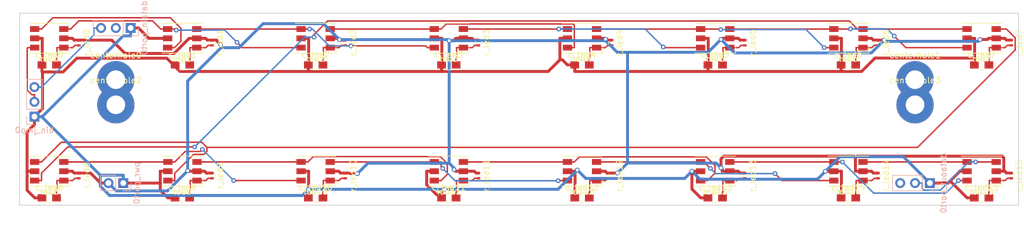
<source format=kicad_pcb>
(kicad_pcb (version 20171130) (host pcbnew 5.1.5)

  (general
    (thickness 1.6)
    (drawings 4)
    (tracks 585)
    (zones 0)
    (modules 56)
    (nets 38)
  )

  (page A4)
  (layers
    (0 F.Cu signal)
    (31 B.Cu signal)
    (32 B.Adhes user)
    (33 F.Adhes user)
    (34 B.Paste user)
    (35 F.Paste user)
    (36 B.SilkS user)
    (37 F.SilkS user)
    (38 B.Mask user)
    (39 F.Mask user)
    (40 Dwgs.User user)
    (41 Cmts.User user)
    (42 Eco1.User user)
    (43 Eco2.User user)
    (44 Edge.Cuts user)
    (45 Margin user)
    (46 B.CrtYd user)
    (47 F.CrtYd user)
    (48 B.Fab user)
    (49 F.Fab user)
  )

  (setup
    (last_trace_width 0.25)
    (trace_clearance 0.25)
    (zone_clearance 0.508)
    (zone_45_only no)
    (trace_min 0.2)
    (via_size 0.8)
    (via_drill 0.4)
    (via_min_size 0.4)
    (via_min_drill 0.3)
    (uvia_size 0.3)
    (uvia_drill 0.1)
    (uvias_allowed no)
    (uvia_min_size 0.2)
    (uvia_min_drill 0.1)
    (edge_width 0.15)
    (segment_width 0.2)
    (pcb_text_width 0.3)
    (pcb_text_size 1.5 1.5)
    (mod_edge_width 0.15)
    (mod_text_size 1 1)
    (mod_text_width 0.15)
    (pad_size 1.524 1.524)
    (pad_drill 0.762)
    (pad_to_mask_clearance 0.051)
    (solder_mask_min_width 0.25)
    (aux_axis_origin 0 0)
    (visible_elements 7FFFFFFF)
    (pcbplotparams
      (layerselection 0x010fc_ffffffff)
      (usegerberextensions false)
      (usegerberattributes false)
      (usegerberadvancedattributes false)
      (creategerberjobfile false)
      (excludeedgelayer true)
      (linewidth 0.100000)
      (plotframeref false)
      (viasonmask false)
      (mode 1)
      (useauxorigin false)
      (hpglpennumber 1)
      (hpglpenspeed 20)
      (hpglpendiameter 15.000000)
      (psnegative false)
      (psa4output false)
      (plotreference true)
      (plotvalue true)
      (plotinvisibletext false)
      (padsonsilk false)
      (subtractmaskfromsilk false)
      (outputformat 1)
      (mirror false)
      (drillshape 1)
      (scaleselection 1)
      (outputdirectory ""))
  )

  (net 0 "")
  (net 1 gnd)
  (net 2 bin)
  (net 3 bin_led0)
  (net 4 "Net-(c_led0-Pad2)")
  (net 5 "Net-(c_led1-Pad2)")
  (net 6 "Net-(c_led2-Pad2)")
  (net 7 "Net-(c_led3-Pad2)")
  (net 8 "Net-(c_led4-Pad2)")
  (net 9 "Net-(c_led5-Pad2)")
  (net 10 "Net-(c_led6-Pad2)")
  (net 11 "Net-(c_led7-Pad2)")
  (net 12 "Net-(c_led8-Pad2)")
  (net 13 "Net-(c_led9-Pad2)")
  (net 14 "Net-(c_led10-Pad2)")
  (net 15 "Net-(c_led11-Pad2)")
  (net 16 "Net-(c_led12-Pad2)")
  (net 17 "Net-(c_led13-Pad2)")
  (net 18 "Net-(c_led14-Pad2)")
  (net 19 "Net-(c_led15-Pad2)")
  (net 20 dout)
  (net 21 din_led0)
  (net 22 din_led1)
  (net 23 vcc)
  (net 24 din_led2)
  (net 25 din_led3)
  (net 26 din_led4)
  (net 27 din_led5)
  (net 28 din_led6)
  (net 29 din_led7)
  (net 30 din_led8)
  (net 31 din_led9)
  (net 32 din_led10)
  (net 33 din_led11)
  (net 34 din_led12)
  (net 35 din_led13)
  (net 36 din_led14)
  (net 37 din_led15)

  (net_class Default "This is the default net class."
    (clearance 0.25)
    (trace_width 0.25)
    (via_dia 0.8)
    (via_drill 0.4)
    (uvia_dia 0.3)
    (uvia_drill 0.1)
    (add_net "Net-(c_led0-Pad2)")
    (add_net "Net-(c_led1-Pad2)")
    (add_net "Net-(c_led10-Pad2)")
    (add_net "Net-(c_led11-Pad2)")
    (add_net "Net-(c_led12-Pad2)")
    (add_net "Net-(c_led13-Pad2)")
    (add_net "Net-(c_led14-Pad2)")
    (add_net "Net-(c_led15-Pad2)")
    (add_net "Net-(c_led2-Pad2)")
    (add_net "Net-(c_led3-Pad2)")
    (add_net "Net-(c_led4-Pad2)")
    (add_net "Net-(c_led5-Pad2)")
    (add_net "Net-(c_led6-Pad2)")
    (add_net "Net-(c_led7-Pad2)")
    (add_net "Net-(c_led8-Pad2)")
    (add_net "Net-(c_led9-Pad2)")
    (add_net bin)
    (add_net bin_led0)
    (add_net din_led0)
    (add_net din_led1)
    (add_net din_led10)
    (add_net din_led11)
    (add_net din_led12)
    (add_net din_led13)
    (add_net din_led14)
    (add_net din_led15)
    (add_net din_led2)
    (add_net din_led3)
    (add_net din_led4)
    (add_net din_led5)
    (add_net din_led6)
    (add_net din_led7)
    (add_net din_led8)
    (add_net din_led9)
    (add_net dout)
  )

  (net_class pwr ""
    (clearance 0.25)
    (trace_width 0.5)
    (via_dia 0.8)
    (via_drill 0.5)
    (uvia_dia 0.3)
    (uvia_drill 0.1)
    (add_net gnd)
    (add_net vcc)
  )

  (module MountingHole:MountingHole_3.2mm_M3_Pad (layer F.Cu) (tedit 56D1B4CB) (tstamp 5E434408)
    (at 205.74 88.138)
    (descr "Mounting Hole 3.2mm, M3")
    (tags "mounting hole 3.2mm m3")
    (path /5CA5204B/5E44EF0B)
    (attr virtual)
    (fp_text reference centerhole3 (at 0 -4.2) (layer F.SilkS)
      (effects (font (size 1 1) (thickness 0.15)))
    )
    (fp_text value MountingHole (at 0 4.2) (layer F.Fab)
      (effects (font (size 1 1) (thickness 0.15)))
    )
    (fp_circle (center 0 0) (end 3.45 0) (layer F.CrtYd) (width 0.05))
    (fp_circle (center 0 0) (end 3.2 0) (layer Cmts.User) (width 0.15))
    (fp_text user %R (at 0.3 0) (layer F.Fab)
      (effects (font (size 1 1) (thickness 0.15)))
    )
    (pad 1 thru_hole circle (at 0 0) (size 6.4 6.4) (drill 3.2) (layers *.Cu *.Mask))
  )

  (module MountingHole:MountingHole_3.2mm_M3_Pad (layer F.Cu) (tedit 56D1B4CB) (tstamp 5E434400)
    (at 68.58 88.138)
    (descr "Mounting Hole 3.2mm, M3")
    (tags "mounting hole 3.2mm m3")
    (path /5CA5204B/5E44EF05)
    (attr virtual)
    (fp_text reference centerhole2 (at 0 -4.2) (layer F.SilkS)
      (effects (font (size 1 1) (thickness 0.15)))
    )
    (fp_text value MountingHole (at 0 4.2) (layer F.Fab)
      (effects (font (size 1 1) (thickness 0.15)))
    )
    (fp_circle (center 0 0) (end 3.45 0) (layer F.CrtYd) (width 0.05))
    (fp_circle (center 0 0) (end 3.2 0) (layer Cmts.User) (width 0.15))
    (fp_text user %R (at 0.3 0) (layer F.Fab)
      (effects (font (size 1 1) (thickness 0.15)))
    )
    (pad 1 thru_hole circle (at 0 0) (size 6.4 6.4) (drill 3.2) (layers *.Cu *.Mask))
  )

  (module MountingHole:MountingHole_3.2mm_M3_Pad (layer F.Cu) (tedit 56D1B4CB) (tstamp 5E4302BE)
    (at 205.74 83.82)
    (descr "Mounting Hole 3.2mm, M3")
    (tags "mounting hole 3.2mm m3")
    (path /5CA5204B/5E44D280)
    (attr virtual)
    (fp_text reference centerhole1 (at 0 -4.2) (layer F.SilkS)
      (effects (font (size 1 1) (thickness 0.15)))
    )
    (fp_text value MountingHole (at 0 4.2) (layer F.Fab)
      (effects (font (size 1 1) (thickness 0.15)))
    )
    (fp_circle (center 0 0) (end 3.45 0) (layer F.CrtYd) (width 0.05))
    (fp_circle (center 0 0) (end 3.2 0) (layer Cmts.User) (width 0.15))
    (fp_text user %R (at 0.3 0) (layer F.Fab)
      (effects (font (size 1 1) (thickness 0.15)))
    )
    (pad 1 thru_hole circle (at 0 0) (size 6.4 6.4) (drill 3.2) (layers *.Cu *.Mask))
  )

  (module MountingHole:MountingHole_3.2mm_M3_Pad (layer F.Cu) (tedit 56D1B4CB) (tstamp 5E4302B6)
    (at 68.58 83.82)
    (descr "Mounting Hole 3.2mm, M3")
    (tags "mounting hole 3.2mm m3")
    (path /5CA5204B/5E44D27A)
    (attr virtual)
    (fp_text reference centerhole0 (at 0 -4.2) (layer F.SilkS)
      (effects (font (size 1 1) (thickness 0.15)))
    )
    (fp_text value MountingHole (at 0 4.2) (layer F.Fab)
      (effects (font (size 1 1) (thickness 0.15)))
    )
    (fp_circle (center 0 0) (end 3.45 0) (layer F.CrtYd) (width 0.05))
    (fp_circle (center 0 0) (end 3.2 0) (layer Cmts.User) (width 0.15))
    (fp_text user %R (at 0.3 0) (layer F.Fab)
      (effects (font (size 1 1) (thickness 0.15)))
    )
    (pad 1 thru_hole circle (at 0 0) (size 6.4 6.4) (drill 3.2) (layers *.Cu *.Mask))
  )

  (module Resistors_SMD:R_0402 (layer F.Cu) (tedit 58E0A804) (tstamp 5E42D60F)
    (at 222.25 100.33 270)
    (descr "Resistor SMD 0402, reflow soldering, Vishay (see dcrcw.pdf)")
    (tags "resistor 0402")
    (path /5E42C2E4/5E53AE4F)
    (attr smd)
    (fp_text reference r_led15 (at 0 -1.35 90) (layer F.SilkS)
      (effects (font (size 1 1) (thickness 0.15)))
    )
    (fp_text value R (at 0 1.45 90) (layer F.Fab)
      (effects (font (size 1 1) (thickness 0.15)))
    )
    (fp_text user %R (at 0 -1.35 90) (layer F.Fab)
      (effects (font (size 1 1) (thickness 0.15)))
    )
    (fp_line (start -0.5 0.25) (end -0.5 -0.25) (layer F.Fab) (width 0.1))
    (fp_line (start 0.5 0.25) (end -0.5 0.25) (layer F.Fab) (width 0.1))
    (fp_line (start 0.5 -0.25) (end 0.5 0.25) (layer F.Fab) (width 0.1))
    (fp_line (start -0.5 -0.25) (end 0.5 -0.25) (layer F.Fab) (width 0.1))
    (fp_line (start 0.25 -0.53) (end -0.25 -0.53) (layer F.SilkS) (width 0.12))
    (fp_line (start -0.25 0.53) (end 0.25 0.53) (layer F.SilkS) (width 0.12))
    (fp_line (start -0.8 -0.45) (end 0.8 -0.45) (layer F.CrtYd) (width 0.05))
    (fp_line (start -0.8 -0.45) (end -0.8 0.45) (layer F.CrtYd) (width 0.05))
    (fp_line (start 0.8 0.45) (end 0.8 -0.45) (layer F.CrtYd) (width 0.05))
    (fp_line (start 0.8 0.45) (end -0.8 0.45) (layer F.CrtYd) (width 0.05))
    (pad 1 smd rect (at -0.45 0 270) (size 0.4 0.6) (layers F.Cu F.Paste F.Mask)
      (net 23 vcc))
    (pad 2 smd rect (at 0.45 0 270) (size 0.4 0.6) (layers F.Cu F.Paste F.Mask)
      (net 19 "Net-(c_led15-Pad2)"))
    (model ${KISYS3DMOD}/Resistors_SMD.3dshapes/R_0402.wrl
      (at (xyz 0 0 0))
      (scale (xyz 1 1 1))
      (rotate (xyz 0 0 0))
    )
  )

  (module Resistors_SMD:R_0402 (layer F.Cu) (tedit 58E0A804) (tstamp 5E42D60C)
    (at 199.39 100.33 270)
    (descr "Resistor SMD 0402, reflow soldering, Vishay (see dcrcw.pdf)")
    (tags "resistor 0402")
    (path /5E42C2E4/5E53AE32)
    (attr smd)
    (fp_text reference r_led14 (at 0 -1.35 90) (layer F.SilkS)
      (effects (font (size 1 1) (thickness 0.15)))
    )
    (fp_text value R (at 0 1.45 90) (layer F.Fab)
      (effects (font (size 1 1) (thickness 0.15)))
    )
    (fp_text user %R (at 0 -1.35 90) (layer F.Fab)
      (effects (font (size 1 1) (thickness 0.15)))
    )
    (fp_line (start -0.5 0.25) (end -0.5 -0.25) (layer F.Fab) (width 0.1))
    (fp_line (start 0.5 0.25) (end -0.5 0.25) (layer F.Fab) (width 0.1))
    (fp_line (start 0.5 -0.25) (end 0.5 0.25) (layer F.Fab) (width 0.1))
    (fp_line (start -0.5 -0.25) (end 0.5 -0.25) (layer F.Fab) (width 0.1))
    (fp_line (start 0.25 -0.53) (end -0.25 -0.53) (layer F.SilkS) (width 0.12))
    (fp_line (start -0.25 0.53) (end 0.25 0.53) (layer F.SilkS) (width 0.12))
    (fp_line (start -0.8 -0.45) (end 0.8 -0.45) (layer F.CrtYd) (width 0.05))
    (fp_line (start -0.8 -0.45) (end -0.8 0.45) (layer F.CrtYd) (width 0.05))
    (fp_line (start 0.8 0.45) (end 0.8 -0.45) (layer F.CrtYd) (width 0.05))
    (fp_line (start 0.8 0.45) (end -0.8 0.45) (layer F.CrtYd) (width 0.05))
    (pad 1 smd rect (at -0.45 0 270) (size 0.4 0.6) (layers F.Cu F.Paste F.Mask)
      (net 23 vcc))
    (pad 2 smd rect (at 0.45 0 270) (size 0.4 0.6) (layers F.Cu F.Paste F.Mask)
      (net 18 "Net-(c_led14-Pad2)"))
    (model ${KISYS3DMOD}/Resistors_SMD.3dshapes/R_0402.wrl
      (at (xyz 0 0 0))
      (scale (xyz 1 1 1))
      (rotate (xyz 0 0 0))
    )
  )

  (module Resistors_SMD:R_0402 (layer F.Cu) (tedit 58E0A804) (tstamp 5E42D609)
    (at 176.53 100.33 270)
    (descr "Resistor SMD 0402, reflow soldering, Vishay (see dcrcw.pdf)")
    (tags "resistor 0402")
    (path /5E42C2E4/5E53AE14)
    (attr smd)
    (fp_text reference r_led13 (at 0 -1.35 90) (layer F.SilkS)
      (effects (font (size 1 1) (thickness 0.15)))
    )
    (fp_text value R (at 0 1.45 90) (layer F.Fab)
      (effects (font (size 1 1) (thickness 0.15)))
    )
    (fp_text user %R (at 0 -1.35 90) (layer F.Fab)
      (effects (font (size 1 1) (thickness 0.15)))
    )
    (fp_line (start -0.5 0.25) (end -0.5 -0.25) (layer F.Fab) (width 0.1))
    (fp_line (start 0.5 0.25) (end -0.5 0.25) (layer F.Fab) (width 0.1))
    (fp_line (start 0.5 -0.25) (end 0.5 0.25) (layer F.Fab) (width 0.1))
    (fp_line (start -0.5 -0.25) (end 0.5 -0.25) (layer F.Fab) (width 0.1))
    (fp_line (start 0.25 -0.53) (end -0.25 -0.53) (layer F.SilkS) (width 0.12))
    (fp_line (start -0.25 0.53) (end 0.25 0.53) (layer F.SilkS) (width 0.12))
    (fp_line (start -0.8 -0.45) (end 0.8 -0.45) (layer F.CrtYd) (width 0.05))
    (fp_line (start -0.8 -0.45) (end -0.8 0.45) (layer F.CrtYd) (width 0.05))
    (fp_line (start 0.8 0.45) (end 0.8 -0.45) (layer F.CrtYd) (width 0.05))
    (fp_line (start 0.8 0.45) (end -0.8 0.45) (layer F.CrtYd) (width 0.05))
    (pad 1 smd rect (at -0.45 0 270) (size 0.4 0.6) (layers F.Cu F.Paste F.Mask)
      (net 23 vcc))
    (pad 2 smd rect (at 0.45 0 270) (size 0.4 0.6) (layers F.Cu F.Paste F.Mask)
      (net 17 "Net-(c_led13-Pad2)"))
    (model ${KISYS3DMOD}/Resistors_SMD.3dshapes/R_0402.wrl
      (at (xyz 0 0 0))
      (scale (xyz 1 1 1))
      (rotate (xyz 0 0 0))
    )
  )

  (module Resistors_SMD:R_0402 (layer F.Cu) (tedit 58E0A804) (tstamp 5E42D606)
    (at 153.67 100.33 270)
    (descr "Resistor SMD 0402, reflow soldering, Vishay (see dcrcw.pdf)")
    (tags "resistor 0402")
    (path /5E42C2E4/5E53ADF8)
    (attr smd)
    (fp_text reference r_led12 (at 0 -1.35 90) (layer F.SilkS)
      (effects (font (size 1 1) (thickness 0.15)))
    )
    (fp_text value R (at 0 1.45 90) (layer F.Fab)
      (effects (font (size 1 1) (thickness 0.15)))
    )
    (fp_text user %R (at 0 -1.35 90) (layer F.Fab)
      (effects (font (size 1 1) (thickness 0.15)))
    )
    (fp_line (start -0.5 0.25) (end -0.5 -0.25) (layer F.Fab) (width 0.1))
    (fp_line (start 0.5 0.25) (end -0.5 0.25) (layer F.Fab) (width 0.1))
    (fp_line (start 0.5 -0.25) (end 0.5 0.25) (layer F.Fab) (width 0.1))
    (fp_line (start -0.5 -0.25) (end 0.5 -0.25) (layer F.Fab) (width 0.1))
    (fp_line (start 0.25 -0.53) (end -0.25 -0.53) (layer F.SilkS) (width 0.12))
    (fp_line (start -0.25 0.53) (end 0.25 0.53) (layer F.SilkS) (width 0.12))
    (fp_line (start -0.8 -0.45) (end 0.8 -0.45) (layer F.CrtYd) (width 0.05))
    (fp_line (start -0.8 -0.45) (end -0.8 0.45) (layer F.CrtYd) (width 0.05))
    (fp_line (start 0.8 0.45) (end 0.8 -0.45) (layer F.CrtYd) (width 0.05))
    (fp_line (start 0.8 0.45) (end -0.8 0.45) (layer F.CrtYd) (width 0.05))
    (pad 1 smd rect (at -0.45 0 270) (size 0.4 0.6) (layers F.Cu F.Paste F.Mask)
      (net 23 vcc))
    (pad 2 smd rect (at 0.45 0 270) (size 0.4 0.6) (layers F.Cu F.Paste F.Mask)
      (net 16 "Net-(c_led12-Pad2)"))
    (model ${KISYS3DMOD}/Resistors_SMD.3dshapes/R_0402.wrl
      (at (xyz 0 0 0))
      (scale (xyz 1 1 1))
      (rotate (xyz 0 0 0))
    )
  )

  (module Resistors_SMD:R_0402 (layer F.Cu) (tedit 58E0A804) (tstamp 5E42D603)
    (at 130.81 100.33 270)
    (descr "Resistor SMD 0402, reflow soldering, Vishay (see dcrcw.pdf)")
    (tags "resistor 0402")
    (path /5E42C2E4/5E531F94)
    (attr smd)
    (fp_text reference r_led11 (at 0 -1.35 90) (layer F.SilkS)
      (effects (font (size 1 1) (thickness 0.15)))
    )
    (fp_text value R (at 0 1.45 90) (layer F.Fab)
      (effects (font (size 1 1) (thickness 0.15)))
    )
    (fp_text user %R (at 0 -1.35 90) (layer F.Fab)
      (effects (font (size 1 1) (thickness 0.15)))
    )
    (fp_line (start -0.5 0.25) (end -0.5 -0.25) (layer F.Fab) (width 0.1))
    (fp_line (start 0.5 0.25) (end -0.5 0.25) (layer F.Fab) (width 0.1))
    (fp_line (start 0.5 -0.25) (end 0.5 0.25) (layer F.Fab) (width 0.1))
    (fp_line (start -0.5 -0.25) (end 0.5 -0.25) (layer F.Fab) (width 0.1))
    (fp_line (start 0.25 -0.53) (end -0.25 -0.53) (layer F.SilkS) (width 0.12))
    (fp_line (start -0.25 0.53) (end 0.25 0.53) (layer F.SilkS) (width 0.12))
    (fp_line (start -0.8 -0.45) (end 0.8 -0.45) (layer F.CrtYd) (width 0.05))
    (fp_line (start -0.8 -0.45) (end -0.8 0.45) (layer F.CrtYd) (width 0.05))
    (fp_line (start 0.8 0.45) (end 0.8 -0.45) (layer F.CrtYd) (width 0.05))
    (fp_line (start 0.8 0.45) (end -0.8 0.45) (layer F.CrtYd) (width 0.05))
    (pad 1 smd rect (at -0.45 0 270) (size 0.4 0.6) (layers F.Cu F.Paste F.Mask)
      (net 23 vcc))
    (pad 2 smd rect (at 0.45 0 270) (size 0.4 0.6) (layers F.Cu F.Paste F.Mask)
      (net 15 "Net-(c_led11-Pad2)"))
    (model ${KISYS3DMOD}/Resistors_SMD.3dshapes/R_0402.wrl
      (at (xyz 0 0 0))
      (scale (xyz 1 1 1))
      (rotate (xyz 0 0 0))
    )
  )

  (module Resistors_SMD:R_0402 (layer F.Cu) (tedit 58E0A804) (tstamp 5E42D600)
    (at 107.95 100.33 270)
    (descr "Resistor SMD 0402, reflow soldering, Vishay (see dcrcw.pdf)")
    (tags "resistor 0402")
    (path /5E42C2E4/5E531F77)
    (attr smd)
    (fp_text reference r_led10 (at 0 -1.35 90) (layer F.SilkS)
      (effects (font (size 1 1) (thickness 0.15)))
    )
    (fp_text value R (at 0 1.45 90) (layer F.Fab)
      (effects (font (size 1 1) (thickness 0.15)))
    )
    (fp_text user %R (at 0 -1.35 90) (layer F.Fab)
      (effects (font (size 1 1) (thickness 0.15)))
    )
    (fp_line (start -0.5 0.25) (end -0.5 -0.25) (layer F.Fab) (width 0.1))
    (fp_line (start 0.5 0.25) (end -0.5 0.25) (layer F.Fab) (width 0.1))
    (fp_line (start 0.5 -0.25) (end 0.5 0.25) (layer F.Fab) (width 0.1))
    (fp_line (start -0.5 -0.25) (end 0.5 -0.25) (layer F.Fab) (width 0.1))
    (fp_line (start 0.25 -0.53) (end -0.25 -0.53) (layer F.SilkS) (width 0.12))
    (fp_line (start -0.25 0.53) (end 0.25 0.53) (layer F.SilkS) (width 0.12))
    (fp_line (start -0.8 -0.45) (end 0.8 -0.45) (layer F.CrtYd) (width 0.05))
    (fp_line (start -0.8 -0.45) (end -0.8 0.45) (layer F.CrtYd) (width 0.05))
    (fp_line (start 0.8 0.45) (end 0.8 -0.45) (layer F.CrtYd) (width 0.05))
    (fp_line (start 0.8 0.45) (end -0.8 0.45) (layer F.CrtYd) (width 0.05))
    (pad 1 smd rect (at -0.45 0 270) (size 0.4 0.6) (layers F.Cu F.Paste F.Mask)
      (net 23 vcc))
    (pad 2 smd rect (at 0.45 0 270) (size 0.4 0.6) (layers F.Cu F.Paste F.Mask)
      (net 14 "Net-(c_led10-Pad2)"))
    (model ${KISYS3DMOD}/Resistors_SMD.3dshapes/R_0402.wrl
      (at (xyz 0 0 0))
      (scale (xyz 1 1 1))
      (rotate (xyz 0 0 0))
    )
  )

  (module Resistors_SMD:R_0402 (layer F.Cu) (tedit 58E0A804) (tstamp 5E42D5FD)
    (at 85.09 100.33 270)
    (descr "Resistor SMD 0402, reflow soldering, Vishay (see dcrcw.pdf)")
    (tags "resistor 0402")
    (path /5E42C2E4/5E531F5A)
    (attr smd)
    (fp_text reference r_led9 (at 0 -1.35 90) (layer F.SilkS)
      (effects (font (size 1 1) (thickness 0.15)))
    )
    (fp_text value R (at 0 1.45 90) (layer F.Fab)
      (effects (font (size 1 1) (thickness 0.15)))
    )
    (fp_text user %R (at 0 -1.35 90) (layer F.Fab)
      (effects (font (size 1 1) (thickness 0.15)))
    )
    (fp_line (start -0.5 0.25) (end -0.5 -0.25) (layer F.Fab) (width 0.1))
    (fp_line (start 0.5 0.25) (end -0.5 0.25) (layer F.Fab) (width 0.1))
    (fp_line (start 0.5 -0.25) (end 0.5 0.25) (layer F.Fab) (width 0.1))
    (fp_line (start -0.5 -0.25) (end 0.5 -0.25) (layer F.Fab) (width 0.1))
    (fp_line (start 0.25 -0.53) (end -0.25 -0.53) (layer F.SilkS) (width 0.12))
    (fp_line (start -0.25 0.53) (end 0.25 0.53) (layer F.SilkS) (width 0.12))
    (fp_line (start -0.8 -0.45) (end 0.8 -0.45) (layer F.CrtYd) (width 0.05))
    (fp_line (start -0.8 -0.45) (end -0.8 0.45) (layer F.CrtYd) (width 0.05))
    (fp_line (start 0.8 0.45) (end 0.8 -0.45) (layer F.CrtYd) (width 0.05))
    (fp_line (start 0.8 0.45) (end -0.8 0.45) (layer F.CrtYd) (width 0.05))
    (pad 1 smd rect (at -0.45 0 270) (size 0.4 0.6) (layers F.Cu F.Paste F.Mask)
      (net 23 vcc))
    (pad 2 smd rect (at 0.45 0 270) (size 0.4 0.6) (layers F.Cu F.Paste F.Mask)
      (net 13 "Net-(c_led9-Pad2)"))
    (model ${KISYS3DMOD}/Resistors_SMD.3dshapes/R_0402.wrl
      (at (xyz 0 0 0))
      (scale (xyz 1 1 1))
      (rotate (xyz 0 0 0))
    )
  )

  (module Resistors_SMD:R_0402 (layer F.Cu) (tedit 58E0A804) (tstamp 5E42D5FA)
    (at 62.23 100.33 270)
    (descr "Resistor SMD 0402, reflow soldering, Vishay (see dcrcw.pdf)")
    (tags "resistor 0402")
    (path /5E42C2E4/5E531F3D)
    (attr smd)
    (fp_text reference r_led8 (at 0 -1.35 90) (layer F.SilkS)
      (effects (font (size 1 1) (thickness 0.15)))
    )
    (fp_text value R (at 0 1.45 90) (layer F.Fab)
      (effects (font (size 1 1) (thickness 0.15)))
    )
    (fp_text user %R (at 0 -1.35 90) (layer F.Fab)
      (effects (font (size 1 1) (thickness 0.15)))
    )
    (fp_line (start -0.5 0.25) (end -0.5 -0.25) (layer F.Fab) (width 0.1))
    (fp_line (start 0.5 0.25) (end -0.5 0.25) (layer F.Fab) (width 0.1))
    (fp_line (start 0.5 -0.25) (end 0.5 0.25) (layer F.Fab) (width 0.1))
    (fp_line (start -0.5 -0.25) (end 0.5 -0.25) (layer F.Fab) (width 0.1))
    (fp_line (start 0.25 -0.53) (end -0.25 -0.53) (layer F.SilkS) (width 0.12))
    (fp_line (start -0.25 0.53) (end 0.25 0.53) (layer F.SilkS) (width 0.12))
    (fp_line (start -0.8 -0.45) (end 0.8 -0.45) (layer F.CrtYd) (width 0.05))
    (fp_line (start -0.8 -0.45) (end -0.8 0.45) (layer F.CrtYd) (width 0.05))
    (fp_line (start 0.8 0.45) (end 0.8 -0.45) (layer F.CrtYd) (width 0.05))
    (fp_line (start 0.8 0.45) (end -0.8 0.45) (layer F.CrtYd) (width 0.05))
    (pad 1 smd rect (at -0.45 0 270) (size 0.4 0.6) (layers F.Cu F.Paste F.Mask)
      (net 23 vcc))
    (pad 2 smd rect (at 0.45 0 270) (size 0.4 0.6) (layers F.Cu F.Paste F.Mask)
      (net 12 "Net-(c_led8-Pad2)"))
    (model ${KISYS3DMOD}/Resistors_SMD.3dshapes/R_0402.wrl
      (at (xyz 0 0 0))
      (scale (xyz 1 1 1))
      (rotate (xyz 0 0 0))
    )
  )

  (module Resistors_SMD:R_0402 (layer F.Cu) (tedit 58E0A804) (tstamp 5E42D5F7)
    (at 222.25 77.47 270)
    (descr "Resistor SMD 0402, reflow soldering, Vishay (see dcrcw.pdf)")
    (tags "resistor 0402")
    (path /5E42C2E4/5E531F1F)
    (attr smd)
    (fp_text reference r_led7 (at 0 -1.35 90) (layer F.SilkS)
      (effects (font (size 1 1) (thickness 0.15)))
    )
    (fp_text value R (at 0 1.45 90) (layer F.Fab)
      (effects (font (size 1 1) (thickness 0.15)))
    )
    (fp_text user %R (at 0 -1.35 90) (layer F.Fab)
      (effects (font (size 1 1) (thickness 0.15)))
    )
    (fp_line (start -0.5 0.25) (end -0.5 -0.25) (layer F.Fab) (width 0.1))
    (fp_line (start 0.5 0.25) (end -0.5 0.25) (layer F.Fab) (width 0.1))
    (fp_line (start 0.5 -0.25) (end 0.5 0.25) (layer F.Fab) (width 0.1))
    (fp_line (start -0.5 -0.25) (end 0.5 -0.25) (layer F.Fab) (width 0.1))
    (fp_line (start 0.25 -0.53) (end -0.25 -0.53) (layer F.SilkS) (width 0.12))
    (fp_line (start -0.25 0.53) (end 0.25 0.53) (layer F.SilkS) (width 0.12))
    (fp_line (start -0.8 -0.45) (end 0.8 -0.45) (layer F.CrtYd) (width 0.05))
    (fp_line (start -0.8 -0.45) (end -0.8 0.45) (layer F.CrtYd) (width 0.05))
    (fp_line (start 0.8 0.45) (end 0.8 -0.45) (layer F.CrtYd) (width 0.05))
    (fp_line (start 0.8 0.45) (end -0.8 0.45) (layer F.CrtYd) (width 0.05))
    (pad 1 smd rect (at -0.45 0 270) (size 0.4 0.6) (layers F.Cu F.Paste F.Mask)
      (net 23 vcc))
    (pad 2 smd rect (at 0.45 0 270) (size 0.4 0.6) (layers F.Cu F.Paste F.Mask)
      (net 11 "Net-(c_led7-Pad2)"))
    (model ${KISYS3DMOD}/Resistors_SMD.3dshapes/R_0402.wrl
      (at (xyz 0 0 0))
      (scale (xyz 1 1 1))
      (rotate (xyz 0 0 0))
    )
  )

  (module Resistors_SMD:R_0402 (layer F.Cu) (tedit 58E0A804) (tstamp 5E42D5F4)
    (at 199.39 77.47 270)
    (descr "Resistor SMD 0402, reflow soldering, Vishay (see dcrcw.pdf)")
    (tags "resistor 0402")
    (path /5E42C2E4/5E531F03)
    (attr smd)
    (fp_text reference r_led6 (at 0 -1.35 90) (layer F.SilkS)
      (effects (font (size 1 1) (thickness 0.15)))
    )
    (fp_text value R (at 0 1.45 90) (layer F.Fab)
      (effects (font (size 1 1) (thickness 0.15)))
    )
    (fp_text user %R (at 0 -1.35 90) (layer F.Fab)
      (effects (font (size 1 1) (thickness 0.15)))
    )
    (fp_line (start -0.5 0.25) (end -0.5 -0.25) (layer F.Fab) (width 0.1))
    (fp_line (start 0.5 0.25) (end -0.5 0.25) (layer F.Fab) (width 0.1))
    (fp_line (start 0.5 -0.25) (end 0.5 0.25) (layer F.Fab) (width 0.1))
    (fp_line (start -0.5 -0.25) (end 0.5 -0.25) (layer F.Fab) (width 0.1))
    (fp_line (start 0.25 -0.53) (end -0.25 -0.53) (layer F.SilkS) (width 0.12))
    (fp_line (start -0.25 0.53) (end 0.25 0.53) (layer F.SilkS) (width 0.12))
    (fp_line (start -0.8 -0.45) (end 0.8 -0.45) (layer F.CrtYd) (width 0.05))
    (fp_line (start -0.8 -0.45) (end -0.8 0.45) (layer F.CrtYd) (width 0.05))
    (fp_line (start 0.8 0.45) (end 0.8 -0.45) (layer F.CrtYd) (width 0.05))
    (fp_line (start 0.8 0.45) (end -0.8 0.45) (layer F.CrtYd) (width 0.05))
    (pad 1 smd rect (at -0.45 0 270) (size 0.4 0.6) (layers F.Cu F.Paste F.Mask)
      (net 23 vcc))
    (pad 2 smd rect (at 0.45 0 270) (size 0.4 0.6) (layers F.Cu F.Paste F.Mask)
      (net 10 "Net-(c_led6-Pad2)"))
    (model ${KISYS3DMOD}/Resistors_SMD.3dshapes/R_0402.wrl
      (at (xyz 0 0 0))
      (scale (xyz 1 1 1))
      (rotate (xyz 0 0 0))
    )
  )

  (module Resistors_SMD:R_0402 (layer F.Cu) (tedit 58E0A804) (tstamp 5E42D5F1)
    (at 176.53 77.47 270)
    (descr "Resistor SMD 0402, reflow soldering, Vishay (see dcrcw.pdf)")
    (tags "resistor 0402")
    (path /5E42C2E4/5E5093C4)
    (attr smd)
    (fp_text reference r_led5 (at 0 -1.35 90) (layer F.SilkS)
      (effects (font (size 1 1) (thickness 0.15)))
    )
    (fp_text value R (at 0 1.45 90) (layer F.Fab)
      (effects (font (size 1 1) (thickness 0.15)))
    )
    (fp_text user %R (at 0 -1.35 90) (layer F.Fab)
      (effects (font (size 1 1) (thickness 0.15)))
    )
    (fp_line (start -0.5 0.25) (end -0.5 -0.25) (layer F.Fab) (width 0.1))
    (fp_line (start 0.5 0.25) (end -0.5 0.25) (layer F.Fab) (width 0.1))
    (fp_line (start 0.5 -0.25) (end 0.5 0.25) (layer F.Fab) (width 0.1))
    (fp_line (start -0.5 -0.25) (end 0.5 -0.25) (layer F.Fab) (width 0.1))
    (fp_line (start 0.25 -0.53) (end -0.25 -0.53) (layer F.SilkS) (width 0.12))
    (fp_line (start -0.25 0.53) (end 0.25 0.53) (layer F.SilkS) (width 0.12))
    (fp_line (start -0.8 -0.45) (end 0.8 -0.45) (layer F.CrtYd) (width 0.05))
    (fp_line (start -0.8 -0.45) (end -0.8 0.45) (layer F.CrtYd) (width 0.05))
    (fp_line (start 0.8 0.45) (end 0.8 -0.45) (layer F.CrtYd) (width 0.05))
    (fp_line (start 0.8 0.45) (end -0.8 0.45) (layer F.CrtYd) (width 0.05))
    (pad 1 smd rect (at -0.45 0 270) (size 0.4 0.6) (layers F.Cu F.Paste F.Mask)
      (net 23 vcc))
    (pad 2 smd rect (at 0.45 0 270) (size 0.4 0.6) (layers F.Cu F.Paste F.Mask)
      (net 9 "Net-(c_led5-Pad2)"))
    (model ${KISYS3DMOD}/Resistors_SMD.3dshapes/R_0402.wrl
      (at (xyz 0 0 0))
      (scale (xyz 1 1 1))
      (rotate (xyz 0 0 0))
    )
  )

  (module Resistors_SMD:R_0402 (layer F.Cu) (tedit 58E0A804) (tstamp 5E42D5EE)
    (at 153.67 77.47 270)
    (descr "Resistor SMD 0402, reflow soldering, Vishay (see dcrcw.pdf)")
    (tags "resistor 0402")
    (path /5E42C2E4/5E4F4177)
    (attr smd)
    (fp_text reference r_led4 (at 0 -1.35 90) (layer F.SilkS)
      (effects (font (size 1 1) (thickness 0.15)))
    )
    (fp_text value R (at 0 1.45 90) (layer F.Fab)
      (effects (font (size 1 1) (thickness 0.15)))
    )
    (fp_text user %R (at 0 -1.35 90) (layer F.Fab)
      (effects (font (size 1 1) (thickness 0.15)))
    )
    (fp_line (start -0.5 0.25) (end -0.5 -0.25) (layer F.Fab) (width 0.1))
    (fp_line (start 0.5 0.25) (end -0.5 0.25) (layer F.Fab) (width 0.1))
    (fp_line (start 0.5 -0.25) (end 0.5 0.25) (layer F.Fab) (width 0.1))
    (fp_line (start -0.5 -0.25) (end 0.5 -0.25) (layer F.Fab) (width 0.1))
    (fp_line (start 0.25 -0.53) (end -0.25 -0.53) (layer F.SilkS) (width 0.12))
    (fp_line (start -0.25 0.53) (end 0.25 0.53) (layer F.SilkS) (width 0.12))
    (fp_line (start -0.8 -0.45) (end 0.8 -0.45) (layer F.CrtYd) (width 0.05))
    (fp_line (start -0.8 -0.45) (end -0.8 0.45) (layer F.CrtYd) (width 0.05))
    (fp_line (start 0.8 0.45) (end 0.8 -0.45) (layer F.CrtYd) (width 0.05))
    (fp_line (start 0.8 0.45) (end -0.8 0.45) (layer F.CrtYd) (width 0.05))
    (pad 1 smd rect (at -0.45 0 270) (size 0.4 0.6) (layers F.Cu F.Paste F.Mask)
      (net 23 vcc))
    (pad 2 smd rect (at 0.45 0 270) (size 0.4 0.6) (layers F.Cu F.Paste F.Mask)
      (net 8 "Net-(c_led4-Pad2)"))
    (model ${KISYS3DMOD}/Resistors_SMD.3dshapes/R_0402.wrl
      (at (xyz 0 0 0))
      (scale (xyz 1 1 1))
      (rotate (xyz 0 0 0))
    )
  )

  (module Resistors_SMD:R_0402 (layer F.Cu) (tedit 58E0A804) (tstamp 5E42D5EB)
    (at 130.81 77.47 270)
    (descr "Resistor SMD 0402, reflow soldering, Vishay (see dcrcw.pdf)")
    (tags "resistor 0402")
    (path /5E42C2E4/5E4C2148)
    (attr smd)
    (fp_text reference r_led3 (at 0 -1.35 90) (layer F.SilkS)
      (effects (font (size 1 1) (thickness 0.15)))
    )
    (fp_text value R (at 0 1.45 90) (layer F.Fab)
      (effects (font (size 1 1) (thickness 0.15)))
    )
    (fp_text user %R (at 0 -1.35 90) (layer F.Fab)
      (effects (font (size 1 1) (thickness 0.15)))
    )
    (fp_line (start -0.5 0.25) (end -0.5 -0.25) (layer F.Fab) (width 0.1))
    (fp_line (start 0.5 0.25) (end -0.5 0.25) (layer F.Fab) (width 0.1))
    (fp_line (start 0.5 -0.25) (end 0.5 0.25) (layer F.Fab) (width 0.1))
    (fp_line (start -0.5 -0.25) (end 0.5 -0.25) (layer F.Fab) (width 0.1))
    (fp_line (start 0.25 -0.53) (end -0.25 -0.53) (layer F.SilkS) (width 0.12))
    (fp_line (start -0.25 0.53) (end 0.25 0.53) (layer F.SilkS) (width 0.12))
    (fp_line (start -0.8 -0.45) (end 0.8 -0.45) (layer F.CrtYd) (width 0.05))
    (fp_line (start -0.8 -0.45) (end -0.8 0.45) (layer F.CrtYd) (width 0.05))
    (fp_line (start 0.8 0.45) (end 0.8 -0.45) (layer F.CrtYd) (width 0.05))
    (fp_line (start 0.8 0.45) (end -0.8 0.45) (layer F.CrtYd) (width 0.05))
    (pad 1 smd rect (at -0.45 0 270) (size 0.4 0.6) (layers F.Cu F.Paste F.Mask)
      (net 23 vcc))
    (pad 2 smd rect (at 0.45 0 270) (size 0.4 0.6) (layers F.Cu F.Paste F.Mask)
      (net 7 "Net-(c_led3-Pad2)"))
    (model ${KISYS3DMOD}/Resistors_SMD.3dshapes/R_0402.wrl
      (at (xyz 0 0 0))
      (scale (xyz 1 1 1))
      (rotate (xyz 0 0 0))
    )
  )

  (module Resistors_SMD:R_0402 (layer F.Cu) (tedit 58E0A804) (tstamp 5E42D5E8)
    (at 107.95 77.47 270)
    (descr "Resistor SMD 0402, reflow soldering, Vishay (see dcrcw.pdf)")
    (tags "resistor 0402")
    (path /5E42C2E4/5E4B5660)
    (attr smd)
    (fp_text reference r_led2 (at 0 -1.35 90) (layer F.SilkS)
      (effects (font (size 1 1) (thickness 0.15)))
    )
    (fp_text value R (at 0 1.45 90) (layer F.Fab)
      (effects (font (size 1 1) (thickness 0.15)))
    )
    (fp_text user %R (at 0 -1.35 90) (layer F.Fab)
      (effects (font (size 1 1) (thickness 0.15)))
    )
    (fp_line (start -0.5 0.25) (end -0.5 -0.25) (layer F.Fab) (width 0.1))
    (fp_line (start 0.5 0.25) (end -0.5 0.25) (layer F.Fab) (width 0.1))
    (fp_line (start 0.5 -0.25) (end 0.5 0.25) (layer F.Fab) (width 0.1))
    (fp_line (start -0.5 -0.25) (end 0.5 -0.25) (layer F.Fab) (width 0.1))
    (fp_line (start 0.25 -0.53) (end -0.25 -0.53) (layer F.SilkS) (width 0.12))
    (fp_line (start -0.25 0.53) (end 0.25 0.53) (layer F.SilkS) (width 0.12))
    (fp_line (start -0.8 -0.45) (end 0.8 -0.45) (layer F.CrtYd) (width 0.05))
    (fp_line (start -0.8 -0.45) (end -0.8 0.45) (layer F.CrtYd) (width 0.05))
    (fp_line (start 0.8 0.45) (end 0.8 -0.45) (layer F.CrtYd) (width 0.05))
    (fp_line (start 0.8 0.45) (end -0.8 0.45) (layer F.CrtYd) (width 0.05))
    (pad 1 smd rect (at -0.45 0 270) (size 0.4 0.6) (layers F.Cu F.Paste F.Mask)
      (net 23 vcc))
    (pad 2 smd rect (at 0.45 0 270) (size 0.4 0.6) (layers F.Cu F.Paste F.Mask)
      (net 6 "Net-(c_led2-Pad2)"))
    (model ${KISYS3DMOD}/Resistors_SMD.3dshapes/R_0402.wrl
      (at (xyz 0 0 0))
      (scale (xyz 1 1 1))
      (rotate (xyz 0 0 0))
    )
  )

  (module Resistors_SMD:R_0402 (layer F.Cu) (tedit 58E0A804) (tstamp 5E42D5E5)
    (at 85.09 77.47 270)
    (descr "Resistor SMD 0402, reflow soldering, Vishay (see dcrcw.pdf)")
    (tags "resistor 0402")
    (path /5E42C2E4/5E4B1650)
    (attr smd)
    (fp_text reference r_led1 (at 0 -1.35 90) (layer F.SilkS)
      (effects (font (size 1 1) (thickness 0.15)))
    )
    (fp_text value R (at 0 1.45 90) (layer F.Fab)
      (effects (font (size 1 1) (thickness 0.15)))
    )
    (fp_text user %R (at 0 -1.35 90) (layer F.Fab)
      (effects (font (size 1 1) (thickness 0.15)))
    )
    (fp_line (start -0.5 0.25) (end -0.5 -0.25) (layer F.Fab) (width 0.1))
    (fp_line (start 0.5 0.25) (end -0.5 0.25) (layer F.Fab) (width 0.1))
    (fp_line (start 0.5 -0.25) (end 0.5 0.25) (layer F.Fab) (width 0.1))
    (fp_line (start -0.5 -0.25) (end 0.5 -0.25) (layer F.Fab) (width 0.1))
    (fp_line (start 0.25 -0.53) (end -0.25 -0.53) (layer F.SilkS) (width 0.12))
    (fp_line (start -0.25 0.53) (end 0.25 0.53) (layer F.SilkS) (width 0.12))
    (fp_line (start -0.8 -0.45) (end 0.8 -0.45) (layer F.CrtYd) (width 0.05))
    (fp_line (start -0.8 -0.45) (end -0.8 0.45) (layer F.CrtYd) (width 0.05))
    (fp_line (start 0.8 0.45) (end 0.8 -0.45) (layer F.CrtYd) (width 0.05))
    (fp_line (start 0.8 0.45) (end -0.8 0.45) (layer F.CrtYd) (width 0.05))
    (pad 1 smd rect (at -0.45 0 270) (size 0.4 0.6) (layers F.Cu F.Paste F.Mask)
      (net 23 vcc))
    (pad 2 smd rect (at 0.45 0 270) (size 0.4 0.6) (layers F.Cu F.Paste F.Mask)
      (net 5 "Net-(c_led1-Pad2)"))
    (model ${KISYS3DMOD}/Resistors_SMD.3dshapes/R_0402.wrl
      (at (xyz 0 0 0))
      (scale (xyz 1 1 1))
      (rotate (xyz 0 0 0))
    )
  )

  (module Resistors_SMD:R_0402 (layer F.Cu) (tedit 58E0A804) (tstamp 5E42D5E2)
    (at 62.23 77.47 270)
    (descr "Resistor SMD 0402, reflow soldering, Vishay (see dcrcw.pdf)")
    (tags "resistor 0402")
    (path /5E42C2E4/5E4A1C2B)
    (attr smd)
    (fp_text reference r_led0 (at 0 -1.35 90) (layer F.SilkS)
      (effects (font (size 1 1) (thickness 0.15)))
    )
    (fp_text value R (at 0 1.45 90) (layer F.Fab)
      (effects (font (size 1 1) (thickness 0.15)))
    )
    (fp_text user %R (at 0 -1.35 90) (layer F.Fab)
      (effects (font (size 1 1) (thickness 0.15)))
    )
    (fp_line (start -0.5 0.25) (end -0.5 -0.25) (layer F.Fab) (width 0.1))
    (fp_line (start 0.5 0.25) (end -0.5 0.25) (layer F.Fab) (width 0.1))
    (fp_line (start 0.5 -0.25) (end 0.5 0.25) (layer F.Fab) (width 0.1))
    (fp_line (start -0.5 -0.25) (end 0.5 -0.25) (layer F.Fab) (width 0.1))
    (fp_line (start 0.25 -0.53) (end -0.25 -0.53) (layer F.SilkS) (width 0.12))
    (fp_line (start -0.25 0.53) (end 0.25 0.53) (layer F.SilkS) (width 0.12))
    (fp_line (start -0.8 -0.45) (end 0.8 -0.45) (layer F.CrtYd) (width 0.05))
    (fp_line (start -0.8 -0.45) (end -0.8 0.45) (layer F.CrtYd) (width 0.05))
    (fp_line (start 0.8 0.45) (end 0.8 -0.45) (layer F.CrtYd) (width 0.05))
    (fp_line (start 0.8 0.45) (end -0.8 0.45) (layer F.CrtYd) (width 0.05))
    (pad 1 smd rect (at -0.45 0 270) (size 0.4 0.6) (layers F.Cu F.Paste F.Mask)
      (net 23 vcc))
    (pad 2 smd rect (at 0.45 0 270) (size 0.4 0.6) (layers F.Cu F.Paste F.Mask)
      (net 4 "Net-(c_led0-Pad2)"))
    (model ${KISYS3DMOD}/Resistors_SMD.3dshapes/R_0402.wrl
      (at (xyz 0 0 0))
      (scale (xyz 1 1 1))
      (rotate (xyz 0 0 0))
    )
  )

  (module Connector_PinHeader_2.54mm:PinHeader_1x02_P2.54mm_Vertical (layer B.Cu) (tedit 59FED5CC) (tstamp 5E42D5DF)
    (at 69.85 101.6 90)
    (descr "Through hole straight pin header, 1x02, 2.54mm pitch, single row")
    (tags "Through hole pin header THT 1x02 2.54mm single row")
    (path /5E42C484/5C906725)
    (fp_text reference pwr_port0 (at 0 2.33 90) (layer B.SilkS)
      (effects (font (size 1 1) (thickness 0.15)) (justify mirror))
    )
    (fp_text value Conn_02x04_Odd_Even (at 0 -4.87 90) (layer B.Fab)
      (effects (font (size 1 1) (thickness 0.15)) (justify mirror))
    )
    (fp_text user %R (at 0 -1.27 180) (layer B.Fab)
      (effects (font (size 1 1) (thickness 0.15)) (justify mirror))
    )
    (fp_line (start 1.8 1.8) (end -1.8 1.8) (layer B.CrtYd) (width 0.05))
    (fp_line (start 1.8 -4.35) (end 1.8 1.8) (layer B.CrtYd) (width 0.05))
    (fp_line (start -1.8 -4.35) (end 1.8 -4.35) (layer B.CrtYd) (width 0.05))
    (fp_line (start -1.8 1.8) (end -1.8 -4.35) (layer B.CrtYd) (width 0.05))
    (fp_line (start -1.33 1.33) (end 0 1.33) (layer B.SilkS) (width 0.12))
    (fp_line (start -1.33 0) (end -1.33 1.33) (layer B.SilkS) (width 0.12))
    (fp_line (start -1.33 -1.27) (end 1.33 -1.27) (layer B.SilkS) (width 0.12))
    (fp_line (start 1.33 -1.27) (end 1.33 -3.87) (layer B.SilkS) (width 0.12))
    (fp_line (start -1.33 -1.27) (end -1.33 -3.87) (layer B.SilkS) (width 0.12))
    (fp_line (start -1.33 -3.87) (end 1.33 -3.87) (layer B.SilkS) (width 0.12))
    (fp_line (start -1.27 0.635) (end -0.635 1.27) (layer B.Fab) (width 0.1))
    (fp_line (start -1.27 -3.81) (end -1.27 0.635) (layer B.Fab) (width 0.1))
    (fp_line (start 1.27 -3.81) (end -1.27 -3.81) (layer B.Fab) (width 0.1))
    (fp_line (start 1.27 1.27) (end 1.27 -3.81) (layer B.Fab) (width 0.1))
    (fp_line (start -0.635 1.27) (end 1.27 1.27) (layer B.Fab) (width 0.1))
    (pad 2 thru_hole oval (at 0 -2.54 90) (size 1.7 1.7) (drill 1) (layers *.Cu *.Mask)
      (net 23 vcc))
    (pad 1 thru_hole rect (at 0 0 90) (size 1.7 1.7) (drill 1) (layers *.Cu *.Mask)
      (net 1 gnd))
    (model ${KISYS3DMOD}/Connector_PinHeader_2.54mm.3dshapes/PinHeader_1x02_P2.54mm_Vertical.wrl
      (at (xyz 0 0 0))
      (scale (xyz 1 1 1))
      (rotate (xyz 0 0 0))
    )
  )

  (module LEDs:LED_WS2812-PLCC6 (layer F.Cu) (tedit 587A6F34) (tstamp 5E42D515)
    (at 217.17 99.568 180)
    (descr "http://www.world-semi.com/en/Driver/Lighting/WS2811/WS212B/WS2822S/, http://www.cree.com/~/media/Files/Cree/LED-Components-and-Modules/HB/Data-Sheets/CLX6AFKB.pdf")
    (tags "LED RGB PLCC-6")
    (path /5E42C2E4/5E53AE47)
    (attr smd)
    (fp_text reference led15 (at 0 -3.5) (layer F.SilkS)
      (effects (font (size 1 1) (thickness 0.15)))
    )
    (fp_text value WS2813 (at 0 4) (layer F.Fab)
      (effects (font (size 1 1) (thickness 0.15)))
    )
    (fp_line (start 3.75 -2.85) (end -3.75 -2.85) (layer F.CrtYd) (width 0.05))
    (fp_line (start 3.75 2.85) (end 3.75 -2.85) (layer F.CrtYd) (width 0.05))
    (fp_line (start -3.75 2.85) (end 3.75 2.85) (layer F.CrtYd) (width 0.05))
    (fp_line (start -3.75 -2.85) (end -3.75 2.85) (layer F.CrtYd) (width 0.05))
    (fp_line (start -2.5 -1.5) (end -1.5 -2.5) (layer F.Fab) (width 0.1))
    (fp_line (start -2.5 -2.5) (end 2.5 -2.5) (layer F.Fab) (width 0.1))
    (fp_line (start 2.5 -2.5) (end 2.5 2.5) (layer F.Fab) (width 0.1))
    (fp_line (start 2.5 2.5) (end -2.5 2.5) (layer F.Fab) (width 0.1))
    (fp_line (start -2.5 2.5) (end -2.5 -2.5) (layer F.Fab) (width 0.1))
    (fp_line (start -3.5 2.6) (end 3.5 2.6) (layer F.SilkS) (width 0.12))
    (fp_line (start -3.5 -1.55) (end -3.5 -2.55) (layer F.SilkS) (width 0.12))
    (fp_line (start -3.5 -2.55) (end 3.5 -2.55) (layer F.SilkS) (width 0.12))
    (fp_circle (center 0 0) (end 0 -2) (layer F.Fab) (width 0.1))
    (pad 4 smd rect (at 2.5 1.6 180) (size 1.6 1) (layers F.Cu F.Paste F.Mask)
      (net 37 din_led15))
    (pad 5 smd rect (at 2.5 0 180) (size 1.6 1) (layers F.Cu F.Paste F.Mask)
      (net 1 gnd))
    (pad 6 smd rect (at 2.5 -1.6 180) (size 1.6 1) (layers F.Cu F.Paste F.Mask)
      (net 36 din_led14))
    (pad 3 smd rect (at -2.5 1.6 180) (size 1.6 1) (layers F.Cu F.Paste F.Mask)
      (net 20 dout))
    (pad 2 smd rect (at -2.5 0 180) (size 1.6 1) (layers F.Cu F.Paste F.Mask)
      (net 23 vcc))
    (pad 1 smd rect (at -2.5 -1.6 180) (size 1.6 1) (layers F.Cu F.Paste F.Mask)
      (net 19 "Net-(c_led15-Pad2)"))
    (model ${KISYS3DMOD}/LEDs.3dshapes/LED_WS2812-PLCC6.wrl
      (at (xyz 0 0 0))
      (scale (xyz 0.39 0.39 0.39))
      (rotate (xyz 0 0 0))
    )
  )

  (module LEDs:LED_WS2812-PLCC6 (layer F.Cu) (tedit 587A6F34) (tstamp 5E42D512)
    (at 194.31 99.568 180)
    (descr "http://www.world-semi.com/en/Driver/Lighting/WS2811/WS212B/WS2822S/, http://www.cree.com/~/media/Files/Cree/LED-Components-and-Modules/HB/Data-Sheets/CLX6AFKB.pdf")
    (tags "LED RGB PLCC-6")
    (path /5E42C2E4/5E53AE2A)
    (attr smd)
    (fp_text reference led14 (at 0 -3.5) (layer F.SilkS)
      (effects (font (size 1 1) (thickness 0.15)))
    )
    (fp_text value WS2813 (at 0 4) (layer F.Fab)
      (effects (font (size 1 1) (thickness 0.15)))
    )
    (fp_line (start 3.75 -2.85) (end -3.75 -2.85) (layer F.CrtYd) (width 0.05))
    (fp_line (start 3.75 2.85) (end 3.75 -2.85) (layer F.CrtYd) (width 0.05))
    (fp_line (start -3.75 2.85) (end 3.75 2.85) (layer F.CrtYd) (width 0.05))
    (fp_line (start -3.75 -2.85) (end -3.75 2.85) (layer F.CrtYd) (width 0.05))
    (fp_line (start -2.5 -1.5) (end -1.5 -2.5) (layer F.Fab) (width 0.1))
    (fp_line (start -2.5 -2.5) (end 2.5 -2.5) (layer F.Fab) (width 0.1))
    (fp_line (start 2.5 -2.5) (end 2.5 2.5) (layer F.Fab) (width 0.1))
    (fp_line (start 2.5 2.5) (end -2.5 2.5) (layer F.Fab) (width 0.1))
    (fp_line (start -2.5 2.5) (end -2.5 -2.5) (layer F.Fab) (width 0.1))
    (fp_line (start -3.5 2.6) (end 3.5 2.6) (layer F.SilkS) (width 0.12))
    (fp_line (start -3.5 -1.55) (end -3.5 -2.55) (layer F.SilkS) (width 0.12))
    (fp_line (start -3.5 -2.55) (end 3.5 -2.55) (layer F.SilkS) (width 0.12))
    (fp_circle (center 0 0) (end 0 -2) (layer F.Fab) (width 0.1))
    (pad 4 smd rect (at 2.5 1.6 180) (size 1.6 1) (layers F.Cu F.Paste F.Mask)
      (net 36 din_led14))
    (pad 5 smd rect (at 2.5 0 180) (size 1.6 1) (layers F.Cu F.Paste F.Mask)
      (net 1 gnd))
    (pad 6 smd rect (at 2.5 -1.6 180) (size 1.6 1) (layers F.Cu F.Paste F.Mask)
      (net 35 din_led13))
    (pad 3 smd rect (at -2.5 1.6 180) (size 1.6 1) (layers F.Cu F.Paste F.Mask)
      (net 37 din_led15))
    (pad 2 smd rect (at -2.5 0 180) (size 1.6 1) (layers F.Cu F.Paste F.Mask)
      (net 23 vcc))
    (pad 1 smd rect (at -2.5 -1.6 180) (size 1.6 1) (layers F.Cu F.Paste F.Mask)
      (net 18 "Net-(c_led14-Pad2)"))
    (model ${KISYS3DMOD}/LEDs.3dshapes/LED_WS2812-PLCC6.wrl
      (at (xyz 0 0 0))
      (scale (xyz 0.39 0.39 0.39))
      (rotate (xyz 0 0 0))
    )
  )

  (module LEDs:LED_WS2812-PLCC6 (layer F.Cu) (tedit 587A6F34) (tstamp 5E42D50F)
    (at 171.45 99.568 180)
    (descr "http://www.world-semi.com/en/Driver/Lighting/WS2811/WS212B/WS2822S/, http://www.cree.com/~/media/Files/Cree/LED-Components-and-Modules/HB/Data-Sheets/CLX6AFKB.pdf")
    (tags "LED RGB PLCC-6")
    (path /5E42C2E4/5E53AE0C)
    (attr smd)
    (fp_text reference led13 (at 0 -3.5) (layer F.SilkS)
      (effects (font (size 1 1) (thickness 0.15)))
    )
    (fp_text value WS2813 (at 0 4) (layer F.Fab)
      (effects (font (size 1 1) (thickness 0.15)))
    )
    (fp_line (start 3.75 -2.85) (end -3.75 -2.85) (layer F.CrtYd) (width 0.05))
    (fp_line (start 3.75 2.85) (end 3.75 -2.85) (layer F.CrtYd) (width 0.05))
    (fp_line (start -3.75 2.85) (end 3.75 2.85) (layer F.CrtYd) (width 0.05))
    (fp_line (start -3.75 -2.85) (end -3.75 2.85) (layer F.CrtYd) (width 0.05))
    (fp_line (start -2.5 -1.5) (end -1.5 -2.5) (layer F.Fab) (width 0.1))
    (fp_line (start -2.5 -2.5) (end 2.5 -2.5) (layer F.Fab) (width 0.1))
    (fp_line (start 2.5 -2.5) (end 2.5 2.5) (layer F.Fab) (width 0.1))
    (fp_line (start 2.5 2.5) (end -2.5 2.5) (layer F.Fab) (width 0.1))
    (fp_line (start -2.5 2.5) (end -2.5 -2.5) (layer F.Fab) (width 0.1))
    (fp_line (start -3.5 2.6) (end 3.5 2.6) (layer F.SilkS) (width 0.12))
    (fp_line (start -3.5 -1.55) (end -3.5 -2.55) (layer F.SilkS) (width 0.12))
    (fp_line (start -3.5 -2.55) (end 3.5 -2.55) (layer F.SilkS) (width 0.12))
    (fp_circle (center 0 0) (end 0 -2) (layer F.Fab) (width 0.1))
    (pad 4 smd rect (at 2.5 1.6 180) (size 1.6 1) (layers F.Cu F.Paste F.Mask)
      (net 35 din_led13))
    (pad 5 smd rect (at 2.5 0 180) (size 1.6 1) (layers F.Cu F.Paste F.Mask)
      (net 1 gnd))
    (pad 6 smd rect (at 2.5 -1.6 180) (size 1.6 1) (layers F.Cu F.Paste F.Mask)
      (net 34 din_led12))
    (pad 3 smd rect (at -2.5 1.6 180) (size 1.6 1) (layers F.Cu F.Paste F.Mask)
      (net 36 din_led14))
    (pad 2 smd rect (at -2.5 0 180) (size 1.6 1) (layers F.Cu F.Paste F.Mask)
      (net 23 vcc))
    (pad 1 smd rect (at -2.5 -1.6 180) (size 1.6 1) (layers F.Cu F.Paste F.Mask)
      (net 17 "Net-(c_led13-Pad2)"))
    (model ${KISYS3DMOD}/LEDs.3dshapes/LED_WS2812-PLCC6.wrl
      (at (xyz 0 0 0))
      (scale (xyz 0.39 0.39 0.39))
      (rotate (xyz 0 0 0))
    )
  )

  (module LEDs:LED_WS2812-PLCC6 (layer F.Cu) (tedit 587A6F34) (tstamp 5E42D50C)
    (at 148.59 99.568 180)
    (descr "http://www.world-semi.com/en/Driver/Lighting/WS2811/WS212B/WS2822S/, http://www.cree.com/~/media/Files/Cree/LED-Components-and-Modules/HB/Data-Sheets/CLX6AFKB.pdf")
    (tags "LED RGB PLCC-6")
    (path /5E42C2E4/5E53ADF0)
    (attr smd)
    (fp_text reference led12 (at 0 -3.5) (layer F.SilkS)
      (effects (font (size 1 1) (thickness 0.15)))
    )
    (fp_text value WS2813 (at 0 4) (layer F.Fab)
      (effects (font (size 1 1) (thickness 0.15)))
    )
    (fp_line (start 3.75 -2.85) (end -3.75 -2.85) (layer F.CrtYd) (width 0.05))
    (fp_line (start 3.75 2.85) (end 3.75 -2.85) (layer F.CrtYd) (width 0.05))
    (fp_line (start -3.75 2.85) (end 3.75 2.85) (layer F.CrtYd) (width 0.05))
    (fp_line (start -3.75 -2.85) (end -3.75 2.85) (layer F.CrtYd) (width 0.05))
    (fp_line (start -2.5 -1.5) (end -1.5 -2.5) (layer F.Fab) (width 0.1))
    (fp_line (start -2.5 -2.5) (end 2.5 -2.5) (layer F.Fab) (width 0.1))
    (fp_line (start 2.5 -2.5) (end 2.5 2.5) (layer F.Fab) (width 0.1))
    (fp_line (start 2.5 2.5) (end -2.5 2.5) (layer F.Fab) (width 0.1))
    (fp_line (start -2.5 2.5) (end -2.5 -2.5) (layer F.Fab) (width 0.1))
    (fp_line (start -3.5 2.6) (end 3.5 2.6) (layer F.SilkS) (width 0.12))
    (fp_line (start -3.5 -1.55) (end -3.5 -2.55) (layer F.SilkS) (width 0.12))
    (fp_line (start -3.5 -2.55) (end 3.5 -2.55) (layer F.SilkS) (width 0.12))
    (fp_circle (center 0 0) (end 0 -2) (layer F.Fab) (width 0.1))
    (pad 4 smd rect (at 2.5 1.6 180) (size 1.6 1) (layers F.Cu F.Paste F.Mask)
      (net 34 din_led12))
    (pad 5 smd rect (at 2.5 0 180) (size 1.6 1) (layers F.Cu F.Paste F.Mask)
      (net 1 gnd))
    (pad 6 smd rect (at 2.5 -1.6 180) (size 1.6 1) (layers F.Cu F.Paste F.Mask)
      (net 33 din_led11))
    (pad 3 smd rect (at -2.5 1.6 180) (size 1.6 1) (layers F.Cu F.Paste F.Mask)
      (net 35 din_led13))
    (pad 2 smd rect (at -2.5 0 180) (size 1.6 1) (layers F.Cu F.Paste F.Mask)
      (net 23 vcc))
    (pad 1 smd rect (at -2.5 -1.6 180) (size 1.6 1) (layers F.Cu F.Paste F.Mask)
      (net 16 "Net-(c_led12-Pad2)"))
    (model ${KISYS3DMOD}/LEDs.3dshapes/LED_WS2812-PLCC6.wrl
      (at (xyz 0 0 0))
      (scale (xyz 0.39 0.39 0.39))
      (rotate (xyz 0 0 0))
    )
  )

  (module LEDs:LED_WS2812-PLCC6 (layer F.Cu) (tedit 587A6F34) (tstamp 5E42D509)
    (at 125.73 99.568 180)
    (descr "http://www.world-semi.com/en/Driver/Lighting/WS2811/WS212B/WS2822S/, http://www.cree.com/~/media/Files/Cree/LED-Components-and-Modules/HB/Data-Sheets/CLX6AFKB.pdf")
    (tags "LED RGB PLCC-6")
    (path /5E42C2E4/5E531F8C)
    (attr smd)
    (fp_text reference led11 (at 0 -3.5) (layer F.SilkS)
      (effects (font (size 1 1) (thickness 0.15)))
    )
    (fp_text value WS2813 (at 0 4) (layer F.Fab)
      (effects (font (size 1 1) (thickness 0.15)))
    )
    (fp_line (start 3.75 -2.85) (end -3.75 -2.85) (layer F.CrtYd) (width 0.05))
    (fp_line (start 3.75 2.85) (end 3.75 -2.85) (layer F.CrtYd) (width 0.05))
    (fp_line (start -3.75 2.85) (end 3.75 2.85) (layer F.CrtYd) (width 0.05))
    (fp_line (start -3.75 -2.85) (end -3.75 2.85) (layer F.CrtYd) (width 0.05))
    (fp_line (start -2.5 -1.5) (end -1.5 -2.5) (layer F.Fab) (width 0.1))
    (fp_line (start -2.5 -2.5) (end 2.5 -2.5) (layer F.Fab) (width 0.1))
    (fp_line (start 2.5 -2.5) (end 2.5 2.5) (layer F.Fab) (width 0.1))
    (fp_line (start 2.5 2.5) (end -2.5 2.5) (layer F.Fab) (width 0.1))
    (fp_line (start -2.5 2.5) (end -2.5 -2.5) (layer F.Fab) (width 0.1))
    (fp_line (start -3.5 2.6) (end 3.5 2.6) (layer F.SilkS) (width 0.12))
    (fp_line (start -3.5 -1.55) (end -3.5 -2.55) (layer F.SilkS) (width 0.12))
    (fp_line (start -3.5 -2.55) (end 3.5 -2.55) (layer F.SilkS) (width 0.12))
    (fp_circle (center 0 0) (end 0 -2) (layer F.Fab) (width 0.1))
    (pad 4 smd rect (at 2.5 1.6 180) (size 1.6 1) (layers F.Cu F.Paste F.Mask)
      (net 33 din_led11))
    (pad 5 smd rect (at 2.5 0 180) (size 1.6 1) (layers F.Cu F.Paste F.Mask)
      (net 1 gnd))
    (pad 6 smd rect (at 2.5 -1.6 180) (size 1.6 1) (layers F.Cu F.Paste F.Mask)
      (net 32 din_led10))
    (pad 3 smd rect (at -2.5 1.6 180) (size 1.6 1) (layers F.Cu F.Paste F.Mask)
      (net 34 din_led12))
    (pad 2 smd rect (at -2.5 0 180) (size 1.6 1) (layers F.Cu F.Paste F.Mask)
      (net 23 vcc))
    (pad 1 smd rect (at -2.5 -1.6 180) (size 1.6 1) (layers F.Cu F.Paste F.Mask)
      (net 15 "Net-(c_led11-Pad2)"))
    (model ${KISYS3DMOD}/LEDs.3dshapes/LED_WS2812-PLCC6.wrl
      (at (xyz 0 0 0))
      (scale (xyz 0.39 0.39 0.39))
      (rotate (xyz 0 0 0))
    )
  )

  (module LEDs:LED_WS2812-PLCC6 (layer F.Cu) (tedit 587A6F34) (tstamp 5E42D506)
    (at 102.87 99.568 180)
    (descr "http://www.world-semi.com/en/Driver/Lighting/WS2811/WS212B/WS2822S/, http://www.cree.com/~/media/Files/Cree/LED-Components-and-Modules/HB/Data-Sheets/CLX6AFKB.pdf")
    (tags "LED RGB PLCC-6")
    (path /5E42C2E4/5E531F6F)
    (attr smd)
    (fp_text reference led10 (at 0 -3.5) (layer F.SilkS)
      (effects (font (size 1 1) (thickness 0.15)))
    )
    (fp_text value WS2813 (at 0 4) (layer F.Fab)
      (effects (font (size 1 1) (thickness 0.15)))
    )
    (fp_line (start 3.75 -2.85) (end -3.75 -2.85) (layer F.CrtYd) (width 0.05))
    (fp_line (start 3.75 2.85) (end 3.75 -2.85) (layer F.CrtYd) (width 0.05))
    (fp_line (start -3.75 2.85) (end 3.75 2.85) (layer F.CrtYd) (width 0.05))
    (fp_line (start -3.75 -2.85) (end -3.75 2.85) (layer F.CrtYd) (width 0.05))
    (fp_line (start -2.5 -1.5) (end -1.5 -2.5) (layer F.Fab) (width 0.1))
    (fp_line (start -2.5 -2.5) (end 2.5 -2.5) (layer F.Fab) (width 0.1))
    (fp_line (start 2.5 -2.5) (end 2.5 2.5) (layer F.Fab) (width 0.1))
    (fp_line (start 2.5 2.5) (end -2.5 2.5) (layer F.Fab) (width 0.1))
    (fp_line (start -2.5 2.5) (end -2.5 -2.5) (layer F.Fab) (width 0.1))
    (fp_line (start -3.5 2.6) (end 3.5 2.6) (layer F.SilkS) (width 0.12))
    (fp_line (start -3.5 -1.55) (end -3.5 -2.55) (layer F.SilkS) (width 0.12))
    (fp_line (start -3.5 -2.55) (end 3.5 -2.55) (layer F.SilkS) (width 0.12))
    (fp_circle (center 0 0) (end 0 -2) (layer F.Fab) (width 0.1))
    (pad 4 smd rect (at 2.5 1.6 180) (size 1.6 1) (layers F.Cu F.Paste F.Mask)
      (net 32 din_led10))
    (pad 5 smd rect (at 2.5 0 180) (size 1.6 1) (layers F.Cu F.Paste F.Mask)
      (net 1 gnd))
    (pad 6 smd rect (at 2.5 -1.6 180) (size 1.6 1) (layers F.Cu F.Paste F.Mask)
      (net 31 din_led9))
    (pad 3 smd rect (at -2.5 1.6 180) (size 1.6 1) (layers F.Cu F.Paste F.Mask)
      (net 33 din_led11))
    (pad 2 smd rect (at -2.5 0 180) (size 1.6 1) (layers F.Cu F.Paste F.Mask)
      (net 23 vcc))
    (pad 1 smd rect (at -2.5 -1.6 180) (size 1.6 1) (layers F.Cu F.Paste F.Mask)
      (net 14 "Net-(c_led10-Pad2)"))
    (model ${KISYS3DMOD}/LEDs.3dshapes/LED_WS2812-PLCC6.wrl
      (at (xyz 0 0 0))
      (scale (xyz 0.39 0.39 0.39))
      (rotate (xyz 0 0 0))
    )
  )

  (module LEDs:LED_WS2812-PLCC6 (layer F.Cu) (tedit 587A6F34) (tstamp 5E42DB1A)
    (at 80.01 99.568 180)
    (descr "http://www.world-semi.com/en/Driver/Lighting/WS2811/WS212B/WS2822S/, http://www.cree.com/~/media/Files/Cree/LED-Components-and-Modules/HB/Data-Sheets/CLX6AFKB.pdf")
    (tags "LED RGB PLCC-6")
    (path /5E42C2E4/5E531F52)
    (attr smd)
    (fp_text reference led9 (at 0 -3.5) (layer F.SilkS)
      (effects (font (size 1 1) (thickness 0.15)))
    )
    (fp_text value WS2813 (at 0 4) (layer F.Fab)
      (effects (font (size 1 1) (thickness 0.15)))
    )
    (fp_line (start 3.75 -2.85) (end -3.75 -2.85) (layer F.CrtYd) (width 0.05))
    (fp_line (start 3.75 2.85) (end 3.75 -2.85) (layer F.CrtYd) (width 0.05))
    (fp_line (start -3.75 2.85) (end 3.75 2.85) (layer F.CrtYd) (width 0.05))
    (fp_line (start -3.75 -2.85) (end -3.75 2.85) (layer F.CrtYd) (width 0.05))
    (fp_line (start -2.5 -1.5) (end -1.5 -2.5) (layer F.Fab) (width 0.1))
    (fp_line (start -2.5 -2.5) (end 2.5 -2.5) (layer F.Fab) (width 0.1))
    (fp_line (start 2.5 -2.5) (end 2.5 2.5) (layer F.Fab) (width 0.1))
    (fp_line (start 2.5 2.5) (end -2.5 2.5) (layer F.Fab) (width 0.1))
    (fp_line (start -2.5 2.5) (end -2.5 -2.5) (layer F.Fab) (width 0.1))
    (fp_line (start -3.5 2.6) (end 3.5 2.6) (layer F.SilkS) (width 0.12))
    (fp_line (start -3.5 -1.55) (end -3.5 -2.55) (layer F.SilkS) (width 0.12))
    (fp_line (start -3.5 -2.55) (end 3.5 -2.55) (layer F.SilkS) (width 0.12))
    (fp_circle (center 0 0) (end 0 -2) (layer F.Fab) (width 0.1))
    (pad 4 smd rect (at 2.5 1.6 180) (size 1.6 1) (layers F.Cu F.Paste F.Mask)
      (net 31 din_led9))
    (pad 5 smd rect (at 2.5 0 180) (size 1.6 1) (layers F.Cu F.Paste F.Mask)
      (net 1 gnd))
    (pad 6 smd rect (at 2.5 -1.6 180) (size 1.6 1) (layers F.Cu F.Paste F.Mask)
      (net 30 din_led8))
    (pad 3 smd rect (at -2.5 1.6 180) (size 1.6 1) (layers F.Cu F.Paste F.Mask)
      (net 32 din_led10))
    (pad 2 smd rect (at -2.5 0 180) (size 1.6 1) (layers F.Cu F.Paste F.Mask)
      (net 23 vcc))
    (pad 1 smd rect (at -2.5 -1.6 180) (size 1.6 1) (layers F.Cu F.Paste F.Mask)
      (net 13 "Net-(c_led9-Pad2)"))
    (model ${KISYS3DMOD}/LEDs.3dshapes/LED_WS2812-PLCC6.wrl
      (at (xyz 0 0 0))
      (scale (xyz 0.39 0.39 0.39))
      (rotate (xyz 0 0 0))
    )
  )

  (module LEDs:LED_WS2812-PLCC6 (layer F.Cu) (tedit 587A6F34) (tstamp 5E42D500)
    (at 57.15 99.568 180)
    (descr "http://www.world-semi.com/en/Driver/Lighting/WS2811/WS212B/WS2822S/, http://www.cree.com/~/media/Files/Cree/LED-Components-and-Modules/HB/Data-Sheets/CLX6AFKB.pdf")
    (tags "LED RGB PLCC-6")
    (path /5E42C2E4/5E531F35)
    (attr smd)
    (fp_text reference led8 (at 0 -3.5) (layer F.SilkS)
      (effects (font (size 1 1) (thickness 0.15)))
    )
    (fp_text value WS2813 (at 0 4) (layer F.Fab)
      (effects (font (size 1 1) (thickness 0.15)))
    )
    (fp_line (start 3.75 -2.85) (end -3.75 -2.85) (layer F.CrtYd) (width 0.05))
    (fp_line (start 3.75 2.85) (end 3.75 -2.85) (layer F.CrtYd) (width 0.05))
    (fp_line (start -3.75 2.85) (end 3.75 2.85) (layer F.CrtYd) (width 0.05))
    (fp_line (start -3.75 -2.85) (end -3.75 2.85) (layer F.CrtYd) (width 0.05))
    (fp_line (start -2.5 -1.5) (end -1.5 -2.5) (layer F.Fab) (width 0.1))
    (fp_line (start -2.5 -2.5) (end 2.5 -2.5) (layer F.Fab) (width 0.1))
    (fp_line (start 2.5 -2.5) (end 2.5 2.5) (layer F.Fab) (width 0.1))
    (fp_line (start 2.5 2.5) (end -2.5 2.5) (layer F.Fab) (width 0.1))
    (fp_line (start -2.5 2.5) (end -2.5 -2.5) (layer F.Fab) (width 0.1))
    (fp_line (start -3.5 2.6) (end 3.5 2.6) (layer F.SilkS) (width 0.12))
    (fp_line (start -3.5 -1.55) (end -3.5 -2.55) (layer F.SilkS) (width 0.12))
    (fp_line (start -3.5 -2.55) (end 3.5 -2.55) (layer F.SilkS) (width 0.12))
    (fp_circle (center 0 0) (end 0 -2) (layer F.Fab) (width 0.1))
    (pad 4 smd rect (at 2.5 1.6 180) (size 1.6 1) (layers F.Cu F.Paste F.Mask)
      (net 30 din_led8))
    (pad 5 smd rect (at 2.5 0 180) (size 1.6 1) (layers F.Cu F.Paste F.Mask)
      (net 1 gnd))
    (pad 6 smd rect (at 2.5 -1.6 180) (size 1.6 1) (layers F.Cu F.Paste F.Mask)
      (net 29 din_led7))
    (pad 3 smd rect (at -2.5 1.6 180) (size 1.6 1) (layers F.Cu F.Paste F.Mask)
      (net 31 din_led9))
    (pad 2 smd rect (at -2.5 0 180) (size 1.6 1) (layers F.Cu F.Paste F.Mask)
      (net 23 vcc))
    (pad 1 smd rect (at -2.5 -1.6 180) (size 1.6 1) (layers F.Cu F.Paste F.Mask)
      (net 12 "Net-(c_led8-Pad2)"))
    (model ${KISYS3DMOD}/LEDs.3dshapes/LED_WS2812-PLCC6.wrl
      (at (xyz 0 0 0))
      (scale (xyz 0.39 0.39 0.39))
      (rotate (xyz 0 0 0))
    )
  )

  (module LEDs:LED_WS2812-PLCC6 (layer F.Cu) (tedit 587A6F34) (tstamp 5E42D4FD)
    (at 217.17 76.708 180)
    (descr "http://www.world-semi.com/en/Driver/Lighting/WS2811/WS212B/WS2822S/, http://www.cree.com/~/media/Files/Cree/LED-Components-and-Modules/HB/Data-Sheets/CLX6AFKB.pdf")
    (tags "LED RGB PLCC-6")
    (path /5E42C2E4/5E531F17)
    (attr smd)
    (fp_text reference led7 (at 0 -3.5) (layer F.SilkS)
      (effects (font (size 1 1) (thickness 0.15)))
    )
    (fp_text value WS2813 (at 0 4) (layer F.Fab)
      (effects (font (size 1 1) (thickness 0.15)))
    )
    (fp_line (start 3.75 -2.85) (end -3.75 -2.85) (layer F.CrtYd) (width 0.05))
    (fp_line (start 3.75 2.85) (end 3.75 -2.85) (layer F.CrtYd) (width 0.05))
    (fp_line (start -3.75 2.85) (end 3.75 2.85) (layer F.CrtYd) (width 0.05))
    (fp_line (start -3.75 -2.85) (end -3.75 2.85) (layer F.CrtYd) (width 0.05))
    (fp_line (start -2.5 -1.5) (end -1.5 -2.5) (layer F.Fab) (width 0.1))
    (fp_line (start -2.5 -2.5) (end 2.5 -2.5) (layer F.Fab) (width 0.1))
    (fp_line (start 2.5 -2.5) (end 2.5 2.5) (layer F.Fab) (width 0.1))
    (fp_line (start 2.5 2.5) (end -2.5 2.5) (layer F.Fab) (width 0.1))
    (fp_line (start -2.5 2.5) (end -2.5 -2.5) (layer F.Fab) (width 0.1))
    (fp_line (start -3.5 2.6) (end 3.5 2.6) (layer F.SilkS) (width 0.12))
    (fp_line (start -3.5 -1.55) (end -3.5 -2.55) (layer F.SilkS) (width 0.12))
    (fp_line (start -3.5 -2.55) (end 3.5 -2.55) (layer F.SilkS) (width 0.12))
    (fp_circle (center 0 0) (end 0 -2) (layer F.Fab) (width 0.1))
    (pad 4 smd rect (at 2.5 1.6 180) (size 1.6 1) (layers F.Cu F.Paste F.Mask)
      (net 29 din_led7))
    (pad 5 smd rect (at 2.5 0 180) (size 1.6 1) (layers F.Cu F.Paste F.Mask)
      (net 1 gnd))
    (pad 6 smd rect (at 2.5 -1.6 180) (size 1.6 1) (layers F.Cu F.Paste F.Mask)
      (net 28 din_led6))
    (pad 3 smd rect (at -2.5 1.6 180) (size 1.6 1) (layers F.Cu F.Paste F.Mask)
      (net 30 din_led8))
    (pad 2 smd rect (at -2.5 0 180) (size 1.6 1) (layers F.Cu F.Paste F.Mask)
      (net 23 vcc))
    (pad 1 smd rect (at -2.5 -1.6 180) (size 1.6 1) (layers F.Cu F.Paste F.Mask)
      (net 11 "Net-(c_led7-Pad2)"))
    (model ${KISYS3DMOD}/LEDs.3dshapes/LED_WS2812-PLCC6.wrl
      (at (xyz 0 0 0))
      (scale (xyz 0.39 0.39 0.39))
      (rotate (xyz 0 0 0))
    )
  )

  (module LEDs:LED_WS2812-PLCC6 (layer F.Cu) (tedit 587A6F34) (tstamp 5E42D4FA)
    (at 194.31 76.708 180)
    (descr "http://www.world-semi.com/en/Driver/Lighting/WS2811/WS212B/WS2822S/, http://www.cree.com/~/media/Files/Cree/LED-Components-and-Modules/HB/Data-Sheets/CLX6AFKB.pdf")
    (tags "LED RGB PLCC-6")
    (path /5E42C2E4/5E531EFB)
    (attr smd)
    (fp_text reference led6 (at 0 -3.5) (layer F.SilkS)
      (effects (font (size 1 1) (thickness 0.15)))
    )
    (fp_text value WS2813 (at 0 4) (layer F.Fab)
      (effects (font (size 1 1) (thickness 0.15)))
    )
    (fp_line (start 3.75 -2.85) (end -3.75 -2.85) (layer F.CrtYd) (width 0.05))
    (fp_line (start 3.75 2.85) (end 3.75 -2.85) (layer F.CrtYd) (width 0.05))
    (fp_line (start -3.75 2.85) (end 3.75 2.85) (layer F.CrtYd) (width 0.05))
    (fp_line (start -3.75 -2.85) (end -3.75 2.85) (layer F.CrtYd) (width 0.05))
    (fp_line (start -2.5 -1.5) (end -1.5 -2.5) (layer F.Fab) (width 0.1))
    (fp_line (start -2.5 -2.5) (end 2.5 -2.5) (layer F.Fab) (width 0.1))
    (fp_line (start 2.5 -2.5) (end 2.5 2.5) (layer F.Fab) (width 0.1))
    (fp_line (start 2.5 2.5) (end -2.5 2.5) (layer F.Fab) (width 0.1))
    (fp_line (start -2.5 2.5) (end -2.5 -2.5) (layer F.Fab) (width 0.1))
    (fp_line (start -3.5 2.6) (end 3.5 2.6) (layer F.SilkS) (width 0.12))
    (fp_line (start -3.5 -1.55) (end -3.5 -2.55) (layer F.SilkS) (width 0.12))
    (fp_line (start -3.5 -2.55) (end 3.5 -2.55) (layer F.SilkS) (width 0.12))
    (fp_circle (center 0 0) (end 0 -2) (layer F.Fab) (width 0.1))
    (pad 4 smd rect (at 2.5 1.6 180) (size 1.6 1) (layers F.Cu F.Paste F.Mask)
      (net 28 din_led6))
    (pad 5 smd rect (at 2.5 0 180) (size 1.6 1) (layers F.Cu F.Paste F.Mask)
      (net 1 gnd))
    (pad 6 smd rect (at 2.5 -1.6 180) (size 1.6 1) (layers F.Cu F.Paste F.Mask)
      (net 27 din_led5))
    (pad 3 smd rect (at -2.5 1.6 180) (size 1.6 1) (layers F.Cu F.Paste F.Mask)
      (net 29 din_led7))
    (pad 2 smd rect (at -2.5 0 180) (size 1.6 1) (layers F.Cu F.Paste F.Mask)
      (net 23 vcc))
    (pad 1 smd rect (at -2.5 -1.6 180) (size 1.6 1) (layers F.Cu F.Paste F.Mask)
      (net 10 "Net-(c_led6-Pad2)"))
    (model ${KISYS3DMOD}/LEDs.3dshapes/LED_WS2812-PLCC6.wrl
      (at (xyz 0 0 0))
      (scale (xyz 0.39 0.39 0.39))
      (rotate (xyz 0 0 0))
    )
  )

  (module LEDs:LED_WS2812-PLCC6 (layer F.Cu) (tedit 587A6F34) (tstamp 5E42DCAC)
    (at 171.45 76.708 180)
    (descr "http://www.world-semi.com/en/Driver/Lighting/WS2811/WS212B/WS2822S/, http://www.cree.com/~/media/Files/Cree/LED-Components-and-Modules/HB/Data-Sheets/CLX6AFKB.pdf")
    (tags "LED RGB PLCC-6")
    (path /5E42C2E4/5E5093BC)
    (attr smd)
    (fp_text reference led5 (at 0 -3.5) (layer F.SilkS)
      (effects (font (size 1 1) (thickness 0.15)))
    )
    (fp_text value WS2813 (at 0 4) (layer F.Fab)
      (effects (font (size 1 1) (thickness 0.15)))
    )
    (fp_line (start 3.75 -2.85) (end -3.75 -2.85) (layer F.CrtYd) (width 0.05))
    (fp_line (start 3.75 2.85) (end 3.75 -2.85) (layer F.CrtYd) (width 0.05))
    (fp_line (start -3.75 2.85) (end 3.75 2.85) (layer F.CrtYd) (width 0.05))
    (fp_line (start -3.75 -2.85) (end -3.75 2.85) (layer F.CrtYd) (width 0.05))
    (fp_line (start -2.5 -1.5) (end -1.5 -2.5) (layer F.Fab) (width 0.1))
    (fp_line (start -2.5 -2.5) (end 2.5 -2.5) (layer F.Fab) (width 0.1))
    (fp_line (start 2.5 -2.5) (end 2.5 2.5) (layer F.Fab) (width 0.1))
    (fp_line (start 2.5 2.5) (end -2.5 2.5) (layer F.Fab) (width 0.1))
    (fp_line (start -2.5 2.5) (end -2.5 -2.5) (layer F.Fab) (width 0.1))
    (fp_line (start -3.5 2.6) (end 3.5 2.6) (layer F.SilkS) (width 0.12))
    (fp_line (start -3.5 -1.55) (end -3.5 -2.55) (layer F.SilkS) (width 0.12))
    (fp_line (start -3.5 -2.55) (end 3.5 -2.55) (layer F.SilkS) (width 0.12))
    (fp_circle (center 0 0) (end 0 -2) (layer F.Fab) (width 0.1))
    (pad 4 smd rect (at 2.5 1.6 180) (size 1.6 1) (layers F.Cu F.Paste F.Mask)
      (net 27 din_led5))
    (pad 5 smd rect (at 2.5 0 180) (size 1.6 1) (layers F.Cu F.Paste F.Mask)
      (net 1 gnd))
    (pad 6 smd rect (at 2.5 -1.6 180) (size 1.6 1) (layers F.Cu F.Paste F.Mask)
      (net 26 din_led4))
    (pad 3 smd rect (at -2.5 1.6 180) (size 1.6 1) (layers F.Cu F.Paste F.Mask)
      (net 28 din_led6))
    (pad 2 smd rect (at -2.5 0 180) (size 1.6 1) (layers F.Cu F.Paste F.Mask)
      (net 23 vcc))
    (pad 1 smd rect (at -2.5 -1.6 180) (size 1.6 1) (layers F.Cu F.Paste F.Mask)
      (net 9 "Net-(c_led5-Pad2)"))
    (model ${KISYS3DMOD}/LEDs.3dshapes/LED_WS2812-PLCC6.wrl
      (at (xyz 0 0 0))
      (scale (xyz 0.39 0.39 0.39))
      (rotate (xyz 0 0 0))
    )
  )

  (module LEDs:LED_WS2812-PLCC6 (layer F.Cu) (tedit 587A6F34) (tstamp 5E42D4F4)
    (at 148.59 76.708 180)
    (descr "http://www.world-semi.com/en/Driver/Lighting/WS2811/WS212B/WS2822S/, http://www.cree.com/~/media/Files/Cree/LED-Components-and-Modules/HB/Data-Sheets/CLX6AFKB.pdf")
    (tags "LED RGB PLCC-6")
    (path /5E42C2E4/5E4F416F)
    (attr smd)
    (fp_text reference led4 (at 0 -3.5) (layer F.SilkS)
      (effects (font (size 1 1) (thickness 0.15)))
    )
    (fp_text value WS2813 (at 0 4) (layer F.Fab)
      (effects (font (size 1 1) (thickness 0.15)))
    )
    (fp_line (start 3.75 -2.85) (end -3.75 -2.85) (layer F.CrtYd) (width 0.05))
    (fp_line (start 3.75 2.85) (end 3.75 -2.85) (layer F.CrtYd) (width 0.05))
    (fp_line (start -3.75 2.85) (end 3.75 2.85) (layer F.CrtYd) (width 0.05))
    (fp_line (start -3.75 -2.85) (end -3.75 2.85) (layer F.CrtYd) (width 0.05))
    (fp_line (start -2.5 -1.5) (end -1.5 -2.5) (layer F.Fab) (width 0.1))
    (fp_line (start -2.5 -2.5) (end 2.5 -2.5) (layer F.Fab) (width 0.1))
    (fp_line (start 2.5 -2.5) (end 2.5 2.5) (layer F.Fab) (width 0.1))
    (fp_line (start 2.5 2.5) (end -2.5 2.5) (layer F.Fab) (width 0.1))
    (fp_line (start -2.5 2.5) (end -2.5 -2.5) (layer F.Fab) (width 0.1))
    (fp_line (start -3.5 2.6) (end 3.5 2.6) (layer F.SilkS) (width 0.12))
    (fp_line (start -3.5 -1.55) (end -3.5 -2.55) (layer F.SilkS) (width 0.12))
    (fp_line (start -3.5 -2.55) (end 3.5 -2.55) (layer F.SilkS) (width 0.12))
    (fp_circle (center 0 0) (end 0 -2) (layer F.Fab) (width 0.1))
    (pad 4 smd rect (at 2.5 1.6 180) (size 1.6 1) (layers F.Cu F.Paste F.Mask)
      (net 26 din_led4))
    (pad 5 smd rect (at 2.5 0 180) (size 1.6 1) (layers F.Cu F.Paste F.Mask)
      (net 1 gnd))
    (pad 6 smd rect (at 2.5 -1.6 180) (size 1.6 1) (layers F.Cu F.Paste F.Mask)
      (net 25 din_led3))
    (pad 3 smd rect (at -2.5 1.6 180) (size 1.6 1) (layers F.Cu F.Paste F.Mask)
      (net 27 din_led5))
    (pad 2 smd rect (at -2.5 0 180) (size 1.6 1) (layers F.Cu F.Paste F.Mask)
      (net 23 vcc))
    (pad 1 smd rect (at -2.5 -1.6 180) (size 1.6 1) (layers F.Cu F.Paste F.Mask)
      (net 8 "Net-(c_led4-Pad2)"))
    (model ${KISYS3DMOD}/LEDs.3dshapes/LED_WS2812-PLCC6.wrl
      (at (xyz 0 0 0))
      (scale (xyz 0.39 0.39 0.39))
      (rotate (xyz 0 0 0))
    )
  )

  (module LEDs:LED_WS2812-PLCC6 (layer F.Cu) (tedit 587A6F34) (tstamp 5E42D4F1)
    (at 125.73 76.708 180)
    (descr "http://www.world-semi.com/en/Driver/Lighting/WS2811/WS212B/WS2822S/, http://www.cree.com/~/media/Files/Cree/LED-Components-and-Modules/HB/Data-Sheets/CLX6AFKB.pdf")
    (tags "LED RGB PLCC-6")
    (path /5E42C2E4/5E4C2140)
    (attr smd)
    (fp_text reference led3 (at 0 -3.5) (layer F.SilkS)
      (effects (font (size 1 1) (thickness 0.15)))
    )
    (fp_text value WS2813 (at 0 4) (layer F.Fab)
      (effects (font (size 1 1) (thickness 0.15)))
    )
    (fp_line (start 3.75 -2.85) (end -3.75 -2.85) (layer F.CrtYd) (width 0.05))
    (fp_line (start 3.75 2.85) (end 3.75 -2.85) (layer F.CrtYd) (width 0.05))
    (fp_line (start -3.75 2.85) (end 3.75 2.85) (layer F.CrtYd) (width 0.05))
    (fp_line (start -3.75 -2.85) (end -3.75 2.85) (layer F.CrtYd) (width 0.05))
    (fp_line (start -2.5 -1.5) (end -1.5 -2.5) (layer F.Fab) (width 0.1))
    (fp_line (start -2.5 -2.5) (end 2.5 -2.5) (layer F.Fab) (width 0.1))
    (fp_line (start 2.5 -2.5) (end 2.5 2.5) (layer F.Fab) (width 0.1))
    (fp_line (start 2.5 2.5) (end -2.5 2.5) (layer F.Fab) (width 0.1))
    (fp_line (start -2.5 2.5) (end -2.5 -2.5) (layer F.Fab) (width 0.1))
    (fp_line (start -3.5 2.6) (end 3.5 2.6) (layer F.SilkS) (width 0.12))
    (fp_line (start -3.5 -1.55) (end -3.5 -2.55) (layer F.SilkS) (width 0.12))
    (fp_line (start -3.5 -2.55) (end 3.5 -2.55) (layer F.SilkS) (width 0.12))
    (fp_circle (center 0 0) (end 0 -2) (layer F.Fab) (width 0.1))
    (pad 4 smd rect (at 2.5 1.6 180) (size 1.6 1) (layers F.Cu F.Paste F.Mask)
      (net 25 din_led3))
    (pad 5 smd rect (at 2.5 0 180) (size 1.6 1) (layers F.Cu F.Paste F.Mask)
      (net 1 gnd))
    (pad 6 smd rect (at 2.5 -1.6 180) (size 1.6 1) (layers F.Cu F.Paste F.Mask)
      (net 24 din_led2))
    (pad 3 smd rect (at -2.5 1.6 180) (size 1.6 1) (layers F.Cu F.Paste F.Mask)
      (net 26 din_led4))
    (pad 2 smd rect (at -2.5 0 180) (size 1.6 1) (layers F.Cu F.Paste F.Mask)
      (net 23 vcc))
    (pad 1 smd rect (at -2.5 -1.6 180) (size 1.6 1) (layers F.Cu F.Paste F.Mask)
      (net 7 "Net-(c_led3-Pad2)"))
    (model ${KISYS3DMOD}/LEDs.3dshapes/LED_WS2812-PLCC6.wrl
      (at (xyz 0 0 0))
      (scale (xyz 0.39 0.39 0.39))
      (rotate (xyz 0 0 0))
    )
  )

  (module LEDs:LED_WS2812-PLCC6 (layer F.Cu) (tedit 587A6F34) (tstamp 5E42D4EE)
    (at 102.87 76.708 180)
    (descr "http://www.world-semi.com/en/Driver/Lighting/WS2811/WS212B/WS2822S/, http://www.cree.com/~/media/Files/Cree/LED-Components-and-Modules/HB/Data-Sheets/CLX6AFKB.pdf")
    (tags "LED RGB PLCC-6")
    (path /5E42C2E4/5E4B5658)
    (attr smd)
    (fp_text reference led2 (at 0 -3.5) (layer F.SilkS)
      (effects (font (size 1 1) (thickness 0.15)))
    )
    (fp_text value WS2813 (at 0 4) (layer F.Fab)
      (effects (font (size 1 1) (thickness 0.15)))
    )
    (fp_line (start 3.75 -2.85) (end -3.75 -2.85) (layer F.CrtYd) (width 0.05))
    (fp_line (start 3.75 2.85) (end 3.75 -2.85) (layer F.CrtYd) (width 0.05))
    (fp_line (start -3.75 2.85) (end 3.75 2.85) (layer F.CrtYd) (width 0.05))
    (fp_line (start -3.75 -2.85) (end -3.75 2.85) (layer F.CrtYd) (width 0.05))
    (fp_line (start -2.5 -1.5) (end -1.5 -2.5) (layer F.Fab) (width 0.1))
    (fp_line (start -2.5 -2.5) (end 2.5 -2.5) (layer F.Fab) (width 0.1))
    (fp_line (start 2.5 -2.5) (end 2.5 2.5) (layer F.Fab) (width 0.1))
    (fp_line (start 2.5 2.5) (end -2.5 2.5) (layer F.Fab) (width 0.1))
    (fp_line (start -2.5 2.5) (end -2.5 -2.5) (layer F.Fab) (width 0.1))
    (fp_line (start -3.5 2.6) (end 3.5 2.6) (layer F.SilkS) (width 0.12))
    (fp_line (start -3.5 -1.55) (end -3.5 -2.55) (layer F.SilkS) (width 0.12))
    (fp_line (start -3.5 -2.55) (end 3.5 -2.55) (layer F.SilkS) (width 0.12))
    (fp_circle (center 0 0) (end 0 -2) (layer F.Fab) (width 0.1))
    (pad 4 smd rect (at 2.5 1.6 180) (size 1.6 1) (layers F.Cu F.Paste F.Mask)
      (net 24 din_led2))
    (pad 5 smd rect (at 2.5 0 180) (size 1.6 1) (layers F.Cu F.Paste F.Mask)
      (net 1 gnd))
    (pad 6 smd rect (at 2.5 -1.6 180) (size 1.6 1) (layers F.Cu F.Paste F.Mask)
      (net 22 din_led1))
    (pad 3 smd rect (at -2.5 1.6 180) (size 1.6 1) (layers F.Cu F.Paste F.Mask)
      (net 25 din_led3))
    (pad 2 smd rect (at -2.5 0 180) (size 1.6 1) (layers F.Cu F.Paste F.Mask)
      (net 23 vcc))
    (pad 1 smd rect (at -2.5 -1.6 180) (size 1.6 1) (layers F.Cu F.Paste F.Mask)
      (net 6 "Net-(c_led2-Pad2)"))
    (model ${KISYS3DMOD}/LEDs.3dshapes/LED_WS2812-PLCC6.wrl
      (at (xyz 0 0 0))
      (scale (xyz 0.39 0.39 0.39))
      (rotate (xyz 0 0 0))
    )
  )

  (module LEDs:LED_WS2812-PLCC6 (layer F.Cu) (tedit 587A6F34) (tstamp 5E42D4EB)
    (at 79.97 76.708 180)
    (descr "http://www.world-semi.com/en/Driver/Lighting/WS2811/WS212B/WS2822S/, http://www.cree.com/~/media/Files/Cree/LED-Components-and-Modules/HB/Data-Sheets/CLX6AFKB.pdf")
    (tags "LED RGB PLCC-6")
    (path /5E42C2E4/5E4B1648)
    (attr smd)
    (fp_text reference led1 (at 0 -3.5) (layer F.SilkS)
      (effects (font (size 1 1) (thickness 0.15)))
    )
    (fp_text value WS2813 (at 0 4) (layer F.Fab)
      (effects (font (size 1 1) (thickness 0.15)))
    )
    (fp_line (start 3.75 -2.85) (end -3.75 -2.85) (layer F.CrtYd) (width 0.05))
    (fp_line (start 3.75 2.85) (end 3.75 -2.85) (layer F.CrtYd) (width 0.05))
    (fp_line (start -3.75 2.85) (end 3.75 2.85) (layer F.CrtYd) (width 0.05))
    (fp_line (start -3.75 -2.85) (end -3.75 2.85) (layer F.CrtYd) (width 0.05))
    (fp_line (start -2.5 -1.5) (end -1.5 -2.5) (layer F.Fab) (width 0.1))
    (fp_line (start -2.5 -2.5) (end 2.5 -2.5) (layer F.Fab) (width 0.1))
    (fp_line (start 2.5 -2.5) (end 2.5 2.5) (layer F.Fab) (width 0.1))
    (fp_line (start 2.5 2.5) (end -2.5 2.5) (layer F.Fab) (width 0.1))
    (fp_line (start -2.5 2.5) (end -2.5 -2.5) (layer F.Fab) (width 0.1))
    (fp_line (start -3.5 2.6) (end 3.5 2.6) (layer F.SilkS) (width 0.12))
    (fp_line (start -3.5 -1.55) (end -3.5 -2.55) (layer F.SilkS) (width 0.12))
    (fp_line (start -3.5 -2.55) (end 3.5 -2.55) (layer F.SilkS) (width 0.12))
    (fp_circle (center 0 0) (end 0 -2) (layer F.Fab) (width 0.1))
    (pad 4 smd rect (at 2.5 1.6 180) (size 1.6 1) (layers F.Cu F.Paste F.Mask)
      (net 22 din_led1))
    (pad 5 smd rect (at 2.5 0 180) (size 1.6 1) (layers F.Cu F.Paste F.Mask)
      (net 1 gnd))
    (pad 6 smd rect (at 2.5 -1.6 180) (size 1.6 1) (layers F.Cu F.Paste F.Mask)
      (net 21 din_led0))
    (pad 3 smd rect (at -2.5 1.6 180) (size 1.6 1) (layers F.Cu F.Paste F.Mask)
      (net 24 din_led2))
    (pad 2 smd rect (at -2.5 0 180) (size 1.6 1) (layers F.Cu F.Paste F.Mask)
      (net 23 vcc))
    (pad 1 smd rect (at -2.5 -1.6 180) (size 1.6 1) (layers F.Cu F.Paste F.Mask)
      (net 5 "Net-(c_led1-Pad2)"))
    (model ${KISYS3DMOD}/LEDs.3dshapes/LED_WS2812-PLCC6.wrl
      (at (xyz 0 0 0))
      (scale (xyz 0.39 0.39 0.39))
      (rotate (xyz 0 0 0))
    )
  )

  (module LEDs:LED_WS2812-PLCC6 (layer F.Cu) (tedit 587A6F34) (tstamp 5E42D4E8)
    (at 57.15 76.708 180)
    (descr "http://www.world-semi.com/en/Driver/Lighting/WS2811/WS212B/WS2822S/, http://www.cree.com/~/media/Files/Cree/LED-Components-and-Modules/HB/Data-Sheets/CLX6AFKB.pdf")
    (tags "LED RGB PLCC-6")
    (path /5E42C2E4/5E4996FE)
    (attr smd)
    (fp_text reference led0 (at 0 -3.5) (layer F.SilkS)
      (effects (font (size 1 1) (thickness 0.15)))
    )
    (fp_text value WS2813 (at 0 4) (layer F.Fab)
      (effects (font (size 1 1) (thickness 0.15)))
    )
    (fp_line (start 3.75 -2.85) (end -3.75 -2.85) (layer F.CrtYd) (width 0.05))
    (fp_line (start 3.75 2.85) (end 3.75 -2.85) (layer F.CrtYd) (width 0.05))
    (fp_line (start -3.75 2.85) (end 3.75 2.85) (layer F.CrtYd) (width 0.05))
    (fp_line (start -3.75 -2.85) (end -3.75 2.85) (layer F.CrtYd) (width 0.05))
    (fp_line (start -2.5 -1.5) (end -1.5 -2.5) (layer F.Fab) (width 0.1))
    (fp_line (start -2.5 -2.5) (end 2.5 -2.5) (layer F.Fab) (width 0.1))
    (fp_line (start 2.5 -2.5) (end 2.5 2.5) (layer F.Fab) (width 0.1))
    (fp_line (start 2.5 2.5) (end -2.5 2.5) (layer F.Fab) (width 0.1))
    (fp_line (start -2.5 2.5) (end -2.5 -2.5) (layer F.Fab) (width 0.1))
    (fp_line (start -3.5 2.6) (end 3.5 2.6) (layer F.SilkS) (width 0.12))
    (fp_line (start -3.5 -1.55) (end -3.5 -2.55) (layer F.SilkS) (width 0.12))
    (fp_line (start -3.5 -2.55) (end 3.5 -2.55) (layer F.SilkS) (width 0.12))
    (fp_circle (center 0 0) (end 0 -2) (layer F.Fab) (width 0.1))
    (pad 4 smd rect (at 2.5 1.6 180) (size 1.6 1) (layers F.Cu F.Paste F.Mask)
      (net 21 din_led0))
    (pad 5 smd rect (at 2.5 0 180) (size 1.6 1) (layers F.Cu F.Paste F.Mask)
      (net 1 gnd))
    (pad 6 smd rect (at 2.5 -1.6 180) (size 1.6 1) (layers F.Cu F.Paste F.Mask)
      (net 3 bin_led0))
    (pad 3 smd rect (at -2.5 1.6 180) (size 1.6 1) (layers F.Cu F.Paste F.Mask)
      (net 22 din_led1))
    (pad 2 smd rect (at -2.5 0 180) (size 1.6 1) (layers F.Cu F.Paste F.Mask)
      (net 23 vcc))
    (pad 1 smd rect (at -2.5 -1.6 180) (size 1.6 1) (layers F.Cu F.Paste F.Mask)
      (net 4 "Net-(c_led0-Pad2)"))
    (model ${KISYS3DMOD}/LEDs.3dshapes/LED_WS2812-PLCC6.wrl
      (at (xyz 0 0 0))
      (scale (xyz 0.39 0.39 0.39))
      (rotate (xyz 0 0 0))
    )
  )

  (module Connector_PinHeader_2.54mm:PinHeader_1x03_P2.54mm_Vertical (layer B.Cu) (tedit 59FED5CC) (tstamp 5E42D40D)
    (at 208.28 101.6 90)
    (descr "Through hole straight pin header, 1x03, 2.54mm pitch, single row")
    (tags "Through hole pin header THT 1x03 2.54mm single row")
    (path /5E42C484/5E4B817D)
    (fp_text reference dataout_port0 (at 0 2.33 90) (layer B.SilkS)
      (effects (font (size 1 1) (thickness 0.15)) (justify mirror))
    )
    (fp_text value Conn_01x03 (at 0 -7.41 90) (layer B.Fab)
      (effects (font (size 1 1) (thickness 0.15)) (justify mirror))
    )
    (fp_text user %R (at 0 -2.54 180) (layer B.Fab)
      (effects (font (size 1 1) (thickness 0.15)) (justify mirror))
    )
    (fp_line (start 1.8 1.8) (end -1.8 1.8) (layer B.CrtYd) (width 0.05))
    (fp_line (start 1.8 -6.85) (end 1.8 1.8) (layer B.CrtYd) (width 0.05))
    (fp_line (start -1.8 -6.85) (end 1.8 -6.85) (layer B.CrtYd) (width 0.05))
    (fp_line (start -1.8 1.8) (end -1.8 -6.85) (layer B.CrtYd) (width 0.05))
    (fp_line (start -1.33 1.33) (end 0 1.33) (layer B.SilkS) (width 0.12))
    (fp_line (start -1.33 0) (end -1.33 1.33) (layer B.SilkS) (width 0.12))
    (fp_line (start -1.33 -1.27) (end 1.33 -1.27) (layer B.SilkS) (width 0.12))
    (fp_line (start 1.33 -1.27) (end 1.33 -6.41) (layer B.SilkS) (width 0.12))
    (fp_line (start -1.33 -1.27) (end -1.33 -6.41) (layer B.SilkS) (width 0.12))
    (fp_line (start -1.33 -6.41) (end 1.33 -6.41) (layer B.SilkS) (width 0.12))
    (fp_line (start -1.27 0.635) (end -0.635 1.27) (layer B.Fab) (width 0.1))
    (fp_line (start -1.27 -6.35) (end -1.27 0.635) (layer B.Fab) (width 0.1))
    (fp_line (start 1.27 -6.35) (end -1.27 -6.35) (layer B.Fab) (width 0.1))
    (fp_line (start 1.27 1.27) (end 1.27 -6.35) (layer B.Fab) (width 0.1))
    (fp_line (start -0.635 1.27) (end 1.27 1.27) (layer B.Fab) (width 0.1))
    (pad 3 thru_hole oval (at 0 -5.08 90) (size 1.7 1.7) (drill 1) (layers *.Cu *.Mask))
    (pad 2 thru_hole oval (at 0 -2.54 90) (size 1.7 1.7) (drill 1) (layers *.Cu *.Mask)
      (net 20 dout))
    (pad 1 thru_hole rect (at 0 0 90) (size 1.7 1.7) (drill 1) (layers *.Cu *.Mask)
      (net 1 gnd))
    (model ${KISYS3DMOD}/Connector_PinHeader_2.54mm.3dshapes/PinHeader_1x03_P2.54mm_Vertical.wrl
      (at (xyz 0 0 0))
      (scale (xyz 1 1 1))
      (rotate (xyz 0 0 0))
    )
  )

  (module Connector_PinHeader_2.54mm:PinHeader_1x03_P2.54mm_Vertical (layer B.Cu) (tedit 59FED5CC) (tstamp 5E42D3F6)
    (at 71.12 74.93 90)
    (descr "Through hole straight pin header, 1x03, 2.54mm pitch, single row")
    (tags "Through hole pin header THT 1x03 2.54mm single row")
    (path /5E42C484/5E4B699E)
    (fp_text reference datain_port0 (at 0 2.33 90) (layer B.SilkS)
      (effects (font (size 1 1) (thickness 0.15)) (justify mirror))
    )
    (fp_text value Conn_01x03 (at 0 -7.41 90) (layer B.Fab)
      (effects (font (size 1 1) (thickness 0.15)) (justify mirror))
    )
    (fp_text user %R (at 0 -2.54 180) (layer B.Fab)
      (effects (font (size 1 1) (thickness 0.15)) (justify mirror))
    )
    (fp_line (start 1.8 1.8) (end -1.8 1.8) (layer B.CrtYd) (width 0.05))
    (fp_line (start 1.8 -6.85) (end 1.8 1.8) (layer B.CrtYd) (width 0.05))
    (fp_line (start -1.8 -6.85) (end 1.8 -6.85) (layer B.CrtYd) (width 0.05))
    (fp_line (start -1.8 1.8) (end -1.8 -6.85) (layer B.CrtYd) (width 0.05))
    (fp_line (start -1.33 1.33) (end 0 1.33) (layer B.SilkS) (width 0.12))
    (fp_line (start -1.33 0) (end -1.33 1.33) (layer B.SilkS) (width 0.12))
    (fp_line (start -1.33 -1.27) (end 1.33 -1.27) (layer B.SilkS) (width 0.12))
    (fp_line (start 1.33 -1.27) (end 1.33 -6.41) (layer B.SilkS) (width 0.12))
    (fp_line (start -1.33 -1.27) (end -1.33 -6.41) (layer B.SilkS) (width 0.12))
    (fp_line (start -1.33 -6.41) (end 1.33 -6.41) (layer B.SilkS) (width 0.12))
    (fp_line (start -1.27 0.635) (end -0.635 1.27) (layer B.Fab) (width 0.1))
    (fp_line (start -1.27 -6.35) (end -1.27 0.635) (layer B.Fab) (width 0.1))
    (fp_line (start 1.27 -6.35) (end -1.27 -6.35) (layer B.Fab) (width 0.1))
    (fp_line (start 1.27 1.27) (end 1.27 -6.35) (layer B.Fab) (width 0.1))
    (fp_line (start -0.635 1.27) (end 1.27 1.27) (layer B.Fab) (width 0.1))
    (pad 3 thru_hole oval (at 0 -5.08 90) (size 1.7 1.7) (drill 1) (layers *.Cu *.Mask)
      (net 2 bin))
    (pad 2 thru_hole oval (at 0 -2.54 90) (size 1.7 1.7) (drill 1) (layers *.Cu *.Mask))
    (pad 1 thru_hole rect (at 0 0 90) (size 1.7 1.7) (drill 1) (layers *.Cu *.Mask)
      (net 1 gnd))
    (model ${KISYS3DMOD}/Connector_PinHeader_2.54mm.3dshapes/PinHeader_1x03_P2.54mm_Vertical.wrl
      (at (xyz 0 0 0))
      (scale (xyz 1 1 1))
      (rotate (xyz 0 0 0))
    )
  )

  (module Capacitors_SMD:C_0805_HandSoldering (layer F.Cu) (tedit 58AA84A8) (tstamp 5E42D3DF)
    (at 217.17 104.14)
    (descr "Capacitor SMD 0805, hand soldering")
    (tags "capacitor 0805")
    (path /5E42C2E4/5E53AE55)
    (attr smd)
    (fp_text reference c_led15 (at 0 -1.75) (layer F.SilkS)
      (effects (font (size 1 1) (thickness 0.15)))
    )
    (fp_text value C (at 0 1.75) (layer F.Fab)
      (effects (font (size 1 1) (thickness 0.15)))
    )
    (fp_text user %R (at 0 -1.75) (layer F.Fab)
      (effects (font (size 1 1) (thickness 0.15)))
    )
    (fp_line (start -1 0.62) (end -1 -0.62) (layer F.Fab) (width 0.1))
    (fp_line (start 1 0.62) (end -1 0.62) (layer F.Fab) (width 0.1))
    (fp_line (start 1 -0.62) (end 1 0.62) (layer F.Fab) (width 0.1))
    (fp_line (start -1 -0.62) (end 1 -0.62) (layer F.Fab) (width 0.1))
    (fp_line (start 0.5 -0.85) (end -0.5 -0.85) (layer F.SilkS) (width 0.12))
    (fp_line (start -0.5 0.85) (end 0.5 0.85) (layer F.SilkS) (width 0.12))
    (fp_line (start -2.25 -0.88) (end 2.25 -0.88) (layer F.CrtYd) (width 0.05))
    (fp_line (start -2.25 -0.88) (end -2.25 0.87) (layer F.CrtYd) (width 0.05))
    (fp_line (start 2.25 0.87) (end 2.25 -0.88) (layer F.CrtYd) (width 0.05))
    (fp_line (start 2.25 0.87) (end -2.25 0.87) (layer F.CrtYd) (width 0.05))
    (pad 1 smd rect (at -1.25 0) (size 1.5 1.25) (layers F.Cu F.Paste F.Mask)
      (net 1 gnd))
    (pad 2 smd rect (at 1.25 0) (size 1.5 1.25) (layers F.Cu F.Paste F.Mask)
      (net 19 "Net-(c_led15-Pad2)"))
    (model Capacitors_SMD.3dshapes/C_0805.wrl
      (at (xyz 0 0 0))
      (scale (xyz 1 1 1))
      (rotate (xyz 0 0 0))
    )
  )

  (module Capacitors_SMD:C_0805_HandSoldering (layer F.Cu) (tedit 58AA84A8) (tstamp 5E42D3DC)
    (at 194.31 104.14)
    (descr "Capacitor SMD 0805, hand soldering")
    (tags "capacitor 0805")
    (path /5E42C2E4/5E53AE38)
    (attr smd)
    (fp_text reference c_led14 (at 0 -1.75) (layer F.SilkS)
      (effects (font (size 1 1) (thickness 0.15)))
    )
    (fp_text value C (at 0 1.75) (layer F.Fab)
      (effects (font (size 1 1) (thickness 0.15)))
    )
    (fp_text user %R (at 0 -1.75) (layer F.Fab)
      (effects (font (size 1 1) (thickness 0.15)))
    )
    (fp_line (start -1 0.62) (end -1 -0.62) (layer F.Fab) (width 0.1))
    (fp_line (start 1 0.62) (end -1 0.62) (layer F.Fab) (width 0.1))
    (fp_line (start 1 -0.62) (end 1 0.62) (layer F.Fab) (width 0.1))
    (fp_line (start -1 -0.62) (end 1 -0.62) (layer F.Fab) (width 0.1))
    (fp_line (start 0.5 -0.85) (end -0.5 -0.85) (layer F.SilkS) (width 0.12))
    (fp_line (start -0.5 0.85) (end 0.5 0.85) (layer F.SilkS) (width 0.12))
    (fp_line (start -2.25 -0.88) (end 2.25 -0.88) (layer F.CrtYd) (width 0.05))
    (fp_line (start -2.25 -0.88) (end -2.25 0.87) (layer F.CrtYd) (width 0.05))
    (fp_line (start 2.25 0.87) (end 2.25 -0.88) (layer F.CrtYd) (width 0.05))
    (fp_line (start 2.25 0.87) (end -2.25 0.87) (layer F.CrtYd) (width 0.05))
    (pad 1 smd rect (at -1.25 0) (size 1.5 1.25) (layers F.Cu F.Paste F.Mask)
      (net 1 gnd))
    (pad 2 smd rect (at 1.25 0) (size 1.5 1.25) (layers F.Cu F.Paste F.Mask)
      (net 18 "Net-(c_led14-Pad2)"))
    (model Capacitors_SMD.3dshapes/C_0805.wrl
      (at (xyz 0 0 0))
      (scale (xyz 1 1 1))
      (rotate (xyz 0 0 0))
    )
  )

  (module Capacitors_SMD:C_0805_HandSoldering (layer F.Cu) (tedit 58AA84A8) (tstamp 5E42D3D9)
    (at 171.45 104.14)
    (descr "Capacitor SMD 0805, hand soldering")
    (tags "capacitor 0805")
    (path /5E42C2E4/5E53AE1A)
    (attr smd)
    (fp_text reference c_led13 (at 0 -1.75) (layer F.SilkS)
      (effects (font (size 1 1) (thickness 0.15)))
    )
    (fp_text value C (at 0 1.75) (layer F.Fab)
      (effects (font (size 1 1) (thickness 0.15)))
    )
    (fp_text user %R (at 0 -1.75) (layer F.Fab)
      (effects (font (size 1 1) (thickness 0.15)))
    )
    (fp_line (start -1 0.62) (end -1 -0.62) (layer F.Fab) (width 0.1))
    (fp_line (start 1 0.62) (end -1 0.62) (layer F.Fab) (width 0.1))
    (fp_line (start 1 -0.62) (end 1 0.62) (layer F.Fab) (width 0.1))
    (fp_line (start -1 -0.62) (end 1 -0.62) (layer F.Fab) (width 0.1))
    (fp_line (start 0.5 -0.85) (end -0.5 -0.85) (layer F.SilkS) (width 0.12))
    (fp_line (start -0.5 0.85) (end 0.5 0.85) (layer F.SilkS) (width 0.12))
    (fp_line (start -2.25 -0.88) (end 2.25 -0.88) (layer F.CrtYd) (width 0.05))
    (fp_line (start -2.25 -0.88) (end -2.25 0.87) (layer F.CrtYd) (width 0.05))
    (fp_line (start 2.25 0.87) (end 2.25 -0.88) (layer F.CrtYd) (width 0.05))
    (fp_line (start 2.25 0.87) (end -2.25 0.87) (layer F.CrtYd) (width 0.05))
    (pad 1 smd rect (at -1.25 0) (size 1.5 1.25) (layers F.Cu F.Paste F.Mask)
      (net 1 gnd))
    (pad 2 smd rect (at 1.25 0) (size 1.5 1.25) (layers F.Cu F.Paste F.Mask)
      (net 17 "Net-(c_led13-Pad2)"))
    (model Capacitors_SMD.3dshapes/C_0805.wrl
      (at (xyz 0 0 0))
      (scale (xyz 1 1 1))
      (rotate (xyz 0 0 0))
    )
  )

  (module Capacitors_SMD:C_0805_HandSoldering (layer F.Cu) (tedit 58AA84A8) (tstamp 5E42D3D6)
    (at 148.59 104.14)
    (descr "Capacitor SMD 0805, hand soldering")
    (tags "capacitor 0805")
    (path /5E42C2E4/5E53ADFE)
    (attr smd)
    (fp_text reference c_led12 (at 0 -1.75) (layer F.SilkS)
      (effects (font (size 1 1) (thickness 0.15)))
    )
    (fp_text value C (at 0 1.75) (layer F.Fab)
      (effects (font (size 1 1) (thickness 0.15)))
    )
    (fp_text user %R (at 0 -1.75) (layer F.Fab)
      (effects (font (size 1 1) (thickness 0.15)))
    )
    (fp_line (start -1 0.62) (end -1 -0.62) (layer F.Fab) (width 0.1))
    (fp_line (start 1 0.62) (end -1 0.62) (layer F.Fab) (width 0.1))
    (fp_line (start 1 -0.62) (end 1 0.62) (layer F.Fab) (width 0.1))
    (fp_line (start -1 -0.62) (end 1 -0.62) (layer F.Fab) (width 0.1))
    (fp_line (start 0.5 -0.85) (end -0.5 -0.85) (layer F.SilkS) (width 0.12))
    (fp_line (start -0.5 0.85) (end 0.5 0.85) (layer F.SilkS) (width 0.12))
    (fp_line (start -2.25 -0.88) (end 2.25 -0.88) (layer F.CrtYd) (width 0.05))
    (fp_line (start -2.25 -0.88) (end -2.25 0.87) (layer F.CrtYd) (width 0.05))
    (fp_line (start 2.25 0.87) (end 2.25 -0.88) (layer F.CrtYd) (width 0.05))
    (fp_line (start 2.25 0.87) (end -2.25 0.87) (layer F.CrtYd) (width 0.05))
    (pad 1 smd rect (at -1.25 0) (size 1.5 1.25) (layers F.Cu F.Paste F.Mask)
      (net 1 gnd))
    (pad 2 smd rect (at 1.25 0) (size 1.5 1.25) (layers F.Cu F.Paste F.Mask)
      (net 16 "Net-(c_led12-Pad2)"))
    (model Capacitors_SMD.3dshapes/C_0805.wrl
      (at (xyz 0 0 0))
      (scale (xyz 1 1 1))
      (rotate (xyz 0 0 0))
    )
  )

  (module Capacitors_SMD:C_0805_HandSoldering (layer F.Cu) (tedit 58AA84A8) (tstamp 5E42D3D3)
    (at 125.73 104.14)
    (descr "Capacitor SMD 0805, hand soldering")
    (tags "capacitor 0805")
    (path /5E42C2E4/5E531F9A)
    (attr smd)
    (fp_text reference c_led11 (at 0 -1.75) (layer F.SilkS)
      (effects (font (size 1 1) (thickness 0.15)))
    )
    (fp_text value C (at 0 1.75) (layer F.Fab)
      (effects (font (size 1 1) (thickness 0.15)))
    )
    (fp_text user %R (at 0 -1.75) (layer F.Fab)
      (effects (font (size 1 1) (thickness 0.15)))
    )
    (fp_line (start -1 0.62) (end -1 -0.62) (layer F.Fab) (width 0.1))
    (fp_line (start 1 0.62) (end -1 0.62) (layer F.Fab) (width 0.1))
    (fp_line (start 1 -0.62) (end 1 0.62) (layer F.Fab) (width 0.1))
    (fp_line (start -1 -0.62) (end 1 -0.62) (layer F.Fab) (width 0.1))
    (fp_line (start 0.5 -0.85) (end -0.5 -0.85) (layer F.SilkS) (width 0.12))
    (fp_line (start -0.5 0.85) (end 0.5 0.85) (layer F.SilkS) (width 0.12))
    (fp_line (start -2.25 -0.88) (end 2.25 -0.88) (layer F.CrtYd) (width 0.05))
    (fp_line (start -2.25 -0.88) (end -2.25 0.87) (layer F.CrtYd) (width 0.05))
    (fp_line (start 2.25 0.87) (end 2.25 -0.88) (layer F.CrtYd) (width 0.05))
    (fp_line (start 2.25 0.87) (end -2.25 0.87) (layer F.CrtYd) (width 0.05))
    (pad 1 smd rect (at -1.25 0) (size 1.5 1.25) (layers F.Cu F.Paste F.Mask)
      (net 1 gnd))
    (pad 2 smd rect (at 1.25 0) (size 1.5 1.25) (layers F.Cu F.Paste F.Mask)
      (net 15 "Net-(c_led11-Pad2)"))
    (model Capacitors_SMD.3dshapes/C_0805.wrl
      (at (xyz 0 0 0))
      (scale (xyz 1 1 1))
      (rotate (xyz 0 0 0))
    )
  )

  (module Capacitors_SMD:C_0805_HandSoldering (layer F.Cu) (tedit 58AA84A8) (tstamp 5E42D3D0)
    (at 102.87 104.14)
    (descr "Capacitor SMD 0805, hand soldering")
    (tags "capacitor 0805")
    (path /5E42C2E4/5E531F7D)
    (attr smd)
    (fp_text reference c_led10 (at 0 -1.75) (layer F.SilkS)
      (effects (font (size 1 1) (thickness 0.15)))
    )
    (fp_text value C (at 0 1.75) (layer F.Fab)
      (effects (font (size 1 1) (thickness 0.15)))
    )
    (fp_text user %R (at 0 -1.75) (layer F.Fab)
      (effects (font (size 1 1) (thickness 0.15)))
    )
    (fp_line (start -1 0.62) (end -1 -0.62) (layer F.Fab) (width 0.1))
    (fp_line (start 1 0.62) (end -1 0.62) (layer F.Fab) (width 0.1))
    (fp_line (start 1 -0.62) (end 1 0.62) (layer F.Fab) (width 0.1))
    (fp_line (start -1 -0.62) (end 1 -0.62) (layer F.Fab) (width 0.1))
    (fp_line (start 0.5 -0.85) (end -0.5 -0.85) (layer F.SilkS) (width 0.12))
    (fp_line (start -0.5 0.85) (end 0.5 0.85) (layer F.SilkS) (width 0.12))
    (fp_line (start -2.25 -0.88) (end 2.25 -0.88) (layer F.CrtYd) (width 0.05))
    (fp_line (start -2.25 -0.88) (end -2.25 0.87) (layer F.CrtYd) (width 0.05))
    (fp_line (start 2.25 0.87) (end 2.25 -0.88) (layer F.CrtYd) (width 0.05))
    (fp_line (start 2.25 0.87) (end -2.25 0.87) (layer F.CrtYd) (width 0.05))
    (pad 1 smd rect (at -1.25 0) (size 1.5 1.25) (layers F.Cu F.Paste F.Mask)
      (net 1 gnd))
    (pad 2 smd rect (at 1.25 0) (size 1.5 1.25) (layers F.Cu F.Paste F.Mask)
      (net 14 "Net-(c_led10-Pad2)"))
    (model Capacitors_SMD.3dshapes/C_0805.wrl
      (at (xyz 0 0 0))
      (scale (xyz 1 1 1))
      (rotate (xyz 0 0 0))
    )
  )

  (module Capacitors_SMD:C_0805_HandSoldering (layer F.Cu) (tedit 58AA84A8) (tstamp 5E42D3CD)
    (at 79.99 104.14)
    (descr "Capacitor SMD 0805, hand soldering")
    (tags "capacitor 0805")
    (path /5E42C2E4/5E531F60)
    (attr smd)
    (fp_text reference c_led9 (at 0 -1.75) (layer F.SilkS)
      (effects (font (size 1 1) (thickness 0.15)))
    )
    (fp_text value C (at 0 1.75) (layer F.Fab)
      (effects (font (size 1 1) (thickness 0.15)))
    )
    (fp_text user %R (at 0 -1.75) (layer F.Fab)
      (effects (font (size 1 1) (thickness 0.15)))
    )
    (fp_line (start -1 0.62) (end -1 -0.62) (layer F.Fab) (width 0.1))
    (fp_line (start 1 0.62) (end -1 0.62) (layer F.Fab) (width 0.1))
    (fp_line (start 1 -0.62) (end 1 0.62) (layer F.Fab) (width 0.1))
    (fp_line (start -1 -0.62) (end 1 -0.62) (layer F.Fab) (width 0.1))
    (fp_line (start 0.5 -0.85) (end -0.5 -0.85) (layer F.SilkS) (width 0.12))
    (fp_line (start -0.5 0.85) (end 0.5 0.85) (layer F.SilkS) (width 0.12))
    (fp_line (start -2.25 -0.88) (end 2.25 -0.88) (layer F.CrtYd) (width 0.05))
    (fp_line (start -2.25 -0.88) (end -2.25 0.87) (layer F.CrtYd) (width 0.05))
    (fp_line (start 2.25 0.87) (end 2.25 -0.88) (layer F.CrtYd) (width 0.05))
    (fp_line (start 2.25 0.87) (end -2.25 0.87) (layer F.CrtYd) (width 0.05))
    (pad 1 smd rect (at -1.25 0) (size 1.5 1.25) (layers F.Cu F.Paste F.Mask)
      (net 1 gnd))
    (pad 2 smd rect (at 1.25 0) (size 1.5 1.25) (layers F.Cu F.Paste F.Mask)
      (net 13 "Net-(c_led9-Pad2)"))
    (model Capacitors_SMD.3dshapes/C_0805.wrl
      (at (xyz 0 0 0))
      (scale (xyz 1 1 1))
      (rotate (xyz 0 0 0))
    )
  )

  (module Capacitors_SMD:C_0805_HandSoldering (layer F.Cu) (tedit 58AA84A8) (tstamp 5E42D3CA)
    (at 57.15 104.14)
    (descr "Capacitor SMD 0805, hand soldering")
    (tags "capacitor 0805")
    (path /5E42C2E4/5E531F43)
    (attr smd)
    (fp_text reference c_led8 (at 0 -1.75) (layer F.SilkS)
      (effects (font (size 1 1) (thickness 0.15)))
    )
    (fp_text value C (at 0 1.75) (layer F.Fab)
      (effects (font (size 1 1) (thickness 0.15)))
    )
    (fp_text user %R (at 0 -1.75) (layer F.Fab)
      (effects (font (size 1 1) (thickness 0.15)))
    )
    (fp_line (start -1 0.62) (end -1 -0.62) (layer F.Fab) (width 0.1))
    (fp_line (start 1 0.62) (end -1 0.62) (layer F.Fab) (width 0.1))
    (fp_line (start 1 -0.62) (end 1 0.62) (layer F.Fab) (width 0.1))
    (fp_line (start -1 -0.62) (end 1 -0.62) (layer F.Fab) (width 0.1))
    (fp_line (start 0.5 -0.85) (end -0.5 -0.85) (layer F.SilkS) (width 0.12))
    (fp_line (start -0.5 0.85) (end 0.5 0.85) (layer F.SilkS) (width 0.12))
    (fp_line (start -2.25 -0.88) (end 2.25 -0.88) (layer F.CrtYd) (width 0.05))
    (fp_line (start -2.25 -0.88) (end -2.25 0.87) (layer F.CrtYd) (width 0.05))
    (fp_line (start 2.25 0.87) (end 2.25 -0.88) (layer F.CrtYd) (width 0.05))
    (fp_line (start 2.25 0.87) (end -2.25 0.87) (layer F.CrtYd) (width 0.05))
    (pad 1 smd rect (at -1.25 0) (size 1.5 1.25) (layers F.Cu F.Paste F.Mask)
      (net 1 gnd))
    (pad 2 smd rect (at 1.25 0) (size 1.5 1.25) (layers F.Cu F.Paste F.Mask)
      (net 12 "Net-(c_led8-Pad2)"))
    (model Capacitors_SMD.3dshapes/C_0805.wrl
      (at (xyz 0 0 0))
      (scale (xyz 1 1 1))
      (rotate (xyz 0 0 0))
    )
  )

  (module Capacitors_SMD:C_0805_HandSoldering (layer F.Cu) (tedit 58AA84A8) (tstamp 5E42D3C7)
    (at 217.17 81.28)
    (descr "Capacitor SMD 0805, hand soldering")
    (tags "capacitor 0805")
    (path /5E42C2E4/5E531F25)
    (attr smd)
    (fp_text reference c_led7 (at 0 -1.75) (layer F.SilkS)
      (effects (font (size 1 1) (thickness 0.15)))
    )
    (fp_text value C (at 0 1.75) (layer F.Fab)
      (effects (font (size 1 1) (thickness 0.15)))
    )
    (fp_text user %R (at 0 -1.75) (layer F.Fab)
      (effects (font (size 1 1) (thickness 0.15)))
    )
    (fp_line (start -1 0.62) (end -1 -0.62) (layer F.Fab) (width 0.1))
    (fp_line (start 1 0.62) (end -1 0.62) (layer F.Fab) (width 0.1))
    (fp_line (start 1 -0.62) (end 1 0.62) (layer F.Fab) (width 0.1))
    (fp_line (start -1 -0.62) (end 1 -0.62) (layer F.Fab) (width 0.1))
    (fp_line (start 0.5 -0.85) (end -0.5 -0.85) (layer F.SilkS) (width 0.12))
    (fp_line (start -0.5 0.85) (end 0.5 0.85) (layer F.SilkS) (width 0.12))
    (fp_line (start -2.25 -0.88) (end 2.25 -0.88) (layer F.CrtYd) (width 0.05))
    (fp_line (start -2.25 -0.88) (end -2.25 0.87) (layer F.CrtYd) (width 0.05))
    (fp_line (start 2.25 0.87) (end 2.25 -0.88) (layer F.CrtYd) (width 0.05))
    (fp_line (start 2.25 0.87) (end -2.25 0.87) (layer F.CrtYd) (width 0.05))
    (pad 1 smd rect (at -1.25 0) (size 1.5 1.25) (layers F.Cu F.Paste F.Mask)
      (net 1 gnd))
    (pad 2 smd rect (at 1.25 0) (size 1.5 1.25) (layers F.Cu F.Paste F.Mask)
      (net 11 "Net-(c_led7-Pad2)"))
    (model Capacitors_SMD.3dshapes/C_0805.wrl
      (at (xyz 0 0 0))
      (scale (xyz 1 1 1))
      (rotate (xyz 0 0 0))
    )
  )

  (module Capacitors_SMD:C_0805_HandSoldering (layer F.Cu) (tedit 58AA84A8) (tstamp 5E42D3C4)
    (at 194.31 81.28)
    (descr "Capacitor SMD 0805, hand soldering")
    (tags "capacitor 0805")
    (path /5E42C2E4/5E531F09)
    (attr smd)
    (fp_text reference c_led6 (at 0 -1.75) (layer F.SilkS)
      (effects (font (size 1 1) (thickness 0.15)))
    )
    (fp_text value C (at 0 1.75) (layer F.Fab)
      (effects (font (size 1 1) (thickness 0.15)))
    )
    (fp_text user %R (at 0 -1.75) (layer F.Fab)
      (effects (font (size 1 1) (thickness 0.15)))
    )
    (fp_line (start -1 0.62) (end -1 -0.62) (layer F.Fab) (width 0.1))
    (fp_line (start 1 0.62) (end -1 0.62) (layer F.Fab) (width 0.1))
    (fp_line (start 1 -0.62) (end 1 0.62) (layer F.Fab) (width 0.1))
    (fp_line (start -1 -0.62) (end 1 -0.62) (layer F.Fab) (width 0.1))
    (fp_line (start 0.5 -0.85) (end -0.5 -0.85) (layer F.SilkS) (width 0.12))
    (fp_line (start -0.5 0.85) (end 0.5 0.85) (layer F.SilkS) (width 0.12))
    (fp_line (start -2.25 -0.88) (end 2.25 -0.88) (layer F.CrtYd) (width 0.05))
    (fp_line (start -2.25 -0.88) (end -2.25 0.87) (layer F.CrtYd) (width 0.05))
    (fp_line (start 2.25 0.87) (end 2.25 -0.88) (layer F.CrtYd) (width 0.05))
    (fp_line (start 2.25 0.87) (end -2.25 0.87) (layer F.CrtYd) (width 0.05))
    (pad 1 smd rect (at -1.25 0) (size 1.5 1.25) (layers F.Cu F.Paste F.Mask)
      (net 1 gnd))
    (pad 2 smd rect (at 1.25 0) (size 1.5 1.25) (layers F.Cu F.Paste F.Mask)
      (net 10 "Net-(c_led6-Pad2)"))
    (model Capacitors_SMD.3dshapes/C_0805.wrl
      (at (xyz 0 0 0))
      (scale (xyz 1 1 1))
      (rotate (xyz 0 0 0))
    )
  )

  (module Capacitors_SMD:C_0805_HandSoldering (layer F.Cu) (tedit 58AA84A8) (tstamp 5E42D3C1)
    (at 171.45 81.28)
    (descr "Capacitor SMD 0805, hand soldering")
    (tags "capacitor 0805")
    (path /5E42C2E4/5E5093CA)
    (attr smd)
    (fp_text reference c_led5 (at 0 -1.75) (layer F.SilkS)
      (effects (font (size 1 1) (thickness 0.15)))
    )
    (fp_text value C (at 0 1.75) (layer F.Fab)
      (effects (font (size 1 1) (thickness 0.15)))
    )
    (fp_text user %R (at 0 -1.75) (layer F.Fab)
      (effects (font (size 1 1) (thickness 0.15)))
    )
    (fp_line (start -1 0.62) (end -1 -0.62) (layer F.Fab) (width 0.1))
    (fp_line (start 1 0.62) (end -1 0.62) (layer F.Fab) (width 0.1))
    (fp_line (start 1 -0.62) (end 1 0.62) (layer F.Fab) (width 0.1))
    (fp_line (start -1 -0.62) (end 1 -0.62) (layer F.Fab) (width 0.1))
    (fp_line (start 0.5 -0.85) (end -0.5 -0.85) (layer F.SilkS) (width 0.12))
    (fp_line (start -0.5 0.85) (end 0.5 0.85) (layer F.SilkS) (width 0.12))
    (fp_line (start -2.25 -0.88) (end 2.25 -0.88) (layer F.CrtYd) (width 0.05))
    (fp_line (start -2.25 -0.88) (end -2.25 0.87) (layer F.CrtYd) (width 0.05))
    (fp_line (start 2.25 0.87) (end 2.25 -0.88) (layer F.CrtYd) (width 0.05))
    (fp_line (start 2.25 0.87) (end -2.25 0.87) (layer F.CrtYd) (width 0.05))
    (pad 1 smd rect (at -1.25 0) (size 1.5 1.25) (layers F.Cu F.Paste F.Mask)
      (net 1 gnd))
    (pad 2 smd rect (at 1.25 0) (size 1.5 1.25) (layers F.Cu F.Paste F.Mask)
      (net 9 "Net-(c_led5-Pad2)"))
    (model Capacitors_SMD.3dshapes/C_0805.wrl
      (at (xyz 0 0 0))
      (scale (xyz 1 1 1))
      (rotate (xyz 0 0 0))
    )
  )

  (module Capacitors_SMD:C_0805_HandSoldering (layer F.Cu) (tedit 58AA84A8) (tstamp 5E42D3BE)
    (at 148.59 81.28)
    (descr "Capacitor SMD 0805, hand soldering")
    (tags "capacitor 0805")
    (path /5E42C2E4/5E4F417D)
    (attr smd)
    (fp_text reference c_led4 (at 0 -1.75) (layer F.SilkS)
      (effects (font (size 1 1) (thickness 0.15)))
    )
    (fp_text value C (at 0 1.75) (layer F.Fab)
      (effects (font (size 1 1) (thickness 0.15)))
    )
    (fp_text user %R (at 0 -1.75) (layer F.Fab)
      (effects (font (size 1 1) (thickness 0.15)))
    )
    (fp_line (start -1 0.62) (end -1 -0.62) (layer F.Fab) (width 0.1))
    (fp_line (start 1 0.62) (end -1 0.62) (layer F.Fab) (width 0.1))
    (fp_line (start 1 -0.62) (end 1 0.62) (layer F.Fab) (width 0.1))
    (fp_line (start -1 -0.62) (end 1 -0.62) (layer F.Fab) (width 0.1))
    (fp_line (start 0.5 -0.85) (end -0.5 -0.85) (layer F.SilkS) (width 0.12))
    (fp_line (start -0.5 0.85) (end 0.5 0.85) (layer F.SilkS) (width 0.12))
    (fp_line (start -2.25 -0.88) (end 2.25 -0.88) (layer F.CrtYd) (width 0.05))
    (fp_line (start -2.25 -0.88) (end -2.25 0.87) (layer F.CrtYd) (width 0.05))
    (fp_line (start 2.25 0.87) (end 2.25 -0.88) (layer F.CrtYd) (width 0.05))
    (fp_line (start 2.25 0.87) (end -2.25 0.87) (layer F.CrtYd) (width 0.05))
    (pad 1 smd rect (at -1.25 0) (size 1.5 1.25) (layers F.Cu F.Paste F.Mask)
      (net 1 gnd))
    (pad 2 smd rect (at 1.25 0) (size 1.5 1.25) (layers F.Cu F.Paste F.Mask)
      (net 8 "Net-(c_led4-Pad2)"))
    (model Capacitors_SMD.3dshapes/C_0805.wrl
      (at (xyz 0 0 0))
      (scale (xyz 1 1 1))
      (rotate (xyz 0 0 0))
    )
  )

  (module Capacitors_SMD:C_0805_HandSoldering (layer F.Cu) (tedit 58AA84A8) (tstamp 5E42D3BB)
    (at 125.73 81.28)
    (descr "Capacitor SMD 0805, hand soldering")
    (tags "capacitor 0805")
    (path /5E42C2E4/5E4C214E)
    (attr smd)
    (fp_text reference c_led3 (at 0 -1.75) (layer F.SilkS)
      (effects (font (size 1 1) (thickness 0.15)))
    )
    (fp_text value C (at 0 1.75) (layer F.Fab)
      (effects (font (size 1 1) (thickness 0.15)))
    )
    (fp_text user %R (at 0 -1.75) (layer F.Fab)
      (effects (font (size 1 1) (thickness 0.15)))
    )
    (fp_line (start -1 0.62) (end -1 -0.62) (layer F.Fab) (width 0.1))
    (fp_line (start 1 0.62) (end -1 0.62) (layer F.Fab) (width 0.1))
    (fp_line (start 1 -0.62) (end 1 0.62) (layer F.Fab) (width 0.1))
    (fp_line (start -1 -0.62) (end 1 -0.62) (layer F.Fab) (width 0.1))
    (fp_line (start 0.5 -0.85) (end -0.5 -0.85) (layer F.SilkS) (width 0.12))
    (fp_line (start -0.5 0.85) (end 0.5 0.85) (layer F.SilkS) (width 0.12))
    (fp_line (start -2.25 -0.88) (end 2.25 -0.88) (layer F.CrtYd) (width 0.05))
    (fp_line (start -2.25 -0.88) (end -2.25 0.87) (layer F.CrtYd) (width 0.05))
    (fp_line (start 2.25 0.87) (end 2.25 -0.88) (layer F.CrtYd) (width 0.05))
    (fp_line (start 2.25 0.87) (end -2.25 0.87) (layer F.CrtYd) (width 0.05))
    (pad 1 smd rect (at -1.25 0) (size 1.5 1.25) (layers F.Cu F.Paste F.Mask)
      (net 1 gnd))
    (pad 2 smd rect (at 1.25 0) (size 1.5 1.25) (layers F.Cu F.Paste F.Mask)
      (net 7 "Net-(c_led3-Pad2)"))
    (model Capacitors_SMD.3dshapes/C_0805.wrl
      (at (xyz 0 0 0))
      (scale (xyz 1 1 1))
      (rotate (xyz 0 0 0))
    )
  )

  (module Capacitors_SMD:C_0805_HandSoldering (layer F.Cu) (tedit 58AA84A8) (tstamp 5E42D3B8)
    (at 102.87 81.28)
    (descr "Capacitor SMD 0805, hand soldering")
    (tags "capacitor 0805")
    (path /5E42C2E4/5E4B5666)
    (attr smd)
    (fp_text reference c_led2 (at 0 -1.75) (layer F.SilkS)
      (effects (font (size 1 1) (thickness 0.15)))
    )
    (fp_text value C (at 0 1.75) (layer F.Fab)
      (effects (font (size 1 1) (thickness 0.15)))
    )
    (fp_text user %R (at 0 -1.75) (layer F.Fab)
      (effects (font (size 1 1) (thickness 0.15)))
    )
    (fp_line (start -1 0.62) (end -1 -0.62) (layer F.Fab) (width 0.1))
    (fp_line (start 1 0.62) (end -1 0.62) (layer F.Fab) (width 0.1))
    (fp_line (start 1 -0.62) (end 1 0.62) (layer F.Fab) (width 0.1))
    (fp_line (start -1 -0.62) (end 1 -0.62) (layer F.Fab) (width 0.1))
    (fp_line (start 0.5 -0.85) (end -0.5 -0.85) (layer F.SilkS) (width 0.12))
    (fp_line (start -0.5 0.85) (end 0.5 0.85) (layer F.SilkS) (width 0.12))
    (fp_line (start -2.25 -0.88) (end 2.25 -0.88) (layer F.CrtYd) (width 0.05))
    (fp_line (start -2.25 -0.88) (end -2.25 0.87) (layer F.CrtYd) (width 0.05))
    (fp_line (start 2.25 0.87) (end 2.25 -0.88) (layer F.CrtYd) (width 0.05))
    (fp_line (start 2.25 0.87) (end -2.25 0.87) (layer F.CrtYd) (width 0.05))
    (pad 1 smd rect (at -1.25 0) (size 1.5 1.25) (layers F.Cu F.Paste F.Mask)
      (net 1 gnd))
    (pad 2 smd rect (at 1.25 0) (size 1.5 1.25) (layers F.Cu F.Paste F.Mask)
      (net 6 "Net-(c_led2-Pad2)"))
    (model Capacitors_SMD.3dshapes/C_0805.wrl
      (at (xyz 0 0 0))
      (scale (xyz 1 1 1))
      (rotate (xyz 0 0 0))
    )
  )

  (module Capacitors_SMD:C_0805_HandSoldering (layer F.Cu) (tedit 58AA84A8) (tstamp 5E42D3B5)
    (at 80.01 81.28)
    (descr "Capacitor SMD 0805, hand soldering")
    (tags "capacitor 0805")
    (path /5E42C2E4/5E4B1656)
    (attr smd)
    (fp_text reference c_led1 (at 0 -1.75) (layer F.SilkS)
      (effects (font (size 1 1) (thickness 0.15)))
    )
    (fp_text value C (at 0 1.75) (layer F.Fab)
      (effects (font (size 1 1) (thickness 0.15)))
    )
    (fp_text user %R (at 0 -1.75) (layer F.Fab)
      (effects (font (size 1 1) (thickness 0.15)))
    )
    (fp_line (start -1 0.62) (end -1 -0.62) (layer F.Fab) (width 0.1))
    (fp_line (start 1 0.62) (end -1 0.62) (layer F.Fab) (width 0.1))
    (fp_line (start 1 -0.62) (end 1 0.62) (layer F.Fab) (width 0.1))
    (fp_line (start -1 -0.62) (end 1 -0.62) (layer F.Fab) (width 0.1))
    (fp_line (start 0.5 -0.85) (end -0.5 -0.85) (layer F.SilkS) (width 0.12))
    (fp_line (start -0.5 0.85) (end 0.5 0.85) (layer F.SilkS) (width 0.12))
    (fp_line (start -2.25 -0.88) (end 2.25 -0.88) (layer F.CrtYd) (width 0.05))
    (fp_line (start -2.25 -0.88) (end -2.25 0.87) (layer F.CrtYd) (width 0.05))
    (fp_line (start 2.25 0.87) (end 2.25 -0.88) (layer F.CrtYd) (width 0.05))
    (fp_line (start 2.25 0.87) (end -2.25 0.87) (layer F.CrtYd) (width 0.05))
    (pad 1 smd rect (at -1.25 0) (size 1.5 1.25) (layers F.Cu F.Paste F.Mask)
      (net 1 gnd))
    (pad 2 smd rect (at 1.25 0) (size 1.5 1.25) (layers F.Cu F.Paste F.Mask)
      (net 5 "Net-(c_led1-Pad2)"))
    (model Capacitors_SMD.3dshapes/C_0805.wrl
      (at (xyz 0 0 0))
      (scale (xyz 1 1 1))
      (rotate (xyz 0 0 0))
    )
  )

  (module Capacitors_SMD:C_0805_HandSoldering (layer F.Cu) (tedit 58AA84A8) (tstamp 5E42D3B2)
    (at 57.15 81.28)
    (descr "Capacitor SMD 0805, hand soldering")
    (tags "capacitor 0805")
    (path /5E42C2E4/5E4A2B1F)
    (attr smd)
    (fp_text reference c_led0 (at 0 -1.75) (layer F.SilkS)
      (effects (font (size 1 1) (thickness 0.15)))
    )
    (fp_text value C (at 0 1.75) (layer F.Fab)
      (effects (font (size 1 1) (thickness 0.15)))
    )
    (fp_text user %R (at 0 -1.75) (layer F.Fab)
      (effects (font (size 1 1) (thickness 0.15)))
    )
    (fp_line (start -1 0.62) (end -1 -0.62) (layer F.Fab) (width 0.1))
    (fp_line (start 1 0.62) (end -1 0.62) (layer F.Fab) (width 0.1))
    (fp_line (start 1 -0.62) (end 1 0.62) (layer F.Fab) (width 0.1))
    (fp_line (start -1 -0.62) (end 1 -0.62) (layer F.Fab) (width 0.1))
    (fp_line (start 0.5 -0.85) (end -0.5 -0.85) (layer F.SilkS) (width 0.12))
    (fp_line (start -0.5 0.85) (end 0.5 0.85) (layer F.SilkS) (width 0.12))
    (fp_line (start -2.25 -0.88) (end 2.25 -0.88) (layer F.CrtYd) (width 0.05))
    (fp_line (start -2.25 -0.88) (end -2.25 0.87) (layer F.CrtYd) (width 0.05))
    (fp_line (start 2.25 0.87) (end 2.25 -0.88) (layer F.CrtYd) (width 0.05))
    (fp_line (start 2.25 0.87) (end -2.25 0.87) (layer F.CrtYd) (width 0.05))
    (pad 1 smd rect (at -1.25 0) (size 1.5 1.25) (layers F.Cu F.Paste F.Mask)
      (net 1 gnd))
    (pad 2 smd rect (at 1.25 0) (size 1.5 1.25) (layers F.Cu F.Paste F.Mask)
      (net 4 "Net-(c_led0-Pad2)"))
    (model Capacitors_SMD.3dshapes/C_0805.wrl
      (at (xyz 0 0 0))
      (scale (xyz 1 1 1))
      (rotate (xyz 0 0 0))
    )
  )

  (module Connector_PinHeader_2.54mm:PinHeader_1x03_P2.54mm_Vertical (layer B.Cu) (tedit 59FED5CC) (tstamp 5E42D06F)
    (at 54.61 90.17)
    (descr "Through hole straight pin header, 1x03, 2.54mm pitch, single row")
    (tags "Through hole pin header THT 1x03 2.54mm single row")
    (path /5E42C2E4/5E4B8A60)
    (fp_text reference bin_jmp0 (at 0 2.33) (layer B.SilkS)
      (effects (font (size 1 1) (thickness 0.15)) (justify mirror))
    )
    (fp_text value Jumper_3_Open (at 0 -7.41) (layer B.Fab)
      (effects (font (size 1 1) (thickness 0.15)) (justify mirror))
    )
    (fp_text user %R (at 0 -2.54 -90) (layer B.Fab)
      (effects (font (size 1 1) (thickness 0.15)) (justify mirror))
    )
    (fp_line (start 1.8 1.8) (end -1.8 1.8) (layer B.CrtYd) (width 0.05))
    (fp_line (start 1.8 -6.85) (end 1.8 1.8) (layer B.CrtYd) (width 0.05))
    (fp_line (start -1.8 -6.85) (end 1.8 -6.85) (layer B.CrtYd) (width 0.05))
    (fp_line (start -1.8 1.8) (end -1.8 -6.85) (layer B.CrtYd) (width 0.05))
    (fp_line (start -1.33 1.33) (end 0 1.33) (layer B.SilkS) (width 0.12))
    (fp_line (start -1.33 0) (end -1.33 1.33) (layer B.SilkS) (width 0.12))
    (fp_line (start -1.33 -1.27) (end 1.33 -1.27) (layer B.SilkS) (width 0.12))
    (fp_line (start 1.33 -1.27) (end 1.33 -6.41) (layer B.SilkS) (width 0.12))
    (fp_line (start -1.33 -1.27) (end -1.33 -6.41) (layer B.SilkS) (width 0.12))
    (fp_line (start -1.33 -6.41) (end 1.33 -6.41) (layer B.SilkS) (width 0.12))
    (fp_line (start -1.27 0.635) (end -0.635 1.27) (layer B.Fab) (width 0.1))
    (fp_line (start -1.27 -6.35) (end -1.27 0.635) (layer B.Fab) (width 0.1))
    (fp_line (start 1.27 -6.35) (end -1.27 -6.35) (layer B.Fab) (width 0.1))
    (fp_line (start 1.27 1.27) (end 1.27 -6.35) (layer B.Fab) (width 0.1))
    (fp_line (start -0.635 1.27) (end 1.27 1.27) (layer B.Fab) (width 0.1))
    (pad 3 thru_hole oval (at 0 -5.08) (size 1.7 1.7) (drill 1) (layers *.Cu *.Mask)
      (net 2 bin))
    (pad 2 thru_hole oval (at 0 -2.54) (size 1.7 1.7) (drill 1) (layers *.Cu *.Mask)
      (net 3 bin_led0))
    (pad 1 thru_hole rect (at 0 0) (size 1.7 1.7) (drill 1) (layers *.Cu *.Mask)
      (net 1 gnd))
    (model ${KISYS3DMOD}/Connector_PinHeader_2.54mm.3dshapes/PinHeader_1x03_P2.54mm_Vertical.wrl
      (at (xyz 0 0 0))
      (scale (xyz 1 1 1))
      (rotate (xyz 0 0 0))
    )
  )

  (gr_line (start 52.07 105.41) (end 52.07 72.39) (angle 90) (layer Edge.Cuts) (width 0.15))
  (gr_line (start 223.52 105.41) (end 52.07 105.41) (angle 90) (layer Edge.Cuts) (width 0.15))
  (gr_line (start 223.52 72.39) (end 223.52 105.41) (angle 90) (layer Edge.Cuts) (width 0.15))
  (gr_line (start 52.07 72.39) (end 223.52 72.39) (angle 90) (layer Edge.Cuts) (width 0.15))

  (segment (start 215.92 80.1018) (end 215.92 80.1547) (width 0.5) (layer F.Cu) (net 1))
  (segment (start 215.9703 76.708) (end 215.9703 80.0515) (width 0.5) (layer F.Cu) (net 1))
  (segment (start 215.9703 80.0515) (end 215.92 80.1018) (width 0.5) (layer F.Cu) (net 1))
  (segment (start 193.06 82.4053) (end 196.5639 82.4053) (width 0.5) (layer F.Cu) (net 1))
  (segment (start 196.5639 82.4053) (end 198.8674 80.1018) (width 0.5) (layer F.Cu) (net 1))
  (segment (start 198.8674 80.1018) (end 215.92 80.1018) (width 0.5) (layer F.Cu) (net 1))
  (segment (start 193.06 82.2177) (end 193.06 82.4053) (width 0.5) (layer F.Cu) (net 1))
  (segment (start 193.06 81.28) (end 193.06 82.2177) (width 0.5) (layer F.Cu) (net 1))
  (segment (start 170.2 82.4053) (end 193.06 82.4053) (width 0.5) (layer F.Cu) (net 1))
  (segment (start 147.34 82.4053) (end 170.2 82.4053) (width 0.5) (layer F.Cu) (net 1))
  (segment (start 170.2 82.4053) (end 170.2 82.2177) (width 0.5) (layer F.Cu) (net 1))
  (segment (start 144.7897 80.3984) (end 145.2081 80.3984) (width 0.5) (layer F.Cu) (net 1))
  (segment (start 145.2081 80.3984) (end 146.0897 81.28) (width 0.5) (layer F.Cu) (net 1))
  (segment (start 124.48 82.4053) (end 142.7828 82.4053) (width 0.5) (layer F.Cu) (net 1))
  (segment (start 142.7828 82.4053) (end 144.7897 80.3984) (width 0.5) (layer F.Cu) (net 1))
  (segment (start 144.7897 80.3984) (end 144.7897 76.708) (width 0.5) (layer F.Cu) (net 1))
  (segment (start 147.34 81.28) (end 146.0897 81.28) (width 0.5) (layer F.Cu) (net 1))
  (segment (start 147.34 81.28) (end 147.34 82.4053) (width 0.5) (layer F.Cu) (net 1))
  (segment (start 100.37 99.568) (end 101.6703 99.568) (width 0.5) (layer F.Cu) (net 1))
  (segment (start 101.6703 102.6669) (end 101.6703 99.568) (width 0.5) (layer F.Cu) (net 1))
  (segment (start 101.62 103.0147) (end 101.6703 102.9644) (width 0.5) (layer F.Cu) (net 1))
  (segment (start 101.6703 102.9644) (end 101.6703 102.6669) (width 0.5) (layer F.Cu) (net 1))
  (segment (start 71.12 74.93) (end 71.12 76.2803) (width 0.5) (layer B.Cu) (net 1))
  (segment (start 55.9603 90.17) (end 69.85 76.2803) (width 0.5) (layer B.Cu) (net 1))
  (segment (start 69.85 76.2803) (end 71.12 76.2803) (width 0.5) (layer B.Cu) (net 1))
  (segment (start 55.7727 90.17) (end 55.9603 90.17) (width 0.5) (layer B.Cu) (net 1))
  (segment (start 54.61 90.17) (end 55.7727 90.17) (width 0.5) (layer B.Cu) (net 1))
  (segment (start 65.9164 100.2497) (end 69.85 100.2497) (width 0.5) (layer B.Cu) (net 1))
  (segment (start 101.6703 102.6669) (end 100.6023 103.7349) (width 0.5) (layer B.Cu) (net 1))
  (segment (start 100.6023 103.7349) (end 67.5154 103.7349) (width 0.5) (layer B.Cu) (net 1))
  (segment (start 67.5154 103.7349) (end 65.9164 102.1359) (width 0.5) (layer B.Cu) (net 1))
  (segment (start 65.9164 102.1359) (end 65.9164 100.2497) (width 0.5) (layer B.Cu) (net 1))
  (segment (start 55.9603 90.17) (end 55.9603 90.2936) (width 0.5) (layer B.Cu) (net 1))
  (segment (start 55.9603 90.2936) (end 65.9164 100.2497) (width 0.5) (layer B.Cu) (net 1))
  (segment (start 69.85 101.6) (end 69.85 100.2497) (width 0.5) (layer B.Cu) (net 1))
  (segment (start 191.81 76.708) (end 193.1103 76.708) (width 0.5) (layer F.Cu) (net 1))
  (segment (start 193.06 81.28) (end 193.06 80.1547) (width 0.5) (layer F.Cu) (net 1))
  (segment (start 193.06 80.1547) (end 193.1103 80.1044) (width 0.5) (layer F.Cu) (net 1))
  (segment (start 193.1103 80.1044) (end 193.1103 76.708) (width 0.5) (layer F.Cu) (net 1))
  (segment (start 170.2 81.28) (end 170.2 82.2177) (width 0.5) (layer F.Cu) (net 1))
  (segment (start 146.09 76.708) (end 144.7897 76.708) (width 0.5) (layer F.Cu) (net 1))
  (segment (start 147.787 99.3594) (end 149.23 100.8024) (width 0.5) (layer B.Cu) (net 1))
  (segment (start 149.23 100.8024) (end 166.2127 100.8024) (width 0.5) (layer B.Cu) (net 1))
  (segment (start 166.2127 100.8024) (end 167.4471 99.568) (width 0.5) (layer B.Cu) (net 1))
  (segment (start 147.787 99.3594) (end 144.4795 102.6669) (width 0.5) (layer B.Cu) (net 1))
  (segment (start 144.4795 102.6669) (end 125.0271 102.6669) (width 0.5) (layer B.Cu) (net 1))
  (segment (start 101.62 82.4053) (end 124.48 82.4053) (width 0.5) (layer F.Cu) (net 1))
  (segment (start 101.62 82.2177) (end 101.62 82.4053) (width 0.5) (layer F.Cu) (net 1))
  (segment (start 101.62 81.28) (end 101.62 82.2177) (width 0.5) (layer F.Cu) (net 1))
  (segment (start 78.76 81.5613) (end 79.604 82.4053) (width 0.5) (layer F.Cu) (net 1))
  (segment (start 79.604 82.4053) (end 101.62 82.4053) (width 0.5) (layer F.Cu) (net 1))
  (segment (start 55.9923 82.4976) (end 59.5175 82.4976) (width 0.5) (layer F.Cu) (net 1))
  (segment (start 59.5175 82.4976) (end 61.8955 80.1196) (width 0.5) (layer F.Cu) (net 1))
  (segment (start 61.8955 80.1196) (end 77.3183 80.1196) (width 0.5) (layer F.Cu) (net 1))
  (segment (start 77.3183 80.1196) (end 78.76 81.5613) (width 0.5) (layer F.Cu) (net 1))
  (segment (start 54.65 76.708) (end 55.9503 76.708) (width 0.5) (layer F.Cu) (net 1))
  (segment (start 55.9 81.28) (end 55.9 80.1547) (width 0.5) (layer F.Cu) (net 1))
  (segment (start 55.9 80.1547) (end 55.9503 80.1044) (width 0.5) (layer F.Cu) (net 1))
  (segment (start 55.9503 80.1044) (end 55.9503 76.708) (width 0.5) (layer F.Cu) (net 1))
  (segment (start 55.9 81.7174) (end 55.9 81.28) (width 0.5) (layer F.Cu) (net 1))
  (segment (start 55.9 81.7174) (end 55.9 82.4053) (width 0.5) (layer F.Cu) (net 1))
  (segment (start 211.7729 101.2432) (end 213.3697 99.6464) (width 0.5) (layer F.Cu) (net 1))
  (segment (start 213.3697 99.6464) (end 213.3697 99.568) (width 0.5) (layer F.Cu) (net 1))
  (segment (start 209.6303 101.6) (end 211.4161 101.6) (width 0.5) (layer F.Cu) (net 1))
  (segment (start 211.4161 101.6) (end 211.7729 101.2432) (width 0.5) (layer F.Cu) (net 1))
  (segment (start 214.6697 104.14) (end 211.7729 101.2432) (width 0.5) (layer F.Cu) (net 1))
  (segment (start 215.92 104.14) (end 214.6697 104.14) (width 0.5) (layer F.Cu) (net 1))
  (segment (start 214.67 99.568) (end 213.3697 99.568) (width 0.5) (layer F.Cu) (net 1))
  (segment (start 208.28 101.6) (end 209.6303 101.6) (width 0.5) (layer F.Cu) (net 1))
  (segment (start 55.9923 82.4976) (end 55.9923 88.7877) (width 0.5) (layer F.Cu) (net 1))
  (segment (start 55.9923 88.7877) (end 54.61 90.17) (width 0.5) (layer F.Cu) (net 1))
  (segment (start 55.9 82.4053) (end 55.9923 82.4976) (width 0.5) (layer F.Cu) (net 1))
  (segment (start 78.76 81.28) (end 78.76 81.5613) (width 0.5) (layer F.Cu) (net 1))
  (segment (start 123.23 99.568) (end 121.9297 99.568) (width 0.5) (layer F.Cu) (net 1))
  (segment (start 124.48 103.5773) (end 123.6033 103.5773) (width 0.5) (layer F.Cu) (net 1))
  (segment (start 123.6033 103.5773) (end 121.9297 101.9037) (width 0.5) (layer F.Cu) (net 1))
  (segment (start 121.9297 101.9037) (end 121.9297 99.568) (width 0.5) (layer F.Cu) (net 1))
  (segment (start 124.48 103.5773) (end 124.48 103.0147) (width 0.5) (layer F.Cu) (net 1))
  (segment (start 124.48 104.14) (end 124.48 103.5773) (width 0.5) (layer F.Cu) (net 1))
  (segment (start 125.0271 102.6669) (end 101.6703 102.6669) (width 0.5) (layer B.Cu) (net 1))
  (segment (start 190.3499 99.5853) (end 192.8676 97.0676) (width 0.5) (layer B.Cu) (net 1))
  (segment (start 192.8676 97.0676) (end 203.7476 97.0676) (width 0.5) (layer B.Cu) (net 1))
  (segment (start 203.7476 97.0676) (end 208.28 101.6) (width 0.5) (layer B.Cu) (net 1))
  (segment (start 125.0271 102.6669) (end 124.6793 103.0147) (width 0.5) (layer F.Cu) (net 1))
  (segment (start 124.6793 103.0147) (end 124.48 103.0147) (width 0.5) (layer F.Cu) (net 1))
  (segment (start 101.62 104.14) (end 101.62 103.0147) (width 0.5) (layer F.Cu) (net 1))
  (segment (start 77.51 99.568) (end 76.2097 99.568) (width 0.5) (layer F.Cu) (net 1))
  (segment (start 78.74 104.14) (end 77.4897 104.14) (width 0.5) (layer F.Cu) (net 1))
  (segment (start 76.2096 101.6) (end 76.2096 99.5681) (width 0.5) (layer F.Cu) (net 1))
  (segment (start 76.2096 99.5681) (end 76.2097 99.568) (width 0.5) (layer F.Cu) (net 1))
  (segment (start 77.4897 104.14) (end 76.2096 102.8599) (width 0.5) (layer F.Cu) (net 1))
  (segment (start 76.2096 102.8599) (end 76.2096 101.6) (width 0.5) (layer F.Cu) (net 1))
  (segment (start 71.2003 101.6) (end 76.2096 101.6) (width 0.5) (layer F.Cu) (net 1))
  (segment (start 69.85 101.6) (end 71.2003 101.6) (width 0.5) (layer F.Cu) (net 1))
  (segment (start 54.61 90.17) (end 54.61 91.5203) (width 0.5) (layer F.Cu) (net 1))
  (segment (start 55.9 104.14) (end 54.6497 104.14) (width 0.5) (layer F.Cu) (net 1))
  (segment (start 54.6497 104.14) (end 53.3497 102.84) (width 0.5) (layer F.Cu) (net 1))
  (segment (start 53.3497 102.84) (end 53.3497 99.568) (width 0.5) (layer F.Cu) (net 1))
  (segment (start 54.65 99.568) (end 53.3497 99.568) (width 0.5) (layer F.Cu) (net 1))
  (segment (start 54.61 91.5203) (end 53.3497 92.7806) (width 0.5) (layer F.Cu) (net 1))
  (segment (start 53.3497 92.7806) (end 53.3497 99.568) (width 0.5) (layer F.Cu) (net 1))
  (segment (start 167.4471 99.568) (end 168.8215 100.9424) (width 0.5) (layer B.Cu) (net 1))
  (segment (start 168.8215 100.9424) (end 188.9928 100.9424) (width 0.5) (layer B.Cu) (net 1))
  (segment (start 188.9928 100.9424) (end 190.3499 99.5853) (width 0.5) (layer B.Cu) (net 1))
  (segment (start 191.81 99.568) (end 193.1103 99.568) (width 0.5) (layer F.Cu) (net 1))
  (segment (start 193.06 104.14) (end 193.06 103.0147) (width 0.5) (layer F.Cu) (net 1))
  (segment (start 193.06 103.0147) (end 193.1103 102.9644) (width 0.5) (layer F.Cu) (net 1))
  (segment (start 193.1103 102.9644) (end 193.1103 99.568) (width 0.5) (layer F.Cu) (net 1))
  (segment (start 190.3499 99.5853) (end 190.4924 99.5853) (width 0.5) (layer F.Cu) (net 1))
  (segment (start 190.4924 99.5853) (end 190.5097 99.568) (width 0.5) (layer F.Cu) (net 1))
  (segment (start 191.81 99.568) (end 190.5097 99.568) (width 0.5) (layer F.Cu) (net 1))
  (segment (start 170.2 104.14) (end 168.9497 104.14) (width 0.5) (layer F.Cu) (net 1))
  (segment (start 168.9497 104.14) (end 167.4471 102.6374) (width 0.5) (layer F.Cu) (net 1))
  (segment (start 167.4471 102.6374) (end 167.4471 99.568) (width 0.5) (layer F.Cu) (net 1))
  (segment (start 167.6497 99.568) (end 167.4471 99.568) (width 0.5) (layer F.Cu) (net 1))
  (segment (start 168.95 99.568) (end 167.6497 99.568) (width 0.5) (layer F.Cu) (net 1))
  (segment (start 168.95 76.708) (end 170.2503 76.708) (width 0.5) (layer F.Cu) (net 1))
  (segment (start 170.2 81.28) (end 170.2 80.1547) (width 0.5) (layer F.Cu) (net 1))
  (segment (start 170.2 80.1547) (end 170.2503 80.1044) (width 0.5) (layer F.Cu) (net 1))
  (segment (start 170.2503 80.1044) (end 170.2503 76.708) (width 0.5) (layer F.Cu) (net 1))
  (segment (start 147.34 104.14) (end 147.34 103.0147) (width 0.5) (layer F.Cu) (net 1))
  (segment (start 147.34 103.0147) (end 147.3903 102.9644) (width 0.5) (layer F.Cu) (net 1))
  (segment (start 147.3903 102.9644) (end 147.3903 99.568) (width 0.5) (layer F.Cu) (net 1))
  (segment (start 147.787 99.3594) (end 147.5989 99.3594) (width 0.5) (layer F.Cu) (net 1))
  (segment (start 147.5989 99.3594) (end 147.3903 99.568) (width 0.5) (layer F.Cu) (net 1))
  (segment (start 146.09 99.568) (end 147.3903 99.568) (width 0.5) (layer F.Cu) (net 1))
  (segment (start 123.23 76.708) (end 124.5303 76.708) (width 0.5) (layer F.Cu) (net 1))
  (segment (start 124.48 81.8426) (end 124.5303 81.7923) (width 0.5) (layer F.Cu) (net 1))
  (segment (start 124.5303 81.7923) (end 124.5303 76.708) (width 0.5) (layer F.Cu) (net 1))
  (segment (start 124.48 81.8426) (end 124.48 82.4053) (width 0.5) (layer F.Cu) (net 1))
  (segment (start 124.48 81.28) (end 124.48 81.8426) (width 0.5) (layer F.Cu) (net 1))
  (segment (start 100.37 76.708) (end 101.6703 76.708) (width 0.5) (layer F.Cu) (net 1))
  (segment (start 101.62 81.28) (end 101.62 80.1547) (width 0.5) (layer F.Cu) (net 1))
  (segment (start 101.62 80.1547) (end 101.6703 80.1044) (width 0.5) (layer F.Cu) (net 1))
  (segment (start 101.6703 80.1044) (end 101.6703 76.708) (width 0.5) (layer F.Cu) (net 1))
  (segment (start 77.47 76.708) (end 74.2483 76.708) (width 0.5) (layer F.Cu) (net 1))
  (segment (start 74.2483 76.708) (end 72.4703 74.93) (width 0.5) (layer F.Cu) (net 1))
  (segment (start 71.12 74.93) (end 72.4703 74.93) (width 0.5) (layer F.Cu) (net 1))
  (segment (start 214.67 76.708) (end 215.9703 76.708) (width 0.5) (layer F.Cu) (net 1))
  (segment (start 215.92 81.28) (end 215.92 80.1547) (width 0.5) (layer F.Cu) (net 1))
  (via (at 101.6703 102.6669) (size 0.8) (drill 0.5) (layers F.Cu B.Cu) (net 1))
  (via (at 125.0271 102.6669) (size 0.8) (drill 0.5) (layers F.Cu B.Cu) (net 1))
  (via (at 190.3499 99.5853) (size 0.8) (drill 0.5) (layers F.Cu B.Cu) (net 1))
  (via (at 167.4471 99.568) (size 0.8) (drill 0.5) (layers F.Cu B.Cu) (net 1))
  (via (at 147.787 99.3594) (size 0.8) (drill 0.5) (layers F.Cu B.Cu) (net 1))
  (segment (start 66.04 74.93) (end 64.8147 74.93) (width 0.25) (layer B.Cu) (net 2))
  (segment (start 54.61 85.09) (end 55.8353 85.09) (width 0.25) (layer B.Cu) (net 2))
  (segment (start 55.8353 85.09) (end 64.8147 76.1106) (width 0.25) (layer B.Cu) (net 2))
  (segment (start 64.8147 76.1106) (end 64.8147 74.93) (width 0.25) (layer B.Cu) (net 2))
  (segment (start 54.65 78.308) (end 53.4747 78.308) (width 0.25) (layer F.Cu) (net 3))
  (segment (start 54.61 87.63) (end 54.61 86.4047) (width 0.25) (layer F.Cu) (net 3))
  (segment (start 54.61 86.4047) (end 54.1505 86.4047) (width 0.25) (layer F.Cu) (net 3))
  (segment (start 54.1505 86.4047) (end 53.3699 85.6241) (width 0.25) (layer F.Cu) (net 3))
  (segment (start 53.3699 85.6241) (end 53.3699 78.4128) (width 0.25) (layer F.Cu) (net 3))
  (segment (start 53.3699 78.4128) (end 53.4747 78.308) (width 0.25) (layer F.Cu) (net 3))
  (segment (start 59.65 78.308) (end 58.4747 78.308) (width 0.25) (layer F.Cu) (net 4))
  (segment (start 58.4 81.28) (end 58.4 80.2797) (width 0.25) (layer F.Cu) (net 4))
  (segment (start 58.4 80.2797) (end 58.4747 80.205) (width 0.25) (layer F.Cu) (net 4))
  (segment (start 58.4747 80.205) (end 58.4747 78.308) (width 0.25) (layer F.Cu) (net 4))
  (segment (start 62.23 77.92) (end 61.5547 77.92) (width 0.25) (layer F.Cu) (net 4))
  (segment (start 61.5547 77.92) (end 61.1667 78.308) (width 0.25) (layer F.Cu) (net 4))
  (segment (start 61.1667 78.308) (end 59.65 78.308) (width 0.25) (layer F.Cu) (net 4))
  (segment (start 82.47 78.308) (end 81.2947 78.308) (width 0.25) (layer F.Cu) (net 5))
  (segment (start 81.26 81.28) (end 81.26 80.2797) (width 0.25) (layer F.Cu) (net 5))
  (segment (start 81.26 80.2797) (end 81.2947 80.245) (width 0.25) (layer F.Cu) (net 5))
  (segment (start 81.2947 80.245) (end 81.2947 78.308) (width 0.25) (layer F.Cu) (net 5))
  (segment (start 85.09 77.92) (end 84.4147 77.92) (width 0.25) (layer F.Cu) (net 5))
  (segment (start 84.4147 77.92) (end 84.0267 78.308) (width 0.25) (layer F.Cu) (net 5))
  (segment (start 84.0267 78.308) (end 82.47 78.308) (width 0.25) (layer F.Cu) (net 5))
  (segment (start 105.37 78.308) (end 104.1947 78.308) (width 0.25) (layer F.Cu) (net 6))
  (segment (start 104.12 81.28) (end 104.12 80.2797) (width 0.25) (layer F.Cu) (net 6))
  (segment (start 104.12 80.2797) (end 104.1947 80.205) (width 0.25) (layer F.Cu) (net 6))
  (segment (start 104.1947 80.205) (end 104.1947 78.308) (width 0.25) (layer F.Cu) (net 6))
  (segment (start 107.95 77.92) (end 107.2747 77.92) (width 0.25) (layer F.Cu) (net 6))
  (segment (start 107.2747 77.92) (end 106.8867 78.308) (width 0.25) (layer F.Cu) (net 6))
  (segment (start 106.8867 78.308) (end 105.37 78.308) (width 0.25) (layer F.Cu) (net 6))
  (segment (start 128.23 78.308) (end 127.0547 78.308) (width 0.25) (layer F.Cu) (net 7))
  (segment (start 126.98 81.28) (end 126.98 80.2797) (width 0.25) (layer F.Cu) (net 7))
  (segment (start 126.98 80.2797) (end 127.0547 80.205) (width 0.25) (layer F.Cu) (net 7))
  (segment (start 127.0547 80.205) (end 127.0547 78.308) (width 0.25) (layer F.Cu) (net 7))
  (segment (start 130.81 77.92) (end 130.1347 77.92) (width 0.25) (layer F.Cu) (net 7))
  (segment (start 130.1347 77.92) (end 129.7467 78.308) (width 0.25) (layer F.Cu) (net 7))
  (segment (start 129.7467 78.308) (end 128.23 78.308) (width 0.25) (layer F.Cu) (net 7))
  (segment (start 151.09 78.308) (end 149.9147 78.308) (width 0.25) (layer F.Cu) (net 8))
  (segment (start 149.84 81.28) (end 149.84 80.2797) (width 0.25) (layer F.Cu) (net 8))
  (segment (start 149.84 80.2797) (end 149.9147 80.205) (width 0.25) (layer F.Cu) (net 8))
  (segment (start 149.9147 80.205) (end 149.9147 78.308) (width 0.25) (layer F.Cu) (net 8))
  (segment (start 153.67 77.92) (end 152.9947 77.92) (width 0.25) (layer F.Cu) (net 8))
  (segment (start 152.9947 77.92) (end 152.6067 78.308) (width 0.25) (layer F.Cu) (net 8))
  (segment (start 152.6067 78.308) (end 151.09 78.308) (width 0.25) (layer F.Cu) (net 8))
  (segment (start 173.95 78.308) (end 172.7747 78.308) (width 0.25) (layer F.Cu) (net 9))
  (segment (start 172.7 81.28) (end 172.7 80.2797) (width 0.25) (layer F.Cu) (net 9))
  (segment (start 172.7 80.2797) (end 172.7747 80.205) (width 0.25) (layer F.Cu) (net 9))
  (segment (start 172.7747 80.205) (end 172.7747 78.308) (width 0.25) (layer F.Cu) (net 9))
  (segment (start 176.53 77.92) (end 175.8547 77.92) (width 0.25) (layer F.Cu) (net 9))
  (segment (start 175.8547 77.92) (end 175.4667 78.308) (width 0.25) (layer F.Cu) (net 9))
  (segment (start 175.4667 78.308) (end 173.95 78.308) (width 0.25) (layer F.Cu) (net 9))
  (segment (start 196.81 78.308) (end 195.6347 78.308) (width 0.25) (layer F.Cu) (net 10))
  (segment (start 195.56 81.28) (end 195.56 80.2797) (width 0.25) (layer F.Cu) (net 10))
  (segment (start 195.56 80.2797) (end 195.6347 80.205) (width 0.25) (layer F.Cu) (net 10))
  (segment (start 195.6347 80.205) (end 195.6347 78.308) (width 0.25) (layer F.Cu) (net 10))
  (segment (start 199.39 77.92) (end 198.7147 77.92) (width 0.25) (layer F.Cu) (net 10))
  (segment (start 198.7147 77.92) (end 198.3267 78.308) (width 0.25) (layer F.Cu) (net 10))
  (segment (start 198.3267 78.308) (end 196.81 78.308) (width 0.25) (layer F.Cu) (net 10))
  (segment (start 219.67 78.308) (end 218.4947 78.308) (width 0.25) (layer F.Cu) (net 11))
  (segment (start 218.42 81.28) (end 218.42 80.2797) (width 0.25) (layer F.Cu) (net 11))
  (segment (start 218.42 80.2797) (end 218.4947 80.205) (width 0.25) (layer F.Cu) (net 11))
  (segment (start 218.4947 80.205) (end 218.4947 78.308) (width 0.25) (layer F.Cu) (net 11))
  (segment (start 222.25 77.92) (end 221.5747 77.92) (width 0.25) (layer F.Cu) (net 11))
  (segment (start 221.5747 77.92) (end 221.1867 78.308) (width 0.25) (layer F.Cu) (net 11))
  (segment (start 221.1867 78.308) (end 219.67 78.308) (width 0.25) (layer F.Cu) (net 11))
  (segment (start 59.65 101.168) (end 58.4747 101.168) (width 0.25) (layer F.Cu) (net 12))
  (segment (start 58.4 104.14) (end 58.4 103.1397) (width 0.25) (layer F.Cu) (net 12))
  (segment (start 58.4 103.1397) (end 58.4747 103.065) (width 0.25) (layer F.Cu) (net 12))
  (segment (start 58.4747 103.065) (end 58.4747 101.168) (width 0.25) (layer F.Cu) (net 12))
  (segment (start 62.23 100.78) (end 61.5547 100.78) (width 0.25) (layer F.Cu) (net 12))
  (segment (start 61.5547 100.78) (end 61.1667 101.168) (width 0.25) (layer F.Cu) (net 12))
  (segment (start 61.1667 101.168) (end 59.65 101.168) (width 0.25) (layer F.Cu) (net 12))
  (segment (start 82.51 101.168) (end 81.3347 101.168) (width 0.25) (layer F.Cu) (net 13))
  (segment (start 81.24 104.14) (end 81.24 103.1397) (width 0.25) (layer F.Cu) (net 13))
  (segment (start 81.24 103.1397) (end 81.3347 103.045) (width 0.25) (layer F.Cu) (net 13))
  (segment (start 81.3347 103.045) (end 81.3347 101.168) (width 0.25) (layer F.Cu) (net 13))
  (segment (start 85.09 100.78) (end 84.4147 100.78) (width 0.25) (layer F.Cu) (net 13))
  (segment (start 84.4147 100.78) (end 84.0267 101.168) (width 0.25) (layer F.Cu) (net 13))
  (segment (start 84.0267 101.168) (end 82.51 101.168) (width 0.25) (layer F.Cu) (net 13))
  (segment (start 105.37 101.168) (end 104.1947 101.168) (width 0.25) (layer F.Cu) (net 14))
  (segment (start 104.12 104.14) (end 104.12 103.1397) (width 0.25) (layer F.Cu) (net 14))
  (segment (start 104.12 103.1397) (end 104.1947 103.065) (width 0.25) (layer F.Cu) (net 14))
  (segment (start 104.1947 103.065) (end 104.1947 101.168) (width 0.25) (layer F.Cu) (net 14))
  (segment (start 107.95 100.78) (end 107.2747 100.78) (width 0.25) (layer F.Cu) (net 14))
  (segment (start 107.2747 100.78) (end 106.8867 101.168) (width 0.25) (layer F.Cu) (net 14))
  (segment (start 106.8867 101.168) (end 105.37 101.168) (width 0.25) (layer F.Cu) (net 14))
  (segment (start 128.23 101.168) (end 127.0547 101.168) (width 0.25) (layer F.Cu) (net 15))
  (segment (start 126.98 104.14) (end 126.98 103.1397) (width 0.25) (layer F.Cu) (net 15))
  (segment (start 126.98 103.1397) (end 127.0547 103.065) (width 0.25) (layer F.Cu) (net 15))
  (segment (start 127.0547 103.065) (end 127.0547 101.168) (width 0.25) (layer F.Cu) (net 15))
  (segment (start 130.81 100.78) (end 130.1347 100.78) (width 0.25) (layer F.Cu) (net 15))
  (segment (start 130.1347 100.78) (end 129.7467 101.168) (width 0.25) (layer F.Cu) (net 15))
  (segment (start 129.7467 101.168) (end 128.23 101.168) (width 0.25) (layer F.Cu) (net 15))
  (segment (start 151.09 101.168) (end 149.9147 101.168) (width 0.25) (layer F.Cu) (net 16))
  (segment (start 149.84 104.14) (end 149.84 103.1397) (width 0.25) (layer F.Cu) (net 16))
  (segment (start 149.84 103.1397) (end 149.9147 103.065) (width 0.25) (layer F.Cu) (net 16))
  (segment (start 149.9147 103.065) (end 149.9147 101.168) (width 0.25) (layer F.Cu) (net 16))
  (segment (start 153.67 100.78) (end 152.9947 100.78) (width 0.25) (layer F.Cu) (net 16))
  (segment (start 152.9947 100.78) (end 152.6067 101.168) (width 0.25) (layer F.Cu) (net 16))
  (segment (start 152.6067 101.168) (end 151.09 101.168) (width 0.25) (layer F.Cu) (net 16))
  (segment (start 173.95 101.168) (end 175.1253 101.168) (width 0.25) (layer F.Cu) (net 17))
  (segment (start 175.8547 100.78) (end 175.5133 100.78) (width 0.25) (layer F.Cu) (net 17))
  (segment (start 175.5133 100.78) (end 175.1253 101.168) (width 0.25) (layer F.Cu) (net 17))
  (segment (start 173.95 101.168) (end 172.7747 101.168) (width 0.25) (layer F.Cu) (net 17))
  (segment (start 172.7 104.14) (end 172.7 103.1397) (width 0.25) (layer F.Cu) (net 17))
  (segment (start 172.7 103.1397) (end 172.7747 103.065) (width 0.25) (layer F.Cu) (net 17))
  (segment (start 172.7747 103.065) (end 172.7747 101.168) (width 0.25) (layer F.Cu) (net 17))
  (segment (start 176.53 100.78) (end 175.8547 100.78) (width 0.25) (layer F.Cu) (net 17))
  (segment (start 196.81 101.168) (end 195.6347 101.168) (width 0.25) (layer F.Cu) (net 18))
  (segment (start 195.56 104.14) (end 195.56 103.1397) (width 0.25) (layer F.Cu) (net 18))
  (segment (start 195.56 103.1397) (end 195.6347 103.065) (width 0.25) (layer F.Cu) (net 18))
  (segment (start 195.6347 103.065) (end 195.6347 101.168) (width 0.25) (layer F.Cu) (net 18))
  (segment (start 199.39 100.78) (end 198.7147 100.78) (width 0.25) (layer F.Cu) (net 18))
  (segment (start 198.7147 100.78) (end 198.3267 101.168) (width 0.25) (layer F.Cu) (net 18))
  (segment (start 198.3267 101.168) (end 196.81 101.168) (width 0.25) (layer F.Cu) (net 18))
  (segment (start 219.67 101.168) (end 218.4947 101.168) (width 0.25) (layer F.Cu) (net 19))
  (segment (start 218.42 104.14) (end 218.42 103.1397) (width 0.25) (layer F.Cu) (net 19))
  (segment (start 218.42 103.1397) (end 218.4947 103.065) (width 0.25) (layer F.Cu) (net 19))
  (segment (start 218.4947 103.065) (end 218.4947 101.168) (width 0.25) (layer F.Cu) (net 19))
  (segment (start 222.25 100.78) (end 221.5747 100.78) (width 0.25) (layer F.Cu) (net 19))
  (segment (start 221.5747 100.78) (end 221.1867 101.168) (width 0.25) (layer F.Cu) (net 19))
  (segment (start 221.1867 101.168) (end 219.67 101.168) (width 0.25) (layer F.Cu) (net 19))
  (segment (start 218.4947 97.968) (end 216.1377 97.968) (width 0.25) (layer F.Cu) (net 20))
  (segment (start 216.1377 97.968) (end 214.9515 97.968) (width 0.25) (layer B.Cu) (net 20))
  (segment (start 214.9515 97.968) (end 210.0942 102.8253) (width 0.25) (layer B.Cu) (net 20))
  (segment (start 210.0942 102.8253) (end 207.2746 102.8253) (width 0.25) (layer B.Cu) (net 20))
  (segment (start 207.2746 102.8253) (end 206.9653 102.516) (width 0.25) (layer B.Cu) (net 20))
  (segment (start 206.9653 102.516) (end 206.9653 101.6) (width 0.25) (layer B.Cu) (net 20))
  (segment (start 205.74 101.6) (end 206.9653 101.6) (width 0.25) (layer B.Cu) (net 20))
  (segment (start 219.67 97.968) (end 218.4947 97.968) (width 0.25) (layer F.Cu) (net 20))
  (via (at 216.1377 97.968) (size 0.8) (layers F.Cu B.Cu) (net 20))
  (segment (start 77.47 78.308) (end 78.6453 78.308) (width 0.25) (layer F.Cu) (net 21))
  (segment (start 54.65 75.108) (end 55.8253 75.108) (width 0.25) (layer F.Cu) (net 21))
  (segment (start 55.8253 75.108) (end 57.7665 73.1668) (width 0.25) (layer F.Cu) (net 21))
  (segment (start 57.7665 73.1668) (end 77.9311 73.1668) (width 0.25) (layer F.Cu) (net 21))
  (segment (start 77.9311 73.1668) (end 79.7509 74.9866) (width 0.25) (layer F.Cu) (net 21))
  (segment (start 79.7509 74.9866) (end 79.7509 77.2024) (width 0.25) (layer F.Cu) (net 21))
  (segment (start 79.7509 77.2024) (end 78.6453 78.308) (width 0.25) (layer F.Cu) (net 21))
  (segment (start 89.3686 77.3928) (end 90.2838 78.308) (width 0.25) (layer F.Cu) (net 22))
  (segment (start 90.2838 78.308) (end 99.1947 78.308) (width 0.25) (layer F.Cu) (net 22))
  (segment (start 78.9616 75.2942) (end 87.27 75.2942) (width 0.25) (layer B.Cu) (net 22))
  (segment (start 87.27 75.2942) (end 89.3686 77.3928) (width 0.25) (layer B.Cu) (net 22))
  (segment (start 78.9616 75.2942) (end 78.8315 75.2942) (width 0.25) (layer F.Cu) (net 22))
  (segment (start 78.8315 75.2942) (end 78.6453 75.108) (width 0.25) (layer F.Cu) (net 22))
  (segment (start 77.47 75.108) (end 78.6453 75.108) (width 0.25) (layer F.Cu) (net 22))
  (segment (start 100.37 78.308) (end 99.1947 78.308) (width 0.25) (layer F.Cu) (net 22))
  (segment (start 77.47 75.108) (end 76.2947 75.108) (width 0.25) (layer F.Cu) (net 22))
  (segment (start 59.65 75.108) (end 60.8253 75.108) (width 0.25) (layer F.Cu) (net 22))
  (segment (start 60.8253 75.108) (end 62.2287 73.7046) (width 0.25) (layer F.Cu) (net 22))
  (segment (start 62.2287 73.7046) (end 74.8913 73.7046) (width 0.25) (layer F.Cu) (net 22))
  (segment (start 74.8913 73.7046) (end 76.2947 75.108) (width 0.25) (layer F.Cu) (net 22))
  (via (at 89.3686 77.3928) (size 0.8) (layers F.Cu B.Cu) (net 22))
  (via (at 78.9616 75.2942) (size 0.8) (layers F.Cu B.Cu) (net 22))
  (segment (start 62.23 99.88) (end 61.4297 99.88) (width 0.5) (layer F.Cu) (net 23))
  (segment (start 61.4297 99.88) (end 61.1177 99.568) (width 0.5) (layer F.Cu) (net 23))
  (segment (start 61.1177 99.568) (end 59.65 99.568) (width 0.5) (layer F.Cu) (net 23))
  (segment (start 65.9597 101.6) (end 64.2397 99.88) (width 0.5) (layer F.Cu) (net 23))
  (segment (start 64.2397 99.88) (end 62.23 99.88) (width 0.5) (layer F.Cu) (net 23))
  (segment (start 200.4334 77.02) (end 200.6331 77.2197) (width 0.5) (layer B.Cu) (net 23))
  (segment (start 200.6331 77.2197) (end 216.5905 77.2197) (width 0.5) (layer B.Cu) (net 23))
  (segment (start 216.5905 77.2197) (end 216.9017 76.9085) (width 0.5) (layer B.Cu) (net 23))
  (segment (start 172.4385 76.8942) (end 174.7642 79.2199) (width 0.5) (layer B.Cu) (net 23))
  (segment (start 174.7642 79.2199) (end 198.2335 79.2199) (width 0.5) (layer B.Cu) (net 23))
  (segment (start 198.2335 79.2199) (end 200.4334 77.02) (width 0.5) (layer B.Cu) (net 23))
  (segment (start 156.3968 79.1108) (end 170.2219 79.1108) (width 0.5) (layer B.Cu) (net 23))
  (segment (start 170.2219 79.1108) (end 172.4385 76.8942) (width 0.5) (layer B.Cu) (net 23))
  (segment (start 156.3968 79.1108) (end 156.3968 98.1507) (width 0.5) (layer B.Cu) (net 23))
  (segment (start 152.63 77.1091) (end 154.6317 79.1108) (width 0.5) (layer B.Cu) (net 23))
  (segment (start 154.6317 79.1108) (end 156.3968 79.1108) (width 0.5) (layer B.Cu) (net 23))
  (segment (start 173.95 76.708) (end 172.6497 76.708) (width 0.5) (layer F.Cu) (net 23))
  (segment (start 172.4385 76.8942) (end 172.4635 76.8942) (width 0.5) (layer F.Cu) (net 23))
  (segment (start 172.4635 76.8942) (end 172.6497 76.708) (width 0.5) (layer F.Cu) (net 23))
  (segment (start 152.63 76.8502) (end 152.63 77.1091) (width 0.5) (layer B.Cu) (net 23))
  (segment (start 125.7901 77.1091) (end 152.63 77.1091) (width 0.5) (layer B.Cu) (net 23))
  (segment (start 195.5097 97.2437) (end 195.2336 96.9676) (width 0.5) (layer F.Cu) (net 23))
  (segment (start 195.2336 96.9676) (end 172.9028 96.9676) (width 0.5) (layer F.Cu) (net 23))
  (segment (start 172.9028 96.9676) (end 172.4385 97.4319) (width 0.5) (layer F.Cu) (net 23))
  (segment (start 172.4385 97.4319) (end 172.4385 98.9879) (width 0.5) (layer F.Cu) (net 23))
  (segment (start 195.5097 97.2437) (end 195.7858 96.9676) (width 0.5) (layer F.Cu) (net 23))
  (segment (start 195.7858 96.9676) (end 220.6783 96.9676) (width 0.5) (layer F.Cu) (net 23))
  (segment (start 220.6783 96.9676) (end 220.973 97.2623) (width 0.5) (layer F.Cu) (net 23))
  (segment (start 220.973 97.2623) (end 220.973 99.568) (width 0.5) (layer F.Cu) (net 23))
  (segment (start 195.5097 99.568) (end 195.5097 97.2437) (width 0.5) (layer F.Cu) (net 23))
  (segment (start 172.4385 98.9879) (end 172.6497 99.1991) (width 0.5) (layer F.Cu) (net 23))
  (segment (start 172.6497 99.1991) (end 172.6497 99.568) (width 0.5) (layer F.Cu) (net 23))
  (segment (start 156.3968 98.1507) (end 154.6675 99.88) (width 0.5) (layer B.Cu) (net 23))
  (segment (start 156.3968 98.1507) (end 171.6013 98.1507) (width 0.5) (layer B.Cu) (net 23))
  (segment (start 171.6013 98.1507) (end 172.4385 98.9879) (width 0.5) (layer B.Cu) (net 23))
  (segment (start 173.95 99.568) (end 172.6497 99.568) (width 0.5) (layer F.Cu) (net 23))
  (segment (start 151.09 76.708) (end 152.4878 76.708) (width 0.5) (layer F.Cu) (net 23))
  (segment (start 152.4878 76.708) (end 152.63 76.8502) (width 0.5) (layer F.Cu) (net 23))
  (segment (start 152.63 76.8502) (end 152.6999 76.8502) (width 0.5) (layer F.Cu) (net 23))
  (segment (start 152.6999 76.8502) (end 152.8697 77.02) (width 0.5) (layer F.Cu) (net 23))
  (segment (start 222.25 99.88) (end 221.4497 99.88) (width 0.5) (layer F.Cu) (net 23))
  (segment (start 220.973 99.568) (end 221.1377 99.568) (width 0.5) (layer F.Cu) (net 23))
  (segment (start 221.1377 99.568) (end 221.4497 99.88) (width 0.5) (layer F.Cu) (net 23))
  (segment (start 219.67 99.568) (end 220.973 99.568) (width 0.5) (layer F.Cu) (net 23))
  (segment (start 196.81 99.568) (end 195.5097 99.568) (width 0.5) (layer F.Cu) (net 23))
  (segment (start 86.6352 78.3176) (end 80.9026 84.0502) (width 0.5) (layer B.Cu) (net 23))
  (segment (start 80.9026 84.0502) (end 80.9026 99.4887) (width 0.5) (layer B.Cu) (net 23))
  (segment (start 80.9026 99.4887) (end 77.4409 102.9504) (width 0.5) (layer B.Cu) (net 23))
  (segment (start 77.4409 102.9504) (end 68.6604 102.9504) (width 0.5) (layer B.Cu) (net 23))
  (segment (start 68.6604 102.9504) (end 67.31 101.6) (width 0.5) (layer B.Cu) (net 23))
  (segment (start 82.51 99.568) (end 81.2097 99.568) (width 0.5) (layer F.Cu) (net 23))
  (segment (start 80.9026 99.4887) (end 81.1304 99.4887) (width 0.5) (layer F.Cu) (net 23))
  (segment (start 81.1304 99.4887) (end 81.2097 99.568) (width 0.5) (layer F.Cu) (net 23))
  (segment (start 86.6352 78.3176) (end 86.5847 78.2671) (width 0.5) (layer B.Cu) (net 23))
  (segment (start 86.5847 78.2671) (end 86.5847 77.826) (width 0.5) (layer B.Cu) (net 23))
  (segment (start 106.9557 76.9243) (end 104.2165 74.1851) (width 0.5) (layer B.Cu) (net 23))
  (segment (start 104.2165 74.1851) (end 93.8552 74.1851) (width 0.5) (layer B.Cu) (net 23))
  (segment (start 93.8552 74.1851) (end 89.7227 78.3176) (width 0.5) (layer B.Cu) (net 23))
  (segment (start 89.7227 78.3176) (end 86.6352 78.3176) (width 0.5) (layer B.Cu) (net 23))
  (segment (start 125.7901 98.1849) (end 126.6199 99.0147) (width 0.5) (layer B.Cu) (net 23))
  (segment (start 126.6199 99.0147) (end 126.6199 99.2918) (width 0.5) (layer B.Cu) (net 23))
  (segment (start 125.7901 77.1091) (end 125.7901 98.1849) (width 0.5) (layer B.Cu) (net 23))
  (segment (start 125.7901 98.1849) (end 111.8376 98.1849) (width 0.5) (layer B.Cu) (net 23))
  (segment (start 111.8376 98.1849) (end 110.0493 99.9732) (width 0.5) (layer B.Cu) (net 23))
  (segment (start 107.95 99.88) (end 108.7503 99.88) (width 0.5) (layer F.Cu) (net 23))
  (segment (start 110.0493 99.9732) (end 108.8435 99.9732) (width 0.5) (layer F.Cu) (net 23))
  (segment (start 108.8435 99.9732) (end 108.7503 99.88) (width 0.5) (layer F.Cu) (net 23))
  (segment (start 85.09 77.02) (end 85.8903 77.02) (width 0.5) (layer F.Cu) (net 23))
  (segment (start 85.8903 77.02) (end 85.8903 77.1316) (width 0.5) (layer F.Cu) (net 23))
  (segment (start 85.8903 77.1316) (end 86.5847 77.826) (width 0.5) (layer F.Cu) (net 23))
  (segment (start 85.0255 77.02) (end 85.09 77.02) (width 0.5) (layer F.Cu) (net 23))
  (segment (start 218.3697 76.708) (end 218.1692 76.9085) (width 0.5) (layer F.Cu) (net 23))
  (segment (start 218.1692 76.9085) (end 216.9017 76.9085) (width 0.5) (layer F.Cu) (net 23))
  (segment (start 200.4334 77.02) (end 199.39 77.02) (width 0.5) (layer F.Cu) (net 23))
  (segment (start 219.67 76.708) (end 218.3697 76.708) (width 0.5) (layer F.Cu) (net 23))
  (segment (start 126.9297 76.708) (end 126.5286 77.1091) (width 0.5) (layer F.Cu) (net 23))
  (segment (start 126.5286 77.1091) (end 125.7901 77.1091) (width 0.5) (layer F.Cu) (net 23))
  (segment (start 106.9557 76.9243) (end 125.6053 76.9243) (width 0.5) (layer B.Cu) (net 23))
  (segment (start 125.6053 76.9243) (end 125.7901 77.1091) (width 0.5) (layer B.Cu) (net 23))
  (segment (start 62.23 77.02) (end 61.4297 77.02) (width 0.5) (layer F.Cu) (net 23))
  (segment (start 59.65 76.708) (end 61.1177 76.708) (width 0.5) (layer F.Cu) (net 23))
  (segment (start 61.1177 76.708) (end 61.4297 77.02) (width 0.5) (layer F.Cu) (net 23))
  (segment (start 221.4497 77.02) (end 221.1377 76.708) (width 0.5) (layer F.Cu) (net 23))
  (segment (start 221.1377 76.708) (end 219.67 76.708) (width 0.5) (layer F.Cu) (net 23))
  (segment (start 128.23 99.568) (end 126.9297 99.568) (width 0.5) (layer F.Cu) (net 23))
  (segment (start 126.6199 99.2918) (end 126.6535 99.2918) (width 0.5) (layer F.Cu) (net 23))
  (segment (start 126.6535 99.2918) (end 126.9297 99.568) (width 0.5) (layer F.Cu) (net 23))
  (segment (start 153.67 77.02) (end 152.8697 77.02) (width 0.5) (layer F.Cu) (net 23))
  (segment (start 130.4099 77.02) (end 130.81 77.02) (width 0.5) (layer F.Cu) (net 23))
  (segment (start 130.4099 77.02) (end 130.0097 77.02) (width 0.5) (layer F.Cu) (net 23))
  (segment (start 128.23 76.708) (end 126.9297 76.708) (width 0.5) (layer F.Cu) (net 23))
  (segment (start 85.0255 77.02) (end 84.2897 77.02) (width 0.5) (layer F.Cu) (net 23))
  (segment (start 82.47 76.708) (end 81.1697 76.708) (width 0.5) (layer F.Cu) (net 23))
  (segment (start 62.23 77.02) (end 67.8716 77.02) (width 0.5) (layer F.Cu) (net 23))
  (segment (start 67.8716 77.02) (end 70.16 79.3084) (width 0.5) (layer F.Cu) (net 23))
  (segment (start 70.16 79.3084) (end 78.5693 79.3084) (width 0.5) (layer F.Cu) (net 23))
  (segment (start 78.5693 79.3084) (end 81.1697 76.708) (width 0.5) (layer F.Cu) (net 23))
  (segment (start 198.5897 77.02) (end 198.2777 76.708) (width 0.5) (layer F.Cu) (net 23))
  (segment (start 198.2777 76.708) (end 196.81 76.708) (width 0.5) (layer F.Cu) (net 23))
  (segment (start 176.53 77.02) (end 175.7297 77.02) (width 0.5) (layer F.Cu) (net 23))
  (segment (start 173.95 76.708) (end 175.4177 76.708) (width 0.5) (layer F.Cu) (net 23))
  (segment (start 175.4177 76.708) (end 175.7297 77.02) (width 0.5) (layer F.Cu) (net 23))
  (segment (start 128.23 76.708) (end 129.6977 76.708) (width 0.5) (layer F.Cu) (net 23))
  (segment (start 129.6977 76.708) (end 130.0097 77.02) (width 0.5) (layer F.Cu) (net 23))
  (segment (start 128.8802 99.568) (end 128.23 99.568) (width 0.5) (layer F.Cu) (net 23))
  (segment (start 128.8802 99.568) (end 129.5303 99.568) (width 0.5) (layer F.Cu) (net 23))
  (segment (start 154.4703 99.88) (end 154.6675 99.88) (width 0.5) (layer F.Cu) (net 23))
  (segment (start 153.67 99.88) (end 154.4703 99.88) (width 0.5) (layer F.Cu) (net 23))
  (segment (start 130.4099 99.88) (end 130.0979 99.568) (width 0.5) (layer F.Cu) (net 23))
  (segment (start 130.0979 99.568) (end 129.5303 99.568) (width 0.5) (layer F.Cu) (net 23))
  (segment (start 130.81 99.88) (end 130.4099 99.88) (width 0.5) (layer F.Cu) (net 23))
  (segment (start 82.47 76.708) (end 83.9777 76.708) (width 0.5) (layer F.Cu) (net 23))
  (segment (start 83.9777 76.708) (end 84.2897 77.02) (width 0.5) (layer F.Cu) (net 23))
  (segment (start 82.51 99.568) (end 83.8103 99.568) (width 0.5) (layer F.Cu) (net 23))
  (segment (start 83.8103 99.568) (end 84.1223 99.88) (width 0.5) (layer F.Cu) (net 23))
  (segment (start 84.1223 99.88) (end 84.2897 99.88) (width 0.5) (layer F.Cu) (net 23))
  (segment (start 106.9557 76.9243) (end 106.7394 76.708) (width 0.5) (layer F.Cu) (net 23))
  (segment (start 106.7394 76.708) (end 105.37 76.708) (width 0.5) (layer F.Cu) (net 23))
  (segment (start 106.9557 76.9243) (end 107.054 76.9243) (width 0.5) (layer F.Cu) (net 23))
  (segment (start 107.054 76.9243) (end 107.1497 77.02) (width 0.5) (layer F.Cu) (net 23))
  (segment (start 67.31 101.6) (end 65.9597 101.6) (width 0.5) (layer F.Cu) (net 23))
  (segment (start 107.95 77.02) (end 107.1497 77.02) (width 0.5) (layer F.Cu) (net 23))
  (segment (start 199.39 77.02) (end 198.5897 77.02) (width 0.5) (layer F.Cu) (net 23))
  (segment (start 222.25 77.02) (end 221.4497 77.02) (width 0.5) (layer F.Cu) (net 23))
  (segment (start 85.09 99.88) (end 84.2897 99.88) (width 0.5) (layer F.Cu) (net 23))
  (segment (start 107.95 99.88) (end 107.1497 99.88) (width 0.5) (layer F.Cu) (net 23))
  (segment (start 107.1497 99.88) (end 106.8377 99.568) (width 0.5) (layer F.Cu) (net 23))
  (segment (start 106.8377 99.568) (end 105.37 99.568) (width 0.5) (layer F.Cu) (net 23))
  (segment (start 153.67 99.88) (end 152.8697 99.88) (width 0.5) (layer F.Cu) (net 23))
  (segment (start 152.8697 99.88) (end 152.5577 99.568) (width 0.5) (layer F.Cu) (net 23))
  (segment (start 152.5577 99.568) (end 151.09 99.568) (width 0.5) (layer F.Cu) (net 23))
  (segment (start 176.53 99.88) (end 175.7297 99.88) (width 0.5) (layer F.Cu) (net 23))
  (segment (start 175.7297 99.88) (end 175.4177 99.568) (width 0.5) (layer F.Cu) (net 23))
  (segment (start 175.4177 99.568) (end 173.95 99.568) (width 0.5) (layer F.Cu) (net 23))
  (segment (start 199.39 99.88) (end 198.5897 99.88) (width 0.5) (layer F.Cu) (net 23))
  (segment (start 198.5897 99.88) (end 198.2777 99.568) (width 0.5) (layer F.Cu) (net 23))
  (segment (start 198.2777 99.568) (end 196.81 99.568) (width 0.5) (layer F.Cu) (net 23))
  (via (at 172.4385 76.8942) (size 0.8) (drill 0.5) (layers F.Cu B.Cu) (net 23))
  (via (at 172.4385 98.9879) (size 0.8) (drill 0.5) (layers F.Cu B.Cu) (net 23))
  (via (at 152.63 76.8502) (size 0.8) (drill 0.5) (layers F.Cu B.Cu) (net 23))
  (via (at 80.9026 99.4887) (size 0.8) (drill 0.5) (layers F.Cu B.Cu) (net 23))
  (via (at 110.0493 99.9732) (size 0.8) (drill 0.5) (layers F.Cu B.Cu) (net 23))
  (via (at 86.5847 77.826) (size 0.8) (drill 0.5) (layers F.Cu B.Cu) (net 23))
  (via (at 216.9017 76.9085) (size 0.8) (drill 0.5) (layers F.Cu B.Cu) (net 23))
  (via (at 200.4334 77.02) (size 0.8) (drill 0.5) (layers F.Cu B.Cu) (net 23))
  (via (at 126.6199 99.2918) (size 0.8) (drill 0.5) (layers F.Cu B.Cu) (net 23))
  (via (at 125.7901 77.1091) (size 0.8) (drill 0.5) (layers F.Cu B.Cu) (net 23))
  (via (at 154.6675 99.88) (size 0.8) (drill 0.5) (layers F.Cu B.Cu) (net 23))
  (via (at 106.9557 76.9243) (size 0.8) (drill 0.5) (layers F.Cu B.Cu) (net 23))
  (segment (start 108.933 78.0068) (end 105.2027 78.0068) (width 0.25) (layer B.Cu) (net 24))
  (segment (start 105.2027 78.0068) (end 102.3039 75.108) (width 0.25) (layer B.Cu) (net 24))
  (segment (start 102.3039 75.108) (end 101.8321 75.108) (width 0.25) (layer B.Cu) (net 24))
  (segment (start 100.37 75.108) (end 99.1947 75.108) (width 0.25) (layer F.Cu) (net 24))
  (segment (start 82.47 75.108) (end 83.6453 75.108) (width 0.25) (layer F.Cu) (net 24))
  (segment (start 83.6453 75.108) (end 99.1947 75.108) (width 0.25) (layer F.Cu) (net 24))
  (segment (start 122.0547 78.308) (end 121.7535 78.0068) (width 0.25) (layer F.Cu) (net 24))
  (segment (start 121.7535 78.0068) (end 108.933 78.0068) (width 0.25) (layer F.Cu) (net 24))
  (segment (start 101.5453 75.108) (end 101.8321 75.108) (width 0.25) (layer F.Cu) (net 24))
  (segment (start 100.37 75.108) (end 101.5453 75.108) (width 0.25) (layer F.Cu) (net 24))
  (segment (start 123.23 78.308) (end 122.0547 78.308) (width 0.25) (layer F.Cu) (net 24))
  (via (at 101.8321 75.108) (size 0.8) (layers F.Cu B.Cu) (net 24))
  (via (at 108.933 78.0068) (size 0.8) (layers F.Cu B.Cu) (net 24))
  (segment (start 123.23 75.108) (end 124.4053 75.108) (width 0.25) (layer F.Cu) (net 25))
  (segment (start 124.4053 75.108) (end 125.2807 74.2326) (width 0.25) (layer F.Cu) (net 25))
  (segment (start 125.2807 74.2326) (end 147.0491 74.2326) (width 0.25) (layer F.Cu) (net 25))
  (segment (start 147.0491 74.2326) (end 147.2653 74.4488) (width 0.25) (layer F.Cu) (net 25))
  (segment (start 147.2653 74.4488) (end 147.2653 78.308) (width 0.25) (layer F.Cu) (net 25))
  (segment (start 105.37 75.108) (end 123.23 75.108) (width 0.25) (layer F.Cu) (net 25))
  (segment (start 146.09 78.308) (end 147.2653 78.308) (width 0.25) (layer F.Cu) (net 25))
  (segment (start 162.5238 78.1971) (end 159.4347 75.108) (width 0.25) (layer B.Cu) (net 26))
  (segment (start 159.4347 75.108) (end 144.6065 75.108) (width 0.25) (layer B.Cu) (net 26))
  (segment (start 144.6065 75.108) (end 146.09 75.108) (width 0.25) (layer F.Cu) (net 26))
  (segment (start 128.23 75.108) (end 144.6065 75.108) (width 0.25) (layer F.Cu) (net 26))
  (segment (start 162.5238 78.1971) (end 162.6347 78.308) (width 0.25) (layer F.Cu) (net 26))
  (segment (start 162.6347 78.308) (end 168.95 78.308) (width 0.25) (layer F.Cu) (net 26))
  (via (at 162.5238 78.1971) (size 0.8) (layers F.Cu B.Cu) (net 26))
  (via (at 144.6065 75.108) (size 0.8) (layers F.Cu B.Cu) (net 26))
  (segment (start 168.95 75.108) (end 172.3032 75.108) (width 0.25) (layer F.Cu) (net 27))
  (segment (start 172.3032 75.108) (end 172.3942 75.199) (width 0.25) (layer F.Cu) (net 27))
  (segment (start 190.1401 78.308) (end 187.0311 75.199) (width 0.25) (layer B.Cu) (net 27))
  (segment (start 187.0311 75.199) (end 172.3942 75.199) (width 0.25) (layer B.Cu) (net 27))
  (segment (start 151.09 75.108) (end 168.95 75.108) (width 0.25) (layer F.Cu) (net 27))
  (segment (start 190.1401 78.308) (end 191.81 78.308) (width 0.25) (layer F.Cu) (net 27))
  (via (at 190.1401 78.308) (size 0.8) (layers F.Cu B.Cu) (net 27))
  (via (at 172.3942 75.199) (size 0.8) (layers F.Cu B.Cu) (net 27))
  (segment (start 192.9853 75.108) (end 194.6355 75.108) (width 0.25) (layer F.Cu) (net 28))
  (segment (start 194.6355 75.108) (end 194.6654 75.0781) (width 0.25) (layer F.Cu) (net 28))
  (segment (start 202.1728 76.3194) (end 200.9315 75.0781) (width 0.25) (layer B.Cu) (net 28))
  (segment (start 200.9315 75.0781) (end 194.6654 75.0781) (width 0.25) (layer B.Cu) (net 28))
  (segment (start 191.81 75.108) (end 192.9853 75.108) (width 0.25) (layer F.Cu) (net 28))
  (segment (start 191.2224 75.108) (end 191.81 75.108) (width 0.25) (layer F.Cu) (net 28))
  (segment (start 202.1728 76.3194) (end 204.1614 78.308) (width 0.25) (layer F.Cu) (net 28))
  (segment (start 204.1614 78.308) (end 214.67 78.308) (width 0.25) (layer F.Cu) (net 28))
  (segment (start 191.2224 75.108) (end 190.6347 75.108) (width 0.25) (layer F.Cu) (net 28))
  (segment (start 173.95 75.108) (end 175.1253 75.108) (width 0.25) (layer F.Cu) (net 28))
  (segment (start 175.1253 75.108) (end 190.6347 75.108) (width 0.25) (layer F.Cu) (net 28))
  (via (at 202.1728 76.3194) (size 0.8) (layers F.Cu B.Cu) (net 28))
  (via (at 194.6654 75.0781) (size 0.8) (layers F.Cu B.Cu) (net 28))
  (segment (start 196.81 75.108) (end 195.6347 75.108) (width 0.25) (layer F.Cu) (net 29))
  (segment (start 195.6347 75.108) (end 195.6347 74.8892) (width 0.25) (layer F.Cu) (net 29))
  (segment (start 195.6347 74.8892) (end 194.4711 73.7256) (width 0.25) (layer F.Cu) (net 29))
  (segment (start 194.4711 73.7256) (end 104.9195 73.7256) (width 0.25) (layer F.Cu) (net 29))
  (segment (start 104.9195 73.7256) (end 102.5993 76.0458) (width 0.25) (layer F.Cu) (net 29))
  (segment (start 102.5993 76.0458) (end 102.5993 76.4999) (width 0.25) (layer F.Cu) (net 29))
  (segment (start 214.67 75.108) (end 196.81 75.108) (width 0.25) (layer F.Cu) (net 29))
  (segment (start 54.65 101.168) (end 55.8253 101.168) (width 0.25) (layer F.Cu) (net 29))
  (segment (start 82.0957 95.3915) (end 60.3247 95.3915) (width 0.25) (layer F.Cu) (net 29))
  (segment (start 60.3247 95.3915) (end 55.8253 99.8909) (width 0.25) (layer F.Cu) (net 29))
  (segment (start 55.8253 99.8909) (end 55.8253 101.168) (width 0.25) (layer F.Cu) (net 29))
  (segment (start 102.5993 76.4999) (end 100.9873 76.4999) (width 0.25) (layer B.Cu) (net 29))
  (segment (start 100.9873 76.4999) (end 82.0957 95.3915) (width 0.25) (layer B.Cu) (net 29))
  (via (at 82.0957 95.3915) (size 0.8) (layers F.Cu B.Cu) (net 29))
  (via (at 102.5993 76.4999) (size 0.8) (layers F.Cu B.Cu) (net 29))
  (segment (start 84.2141 95.4634) (end 84.2141 96.1406) (width 0.25) (layer F.Cu) (net 30))
  (segment (start 84.2141 96.1406) (end 83.6875 96.6672) (width 0.25) (layer F.Cu) (net 30))
  (segment (start 83.6875 96.6672) (end 81.9262 96.6672) (width 0.25) (layer F.Cu) (net 30))
  (segment (start 81.9262 96.6672) (end 78.6853 99.9081) (width 0.25) (layer F.Cu) (net 30))
  (segment (start 78.6853 99.9081) (end 78.6853 101.168) (width 0.25) (layer F.Cu) (net 30))
  (segment (start 55.8253 97.968) (end 59.2096 94.5837) (width 0.25) (layer F.Cu) (net 30))
  (segment (start 59.2096 94.5837) (end 83.3344 94.5837) (width 0.25) (layer F.Cu) (net 30))
  (segment (start 83.3344 94.5837) (end 84.2141 95.4634) (width 0.25) (layer F.Cu) (net 30))
  (segment (start 219.67 75.108) (end 221.4213 75.108) (width 0.25) (layer F.Cu) (net 30))
  (segment (start 221.4213 75.108) (end 222.9254 76.6121) (width 0.25) (layer F.Cu) (net 30))
  (segment (start 222.9254 76.6121) (end 222.9254 78.7127) (width 0.25) (layer F.Cu) (net 30))
  (segment (start 222.9254 78.7127) (end 206.1747 95.4634) (width 0.25) (layer F.Cu) (net 30))
  (segment (start 206.1747 95.4634) (end 84.2141 95.4634) (width 0.25) (layer F.Cu) (net 30))
  (segment (start 54.65 97.968) (end 55.8253 97.968) (width 0.25) (layer F.Cu) (net 30))
  (segment (start 77.51 101.168) (end 78.6853 101.168) (width 0.25) (layer F.Cu) (net 30))
  (segment (start 78.6853 97.968) (end 80.4865 96.1668) (width 0.25) (layer F.Cu) (net 31))
  (segment (start 80.4865 96.1668) (end 83.0763 96.1668) (width 0.25) (layer F.Cu) (net 31))
  (segment (start 83.0763 96.1668) (end 83.4387 95.8044) (width 0.25) (layer F.Cu) (net 31))
  (segment (start 77.51 97.968) (end 78.6853 97.968) (width 0.25) (layer F.Cu) (net 31))
  (segment (start 100.37 101.168) (end 88.8023 101.168) (width 0.25) (layer F.Cu) (net 31))
  (segment (start 83.4387 95.8044) (end 88.8023 101.168) (width 0.25) (layer B.Cu) (net 31))
  (segment (start 59.65 97.968) (end 77.51 97.968) (width 0.25) (layer F.Cu) (net 31))
  (via (at 88.8023 101.168) (size 0.8) (layers F.Cu B.Cu) (net 31))
  (via (at 83.4387 95.8044) (size 0.8) (layers F.Cu B.Cu) (net 31))
  (segment (start 82.51 97.968) (end 83.6853 97.968) (width 0.25) (layer F.Cu) (net 32))
  (segment (start 99.1947 97.968) (end 83.6853 97.968) (width 0.25) (layer F.Cu) (net 32))
  (segment (start 100.37 97.968) (end 99.1947 97.968) (width 0.25) (layer F.Cu) (net 32))
  (segment (start 123.23 101.168) (end 124.4053 101.168) (width 0.25) (layer F.Cu) (net 32))
  (segment (start 100.37 97.968) (end 101.5453 97.968) (width 0.25) (layer F.Cu) (net 32))
  (segment (start 101.5453 97.968) (end 102.4666 97.0467) (width 0.25) (layer F.Cu) (net 32))
  (segment (start 102.4666 97.0467) (end 124.2652 97.0467) (width 0.25) (layer F.Cu) (net 32))
  (segment (start 124.2652 97.0467) (end 125.4729 98.2544) (width 0.25) (layer F.Cu) (net 32))
  (segment (start 125.4729 98.2544) (end 125.4729 100.1004) (width 0.25) (layer F.Cu) (net 32))
  (segment (start 125.4729 100.1004) (end 124.4053 101.168) (width 0.25) (layer F.Cu) (net 32))
  (segment (start 123.23 97.968) (end 124.4053 97.968) (width 0.25) (layer F.Cu) (net 33))
  (segment (start 146.09 101.168) (end 144.9147 101.168) (width 0.25) (layer F.Cu) (net 33))
  (segment (start 144.4974 101.2039) (end 144.8788 101.2039) (width 0.25) (layer F.Cu) (net 33))
  (segment (start 144.8788 101.2039) (end 144.9147 101.168) (width 0.25) (layer F.Cu) (net 33))
  (segment (start 124.689 99.0881) (end 126.8048 101.2039) (width 0.25) (layer B.Cu) (net 33))
  (segment (start 126.8048 101.2039) (end 144.4974 101.2039) (width 0.25) (layer B.Cu) (net 33))
  (segment (start 124.4053 97.968) (end 124.4053 98.8044) (width 0.25) (layer F.Cu) (net 33))
  (segment (start 124.4053 98.8044) (end 124.689 99.0881) (width 0.25) (layer F.Cu) (net 33))
  (segment (start 105.37 97.968) (end 123.23 97.968) (width 0.25) (layer F.Cu) (net 33))
  (via (at 144.4974 101.2039) (size 0.8) (layers F.Cu B.Cu) (net 33))
  (via (at 124.689 99.0881) (size 0.8) (layers F.Cu B.Cu) (net 33))
  (segment (start 170.1253 101.168) (end 171.4021 99.8912) (width 0.25) (layer F.Cu) (net 34))
  (segment (start 171.4021 99.8912) (end 171.4021 98.5749) (width 0.25) (layer F.Cu) (net 34))
  (segment (start 171.4021 98.5749) (end 169.9198 97.0926) (width 0.25) (layer F.Cu) (net 34))
  (segment (start 169.9198 97.0926) (end 148.1407 97.0926) (width 0.25) (layer F.Cu) (net 34))
  (segment (start 148.1407 97.0926) (end 147.2653 97.968) (width 0.25) (layer F.Cu) (net 34))
  (segment (start 168.95 101.168) (end 170.1253 101.168) (width 0.25) (layer F.Cu) (net 34))
  (segment (start 146.09 97.968) (end 147.2653 97.968) (width 0.25) (layer F.Cu) (net 34))
  (segment (start 128.23 97.968) (end 146.09 97.968) (width 0.25) (layer F.Cu) (net 34))
  (segment (start 181.7068 99.9732) (end 182.9016 101.168) (width 0.25) (layer F.Cu) (net 35))
  (segment (start 182.9016 101.168) (end 191.81 101.168) (width 0.25) (layer F.Cu) (net 35))
  (segment (start 170.6268 99.0838) (end 171.5162 99.9732) (width 0.25) (layer B.Cu) (net 35))
  (segment (start 171.5162 99.9732) (end 181.7068 99.9732) (width 0.25) (layer B.Cu) (net 35))
  (segment (start 168.95 97.968) (end 169.511 97.968) (width 0.25) (layer F.Cu) (net 35))
  (segment (start 169.511 97.968) (end 170.6268 99.0838) (width 0.25) (layer F.Cu) (net 35))
  (segment (start 151.09 97.968) (end 168.95 97.968) (width 0.25) (layer F.Cu) (net 35))
  (via (at 181.7068 99.9732) (size 0.8) (layers F.Cu B.Cu) (net 35))
  (via (at 170.6268 99.0838) (size 0.8) (layers F.Cu B.Cu) (net 35))
  (segment (start 173.95 97.968) (end 191.81 97.968) (width 0.25) (layer F.Cu) (net 36))
  (segment (start 193.275 97.968) (end 198.6352 103.3282) (width 0.25) (layer B.Cu) (net 36))
  (segment (start 198.6352 103.3282) (end 211.0286 103.3282) (width 0.25) (layer B.Cu) (net 36))
  (segment (start 211.0286 103.3282) (end 213.1888 101.168) (width 0.25) (layer B.Cu) (net 36))
  (segment (start 213.4947 101.168) (end 213.1888 101.168) (width 0.25) (layer F.Cu) (net 36))
  (segment (start 192.9853 97.968) (end 193.275 97.968) (width 0.25) (layer F.Cu) (net 36))
  (segment (start 191.81 97.968) (end 192.9853 97.968) (width 0.25) (layer F.Cu) (net 36))
  (segment (start 214.67 101.168) (end 213.4947 101.168) (width 0.25) (layer F.Cu) (net 36))
  (via (at 193.275 97.968) (size 0.8) (layers F.Cu B.Cu) (net 36))
  (via (at 213.1888 101.168) (size 0.8) (layers F.Cu B.Cu) (net 36))
  (segment (start 196.81 97.968) (end 214.67 97.968) (width 0.25) (layer F.Cu) (net 37))

)

</source>
